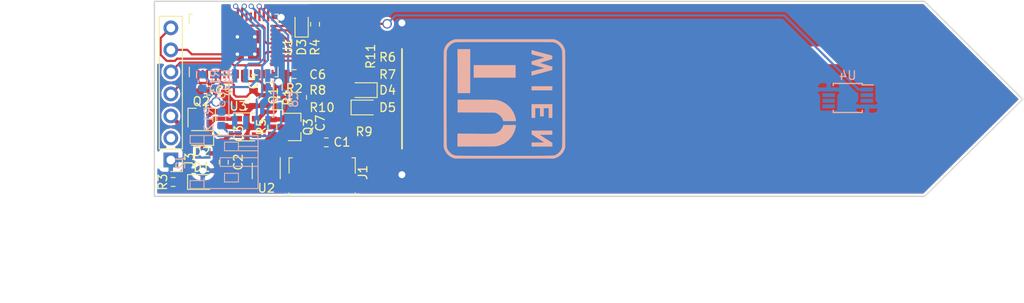
<source format=kicad_pcb>
(kicad_pcb (version 20171130) (host pcbnew 5.0.2-bee76a0~70~ubuntu18.04.1)

  (general
    (thickness 1.6)
    (drawings 8)
    (tracks 354)
    (zones 0)
    (modules 40)
    (nets 32)
  )

  (page A4)
  (layers
    (0 F.Cu signal)
    (31 B.Cu signal hide)
    (32 B.Adhes user hide)
    (33 F.Adhes user hide)
    (34 B.Paste user hide)
    (35 F.Paste user hide)
    (36 B.SilkS user hide)
    (37 F.SilkS user)
    (38 B.Mask user hide)
    (39 F.Mask user hide)
    (40 Dwgs.User user hide)
    (41 Cmts.User user)
    (42 Eco1.User user hide)
    (43 Eco2.User user hide)
    (44 Edge.Cuts user)
    (45 Margin user hide)
    (46 B.CrtYd user)
    (47 F.CrtYd user)
    (48 B.Fab user hide)
    (49 F.Fab user hide)
  )

  (setup
    (last_trace_width 0.25)
    (user_trace_width 0.35)
    (user_trace_width 0.5)
    (trace_clearance 0.2)
    (zone_clearance 0.254)
    (zone_45_only yes)
    (trace_min 0.2)
    (segment_width 0.2)
    (edge_width 0.15)
    (via_size 0.6)
    (via_drill 0.4)
    (via_min_size 0.4)
    (via_min_drill 0.3)
    (user_via 1.1 0.8)
    (uvia_size 0.3)
    (uvia_drill 0.1)
    (uvias_allowed no)
    (uvia_min_size 0.2)
    (uvia_min_drill 0.1)
    (pcb_text_width 0.3)
    (pcb_text_size 1.5 1.5)
    (mod_edge_width 0.15)
    (mod_text_size 1 1)
    (mod_text_width 0.15)
    (pad_size 8 8)
    (pad_drill 0)
    (pad_to_mask_clearance 0.2)
    (solder_mask_min_width 0.25)
    (aux_axis_origin 82.23961 103.501724)
    (visible_elements FFF9FF3F)
    (pcbplotparams
      (layerselection 0x010fc_ffffffff)
      (usegerberextensions false)
      (usegerberattributes true)
      (usegerberadvancedattributes false)
      (creategerberjobfile false)
      (excludeedgelayer false)
      (linewidth 0.100000)
      (plotframeref false)
      (viasonmask false)
      (mode 1)
      (useauxorigin false)
      (hpglpennumber 1)
      (hpglpenspeed 20)
      (hpglpendiameter 15.000000)
      (psnegative false)
      (psa4output false)
      (plotreference false)
      (plotvalue false)
      (plotinvisibletext false)
      (padsonsilk true)
      (subtractmaskfromsilk false)
      (outputformat 1)
      (mirror false)
      (drillshape 0)
      (scaleselection 1)
      (outputdirectory "gerber"))
  )

  (net 0 "")
  (net 1 "Net-(C1-Pad1)")
  (net 2 GND)
  (net 3 +BATT)
  (net 4 "Net-(C3-Pad1)")
  (net 5 VDD)
  (net 6 VBUS)
  (net 7 "Net-(J1-Pad6)")
  (net 8 "Net-(Q1-Pad3)")
  (net 9 /SWDIO/RESET)
  (net 10 /SWDCLK)
  (net 11 /GPIO0)
  (net 12 /GPIO1)
  (net 13 /BATT_V_EN)
  (net 14 /BATT_V)
  (net 15 "Net-(D3-Pad1)")
  (net 16 "Net-(Q3-Pad3)")
  (net 17 /SENSE_LOW)
  (net 18 /SENSE_HIGH)
  (net 19 /LED_1_I)
  (net 20 /SENSE_TRACK)
  (net 21 /LED_1_O)
  (net 22 /EXCITATION)
  (net 23 /SENSE_EN)
  (net 24 /TEMP_EN)
  (net 25 /TEMP_DATA)
  (net 26 "Net-(R12-Pad2)")
  (net 27 "Net-(R13-Pad2)")
  (net 28 /SPI_SS)
  (net 29 /SPI_MISO)
  (net 30 /SPI_MOSI)
  (net 31 /SPI_SCK)

  (net_class Default "This is the default net class."
    (clearance 0.2)
    (trace_width 0.25)
    (via_dia 0.6)
    (via_drill 0.4)
    (uvia_dia 0.3)
    (uvia_drill 0.1)
    (add_net +BATT)
    (add_net /BATT_V)
    (add_net /BATT_V_EN)
    (add_net /EXCITATION)
    (add_net /GPIO0)
    (add_net /GPIO1)
    (add_net /LED_1_I)
    (add_net /LED_1_O)
    (add_net /SENSE_EN)
    (add_net /SENSE_HIGH)
    (add_net /SENSE_LOW)
    (add_net /SENSE_TRACK)
    (add_net /SPI_MISO)
    (add_net /SPI_MOSI)
    (add_net /SPI_SCK)
    (add_net /SPI_SS)
    (add_net /SWDCLK)
    (add_net /SWDIO/RESET)
    (add_net /TEMP_DATA)
    (add_net /TEMP_EN)
    (add_net GND)
    (add_net "Net-(C1-Pad1)")
    (add_net "Net-(C3-Pad1)")
    (add_net "Net-(D3-Pad1)")
    (add_net "Net-(J1-Pad6)")
    (add_net "Net-(Q1-Pad3)")
    (add_net "Net-(Q3-Pad3)")
    (add_net "Net-(R12-Pad2)")
    (add_net "Net-(R13-Pad2)")
    (add_net VBUS)
    (add_net VDD)
  )

  (module SoilMeasuringBoard:c_layout_1 (layer F.Cu) (tedit 5B607951) (tstamp 5B6C8912)
    (at 146.339611 92.251724 90)
    (clearance 2)
    (attr smd)
    (fp_text reference C*** (at 0 0 90) (layer F.SilkS) hide
      (effects (font (size 1.524 1.524) (thickness 0.3)))
    )
    (fp_text value SENSE (at 0.75 0 90) (layer F.SilkS) hide
      (effects (font (size 1.524 1.524) (thickness 0.3)))
    )
    (pad 1 smd circle (at 0 -22.5 90) (size 8 8) (layers F.Cu)
      (net 20 /SENSE_TRACK))
    (pad 1 smd rect (at 0 0 90) (size 8 45) (layers F.Cu)
      (net 20 /SENSE_TRACK))
    (pad 1 smd circle (at 0 22.5 90) (size 8 8) (layers F.Cu)
      (net 20 /SENSE_TRACK))
  )

  (module Resistor_SMD:R_0603_1608Metric (layer F.Cu) (tedit 5AD61CBE) (tstamp 5AD711E6)
    (at 107.13961 84.401724 270)
    (descr "Resistor SMD 0603 (1608 Metric), square (rectangular) end terminal, IPC_7351 nominal, (Body size source: http://www.tortai-tech.com/upload/download/2011102023233369053.pdf), generated with kicad-footprint-generator")
    (tags resistor)
    (path /5AD792F6)
    (attr smd)
    (fp_text reference R11 (at 2.95 0 270) (layer F.SilkS)
      (effects (font (size 1 1) (thickness 0.15)))
    )
    (fp_text value 4.7k (at 0 1.45 270) (layer F.Fab)
      (effects (font (size 1 1) (thickness 0.15)))
    )
    (fp_line (start -0.8 0.4) (end -0.8 -0.4) (layer F.Fab) (width 0.1))
    (fp_line (start -0.8 -0.4) (end 0.8 -0.4) (layer F.Fab) (width 0.1))
    (fp_line (start 0.8 -0.4) (end 0.8 0.4) (layer F.Fab) (width 0.1))
    (fp_line (start 0.8 0.4) (end -0.8 0.4) (layer F.Fab) (width 0.1))
    (fp_line (start -1.46 0.75) (end -1.46 -0.75) (layer F.CrtYd) (width 0.05))
    (fp_line (start -1.46 -0.75) (end 1.46 -0.75) (layer F.CrtYd) (width 0.05))
    (fp_line (start 1.46 -0.75) (end 1.46 0.75) (layer F.CrtYd) (width 0.05))
    (fp_line (start 1.46 0.75) (end -1.46 0.75) (layer F.CrtYd) (width 0.05))
    (fp_text user %R (at 0 0 270) (layer F.Fab)
      (effects (font (size 0.4 0.4) (thickness 0.06)))
    )
    (pad 1 smd rect (at -0.8 0 270) (size 0.82 1) (layers F.Cu F.Paste F.Mask)
      (net 25 /TEMP_DATA))
    (pad 2 smd rect (at 0.8 0 270) (size 0.82 1) (layers F.Cu F.Paste F.Mask)
      (net 24 /TEMP_EN))
    (model ${KISYS3DMOD}/Resistor_SMD.3dshapes/R_0603_1608Metric.wrl
      (at (xyz 0 0 0))
      (scale (xyz 1 1 1))
      (rotate (xyz 0 0 0))
    )
  )

  (module Capacitor_SMD:C_0603_1608Metric (layer F.Cu) (tedit 59FE48B8) (tstamp 5A93F54E)
    (at 90.22461 99.559725 270)
    (descr "Capacitor SMD 0603 (1608 Metric), square (rectangular) end terminal, IPC_7351 nominal, (Body size source: http://www.tortai-tech.com/upload/download/2011102023233369053.pdf), generated with kicad-footprint-generator")
    (tags capacitor)
    (path /5A93E912/59568C39)
    (attr smd)
    (fp_text reference C2 (at -0.008 -1.665 270) (layer F.SilkS)
      (effects (font (size 1 1) (thickness 0.15)))
    )
    (fp_text value 4.7u (at 0 1.65 270) (layer F.Fab)
      (effects (font (size 1 1) (thickness 0.15)))
    )
    (fp_line (start -0.8 0.4) (end -0.8 -0.4) (layer F.Fab) (width 0.1))
    (fp_line (start -0.8 -0.4) (end 0.8 -0.4) (layer F.Fab) (width 0.1))
    (fp_line (start 0.8 -0.4) (end 0.8 0.4) (layer F.Fab) (width 0.1))
    (fp_line (start 0.8 0.4) (end -0.8 0.4) (layer F.Fab) (width 0.1))
    (fp_line (start -0.22 -0.51) (end 0.22 -0.51) (layer F.SilkS) (width 0.12))
    (fp_line (start -0.22 0.51) (end 0.22 0.51) (layer F.SilkS) (width 0.12))
    (fp_line (start -1.46 0.75) (end -1.46 -0.75) (layer F.CrtYd) (width 0.05))
    (fp_line (start -1.46 -0.75) (end 1.46 -0.75) (layer F.CrtYd) (width 0.05))
    (fp_line (start 1.46 -0.75) (end 1.46 0.75) (layer F.CrtYd) (width 0.05))
    (fp_line (start 1.46 0.75) (end -1.46 0.75) (layer F.CrtYd) (width 0.05))
    (fp_text user %R (at 0 0 270) (layer F.Fab)
      (effects (font (size 0.5 0.5) (thickness 0.08)))
    )
    (pad 1 smd rect (at -0.875 0 270) (size 0.67 1) (layers F.Cu F.Paste F.Mask)
      (net 3 +BATT))
    (pad 2 smd rect (at 0.875 0 270) (size 0.67 1) (layers F.Cu F.Paste F.Mask)
      (net 2 GND))
    (model ${KISYS3DMOD}/Capacitor_SMD.3dshapes/C_0603_1608Metric.wrl
      (at (xyz 0 0 0))
      (scale (xyz 1 1 1))
      (rotate (xyz 0 0 0))
    )
  )

  (module Resistor_SMD:R_0603_1608Metric (layer F.Cu) (tedit 59FE48B8) (tstamp 5AB09739)
    (at 84.396611 101.845725 180)
    (descr "Resistor SMD 0603 (1608 Metric), square (rectangular) end terminal, IPC_7351 nominal, (Body size source: http://www.tortai-tech.com/upload/download/2011102023233369053.pdf), generated with kicad-footprint-generator")
    (tags resistor)
    (path /5A93E912/59D3911A)
    (attr smd)
    (fp_text reference R3 (at 1.207 -0.006 270) (layer F.SilkS)
      (effects (font (size 1 1) (thickness 0.15)))
    )
    (fp_text value 10k (at 0 1.65 180) (layer F.Fab)
      (effects (font (size 1 1) (thickness 0.15)))
    )
    (fp_line (start -0.8 0.4) (end -0.8 -0.4) (layer F.Fab) (width 0.1))
    (fp_line (start -0.8 -0.4) (end 0.8 -0.4) (layer F.Fab) (width 0.1))
    (fp_line (start 0.8 -0.4) (end 0.8 0.4) (layer F.Fab) (width 0.1))
    (fp_line (start 0.8 0.4) (end -0.8 0.4) (layer F.Fab) (width 0.1))
    (fp_line (start -0.22 -0.51) (end 0.22 -0.51) (layer F.SilkS) (width 0.12))
    (fp_line (start -0.22 0.51) (end 0.22 0.51) (layer F.SilkS) (width 0.12))
    (fp_line (start -1.46 0.75) (end -1.46 -0.75) (layer F.CrtYd) (width 0.05))
    (fp_line (start -1.46 -0.75) (end 1.46 -0.75) (layer F.CrtYd) (width 0.05))
    (fp_line (start 1.46 -0.75) (end 1.46 0.75) (layer F.CrtYd) (width 0.05))
    (fp_line (start 1.46 0.75) (end -1.46 0.75) (layer F.CrtYd) (width 0.05))
    (fp_text user %R (at 0 0 180) (layer F.Fab)
      (effects (font (size 0.5 0.5) (thickness 0.08)))
    )
    (pad 1 smd rect (at -0.875 0 180) (size 0.67 1) (layers F.Cu F.Paste F.Mask)
      (net 6 VBUS))
    (pad 2 smd rect (at 0.875 0 180) (size 0.67 1) (layers F.Cu F.Paste F.Mask)
      (net 2 GND))
    (model ${KISYS3DMOD}/Resistor_SMD.3dshapes/R_0603_1608Metric.wrl
      (at (xyz 0 0 0))
      (scale (xyz 1 1 1))
      (rotate (xyz 0 0 0))
    )
  )

  (module Package_TO_SOT_SMD:SOT-23-5 (layer F.Cu) (tedit 5A02FF57) (tstamp 5A93F5E1)
    (at 92.891611 95.495725)
    (descr "5-pin SOT23 package")
    (tags SOT-23-5)
    (path /5A93E912/59D37BBB)
    (attr smd)
    (fp_text reference U3 (at -1.002 -2.394) (layer F.SilkS)
      (effects (font (size 1 1) (thickness 0.15)))
    )
    (fp_text value TLV74130 (at 0 2.9) (layer F.Fab)
      (effects (font (size 1 1) (thickness 0.15)))
    )
    (fp_text user %R (at 0 0 -270) (layer F.Fab)
      (effects (font (size 0.5 0.5) (thickness 0.075)))
    )
    (fp_line (start -0.9 1.61) (end 0.9 1.61) (layer F.SilkS) (width 0.12))
    (fp_line (start 0.9 -1.61) (end -1.55 -1.61) (layer F.SilkS) (width 0.12))
    (fp_line (start -1.9 -1.8) (end 1.9 -1.8) (layer F.CrtYd) (width 0.05))
    (fp_line (start 1.9 -1.8) (end 1.9 1.8) (layer F.CrtYd) (width 0.05))
    (fp_line (start 1.9 1.8) (end -1.9 1.8) (layer F.CrtYd) (width 0.05))
    (fp_line (start -1.9 1.8) (end -1.9 -1.8) (layer F.CrtYd) (width 0.05))
    (fp_line (start -0.9 -0.9) (end -0.25 -1.55) (layer F.Fab) (width 0.1))
    (fp_line (start 0.9 -1.55) (end -0.25 -1.55) (layer F.Fab) (width 0.1))
    (fp_line (start -0.9 -0.9) (end -0.9 1.55) (layer F.Fab) (width 0.1))
    (fp_line (start 0.9 1.55) (end -0.9 1.55) (layer F.Fab) (width 0.1))
    (fp_line (start 0.9 -1.55) (end 0.9 1.55) (layer F.Fab) (width 0.1))
    (pad 1 smd rect (at -1.1 -0.95) (size 1.06 0.65) (layers F.Cu F.Paste F.Mask)
      (net 4 "Net-(C3-Pad1)"))
    (pad 2 smd rect (at -1.1 0) (size 1.06 0.65) (layers F.Cu F.Paste F.Mask)
      (net 2 GND))
    (pad 3 smd rect (at -1.1 0.95) (size 1.06 0.65) (layers F.Cu F.Paste F.Mask)
      (net 4 "Net-(C3-Pad1)"))
    (pad 4 smd rect (at 1.1 0.95) (size 1.06 0.65) (layers F.Cu F.Paste F.Mask))
    (pad 5 smd rect (at 1.1 -0.95) (size 1.06 0.65) (layers F.Cu F.Paste F.Mask)
      (net 5 VDD))
    (model ${KISYS3DMOD}/Package_TO_SOT_SMD.3dshapes/SOT-23-5.wrl
      (at (xyz 0 0 0))
      (scale (xyz 1 1 1))
      (rotate (xyz 0 0 0))
    )
  )

  (module Package_TO_SOT_SMD:SOT-23 (layer F.Cu) (tedit 5A02FF57) (tstamp 5A93F582)
    (at 96.19361 91.939725)
    (descr "SOT-23, Standard")
    (tags SOT-23)
    (path /5A93E912/59E4A7A6)
    (attr smd)
    (fp_text reference Q1 (at -0.254 -0.038 -270) (layer F.SilkS)
      (effects (font (size 1 1) (thickness 0.15)))
    )
    (fp_text value Q_NMOS_GSD (at 0 2.5) (layer F.Fab)
      (effects (font (size 1 1) (thickness 0.15)))
    )
    (fp_text user %R (at 0 0 -270) (layer F.Fab)
      (effects (font (size 0.5 0.5) (thickness 0.075)))
    )
    (fp_line (start -0.7 -0.95) (end -0.7 1.5) (layer F.Fab) (width 0.1))
    (fp_line (start -0.15 -1.52) (end 0.7 -1.52) (layer F.Fab) (width 0.1))
    (fp_line (start -0.7 -0.95) (end -0.15 -1.52) (layer F.Fab) (width 0.1))
    (fp_line (start 0.7 -1.52) (end 0.7 1.52) (layer F.Fab) (width 0.1))
    (fp_line (start -0.7 1.52) (end 0.7 1.52) (layer F.Fab) (width 0.1))
    (fp_line (start 0.76 1.58) (end 0.76 0.65) (layer F.SilkS) (width 0.12))
    (fp_line (start 0.76 -1.58) (end 0.76 -0.65) (layer F.SilkS) (width 0.12))
    (fp_line (start -1.7 -1.75) (end 1.7 -1.75) (layer F.CrtYd) (width 0.05))
    (fp_line (start 1.7 -1.75) (end 1.7 1.75) (layer F.CrtYd) (width 0.05))
    (fp_line (start 1.7 1.75) (end -1.7 1.75) (layer F.CrtYd) (width 0.05))
    (fp_line (start -1.7 1.75) (end -1.7 -1.75) (layer F.CrtYd) (width 0.05))
    (fp_line (start 0.76 -1.58) (end -1.4 -1.58) (layer F.SilkS) (width 0.12))
    (fp_line (start 0.76 1.58) (end -0.7 1.58) (layer F.SilkS) (width 0.12))
    (pad 1 smd rect (at -1 -0.95) (size 0.9 0.8) (layers F.Cu F.Paste F.Mask)
      (net 13 /BATT_V_EN))
    (pad 2 smd rect (at -1 0.95) (size 0.9 0.8) (layers F.Cu F.Paste F.Mask)
      (net 2 GND))
    (pad 3 smd rect (at 1 0) (size 0.9 0.8) (layers F.Cu F.Paste F.Mask)
      (net 8 "Net-(Q1-Pad3)"))
    (model ${KISYS3DMOD}/Package_TO_SOT_SMD.3dshapes/SOT-23.wrl
      (at (xyz 0 0 0))
      (scale (xyz 1 1 1))
      (rotate (xyz 0 0 0))
    )
  )

  (module Connector_PinHeader_2.54mm:PinHeader_1x07_P2.54mm_Vertical (layer F.Cu) (tedit 59FED5CC) (tstamp 5A9404D2)
    (at 84.12861 99.305725 180)
    (descr "Through hole straight pin header, 1x07, 2.54mm pitch, single row")
    (tags "Through hole pin header THT 1x07 2.54mm single row")
    (path /5A940680)
    (fp_text reference J3 (at -2.161 0.004 270) (layer F.SilkS)
      (effects (font (size 1 1) (thickness 0.15)))
    )
    (fp_text value Conn_01x07 (at 0 17.57 180) (layer F.Fab)
      (effects (font (size 1 1) (thickness 0.15)))
    )
    (fp_line (start -0.635 -1.27) (end 1.27 -1.27) (layer F.Fab) (width 0.1))
    (fp_line (start 1.27 -1.27) (end 1.27 16.51) (layer F.Fab) (width 0.1))
    (fp_line (start 1.27 16.51) (end -1.27 16.51) (layer F.Fab) (width 0.1))
    (fp_line (start -1.27 16.51) (end -1.27 -0.635) (layer F.Fab) (width 0.1))
    (fp_line (start -1.27 -0.635) (end -0.635 -1.27) (layer F.Fab) (width 0.1))
    (fp_line (start -1.33 16.57) (end 1.33 16.57) (layer F.SilkS) (width 0.12))
    (fp_line (start -1.33 1.27) (end -1.33 16.57) (layer F.SilkS) (width 0.12))
    (fp_line (start 1.33 1.27) (end 1.33 16.57) (layer F.SilkS) (width 0.12))
    (fp_line (start -1.33 1.27) (end 1.33 1.27) (layer F.SilkS) (width 0.12))
    (fp_line (start -1.33 0) (end -1.33 -1.33) (layer F.SilkS) (width 0.12))
    (fp_line (start -1.33 -1.33) (end 0 -1.33) (layer F.SilkS) (width 0.12))
    (fp_line (start -1.8 -1.8) (end -1.8 17.05) (layer F.CrtYd) (width 0.05))
    (fp_line (start -1.8 17.05) (end 1.8 17.05) (layer F.CrtYd) (width 0.05))
    (fp_line (start 1.8 17.05) (end 1.8 -1.8) (layer F.CrtYd) (width 0.05))
    (fp_line (start 1.8 -1.8) (end -1.8 -1.8) (layer F.CrtYd) (width 0.05))
    (fp_text user %R (at 0 7.62 270) (layer F.Fab)
      (effects (font (size 1 1) (thickness 0.15)))
    )
    (pad 1 thru_hole rect (at 0 0 180) (size 1.7 1.7) (drill 1) (layers *.Cu *.Mask)
      (net 2 GND))
    (pad 2 thru_hole oval (at 0 2.54 180) (size 1.7 1.7) (drill 1) (layers *.Cu *.Mask))
    (pad 3 thru_hole oval (at 0 5.08 180) (size 1.7 1.7) (drill 1) (layers *.Cu *.Mask)
      (net 6 VBUS))
    (pad 4 thru_hole oval (at 0 7.62 180) (size 1.7 1.7) (drill 1) (layers *.Cu *.Mask)
      (net 9 /SWDIO/RESET))
    (pad 5 thru_hole oval (at 0 10.16 180) (size 1.7 1.7) (drill 1) (layers *.Cu *.Mask)
      (net 10 /SWDCLK))
    (pad 6 thru_hole oval (at 0 12.7 180) (size 1.7 1.7) (drill 1) (layers *.Cu *.Mask)
      (net 11 /GPIO0))
    (pad 7 thru_hole oval (at 0 15.24 180) (size 1.7 1.7) (drill 1) (layers *.Cu *.Mask)
      (net 12 /GPIO1))
    (model ${KISYS3DMOD}/Connector_PinHeader_2.54mm.3dshapes/PinHeader_1x07_P2.54mm_Vertical.wrl
      (at (xyz 0 0 0))
      (scale (xyz 1 1 1))
      (rotate (xyz 0 0 0))
    )
  )

  (module Capacitor_SMD:C_0603_1608Metric (layer F.Cu) (tedit 59FE48B8) (tstamp 5A93F55A)
    (at 93.65361 92.193724 270)
    (descr "Capacitor SMD 0603 (1608 Metric), square (rectangular) end terminal, IPC_7351 nominal, (Body size source: http://www.tortai-tech.com/upload/download/2011102023233369053.pdf), generated with kicad-footprint-generator")
    (tags capacitor)
    (path /5A93E912/59568C2B)
    (attr smd)
    (fp_text reference C4 (at -1.992 0.014 270) (layer F.SilkS)
      (effects (font (size 1 1) (thickness 0.15)))
    )
    (fp_text value 1u (at 0 1.65 270) (layer F.Fab)
      (effects (font (size 1 1) (thickness 0.15)))
    )
    (fp_line (start -0.8 0.4) (end -0.8 -0.4) (layer F.Fab) (width 0.1))
    (fp_line (start -0.8 -0.4) (end 0.8 -0.4) (layer F.Fab) (width 0.1))
    (fp_line (start 0.8 -0.4) (end 0.8 0.4) (layer F.Fab) (width 0.1))
    (fp_line (start 0.8 0.4) (end -0.8 0.4) (layer F.Fab) (width 0.1))
    (fp_line (start -0.22 -0.51) (end 0.22 -0.51) (layer F.SilkS) (width 0.12))
    (fp_line (start -0.22 0.51) (end 0.22 0.51) (layer F.SilkS) (width 0.12))
    (fp_line (start -1.46 0.75) (end -1.46 -0.75) (layer F.CrtYd) (width 0.05))
    (fp_line (start -1.46 -0.75) (end 1.46 -0.75) (layer F.CrtYd) (width 0.05))
    (fp_line (start 1.46 -0.75) (end 1.46 0.75) (layer F.CrtYd) (width 0.05))
    (fp_line (start 1.46 0.75) (end -1.46 0.75) (layer F.CrtYd) (width 0.05))
    (fp_text user %R (at 0 0 270) (layer F.Fab)
      (effects (font (size 0.5 0.5) (thickness 0.08)))
    )
    (pad 1 smd rect (at -0.875 0 270) (size 0.67 1) (layers F.Cu F.Paste F.Mask)
      (net 5 VDD))
    (pad 2 smd rect (at 0.875 0 270) (size 0.67 1) (layers F.Cu F.Paste F.Mask)
      (net 2 GND))
    (model ${KISYS3DMOD}/Capacitor_SMD.3dshapes/C_0603_1608Metric.wrl
      (at (xyz 0 0 0))
      (scale (xyz 1 1 1))
      (rotate (xyz 0 0 0))
    )
  )

  (module Capacitor_SMD:C_0603_1608Metric (layer F.Cu) (tedit 59FE48B8) (tstamp 5A93F548)
    (at 102.035611 97.273724)
    (descr "Capacitor SMD 0603 (1608 Metric), square (rectangular) end terminal, IPC_7351 nominal, (Body size source: http://www.tortai-tech.com/upload/download/2011102023233369053.pdf), generated with kicad-footprint-generator")
    (tags capacitor)
    (path /5A93E912/59D379CA)
    (attr smd)
    (fp_text reference C1 (at 1.804 -0.022) (layer F.SilkS)
      (effects (font (size 1 1) (thickness 0.15)))
    )
    (fp_text value 4.7u (at 0 1.65) (layer F.Fab)
      (effects (font (size 1 1) (thickness 0.15)))
    )
    (fp_line (start -0.8 0.4) (end -0.8 -0.4) (layer F.Fab) (width 0.1))
    (fp_line (start -0.8 -0.4) (end 0.8 -0.4) (layer F.Fab) (width 0.1))
    (fp_line (start 0.8 -0.4) (end 0.8 0.4) (layer F.Fab) (width 0.1))
    (fp_line (start 0.8 0.4) (end -0.8 0.4) (layer F.Fab) (width 0.1))
    (fp_line (start -0.22 -0.51) (end 0.22 -0.51) (layer F.SilkS) (width 0.12))
    (fp_line (start -0.22 0.51) (end 0.22 0.51) (layer F.SilkS) (width 0.12))
    (fp_line (start -1.46 0.75) (end -1.46 -0.75) (layer F.CrtYd) (width 0.05))
    (fp_line (start -1.46 -0.75) (end 1.46 -0.75) (layer F.CrtYd) (width 0.05))
    (fp_line (start 1.46 -0.75) (end 1.46 0.75) (layer F.CrtYd) (width 0.05))
    (fp_line (start 1.46 0.75) (end -1.46 0.75) (layer F.CrtYd) (width 0.05))
    (fp_text user %R (at 0 0) (layer F.Fab)
      (effects (font (size 0.5 0.5) (thickness 0.08)))
    )
    (pad 1 smd rect (at -0.875 0) (size 0.67 1) (layers F.Cu F.Paste F.Mask)
      (net 1 "Net-(C1-Pad1)"))
    (pad 2 smd rect (at 0.875 0) (size 0.67 1) (layers F.Cu F.Paste F.Mask)
      (net 2 GND))
    (model ${KISYS3DMOD}/Capacitor_SMD.3dshapes/C_0603_1608Metric.wrl
      (at (xyz 0 0 0))
      (scale (xyz 1 1 1))
      (rotate (xyz 0 0 0))
    )
  )

  (module Capacitor_SMD:C_0603_1608Metric (layer F.Cu) (tedit 59FE48B8) (tstamp 5AE2B6A9)
    (at 90.22461 96.257724 90)
    (descr "Capacitor SMD 0603 (1608 Metric), square (rectangular) end terminal, IPC_7351 nominal, (Body size source: http://www.tortai-tech.com/upload/download/2011102023233369053.pdf), generated with kicad-footprint-generator")
    (tags capacitor)
    (path /5A93E912/59568C2A)
    (attr smd)
    (fp_text reference C3 (at 0.006 1.715 90) (layer F.SilkS)
      (effects (font (size 1 1) (thickness 0.15)))
    )
    (fp_text value 1u (at 0 1.65 90) (layer F.Fab)
      (effects (font (size 1 1) (thickness 0.15)))
    )
    (fp_line (start -0.8 0.4) (end -0.8 -0.4) (layer F.Fab) (width 0.1))
    (fp_line (start -0.8 -0.4) (end 0.8 -0.4) (layer F.Fab) (width 0.1))
    (fp_line (start 0.8 -0.4) (end 0.8 0.4) (layer F.Fab) (width 0.1))
    (fp_line (start 0.8 0.4) (end -0.8 0.4) (layer F.Fab) (width 0.1))
    (fp_line (start -0.22 -0.51) (end 0.22 -0.51) (layer F.SilkS) (width 0.12))
    (fp_line (start -0.22 0.51) (end 0.22 0.51) (layer F.SilkS) (width 0.12))
    (fp_line (start -1.46 0.75) (end -1.46 -0.75) (layer F.CrtYd) (width 0.05))
    (fp_line (start -1.46 -0.75) (end 1.46 -0.75) (layer F.CrtYd) (width 0.05))
    (fp_line (start 1.46 -0.75) (end 1.46 0.75) (layer F.CrtYd) (width 0.05))
    (fp_line (start 1.46 0.75) (end -1.46 0.75) (layer F.CrtYd) (width 0.05))
    (fp_text user %R (at 0 0 90) (layer F.Fab)
      (effects (font (size 0.5 0.5) (thickness 0.08)))
    )
    (pad 1 smd rect (at -0.875 0 90) (size 0.67 1) (layers F.Cu F.Paste F.Mask)
      (net 4 "Net-(C3-Pad1)"))
    (pad 2 smd rect (at 0.875 0 90) (size 0.67 1) (layers F.Cu F.Paste F.Mask)
      (net 2 GND))
    (model ${KISYS3DMOD}/Capacitor_SMD.3dshapes/C_0603_1608Metric.wrl
      (at (xyz 0 0 0))
      (scale (xyz 1 1 1))
      (rotate (xyz 0 0 0))
    )
  )

  (module Diode_SMD:D_SOD-323 (layer F.Cu) (tedit 58641739) (tstamp 5AE2B7E8)
    (at 87.55761 101.845725)
    (descr SOD-323)
    (tags SOD-323)
    (path /5A93E912/5A8FF863)
    (attr smd)
    (fp_text reference D1 (at 0.132 -1.694) (layer F.SilkS)
      (effects (font (size 1 1) (thickness 0.15)))
    )
    (fp_text value BAT20J (at 0.1 1.9) (layer F.Fab)
      (effects (font (size 1 1) (thickness 0.15)))
    )
    (fp_text user %R (at 0 -1.85) (layer F.Fab)
      (effects (font (size 1 1) (thickness 0.15)))
    )
    (fp_line (start -1.5 -0.85) (end -1.5 0.85) (layer F.SilkS) (width 0.12))
    (fp_line (start 0.2 0) (end 0.45 0) (layer F.Fab) (width 0.1))
    (fp_line (start 0.2 0.35) (end -0.3 0) (layer F.Fab) (width 0.1))
    (fp_line (start 0.2 -0.35) (end 0.2 0.35) (layer F.Fab) (width 0.1))
    (fp_line (start -0.3 0) (end 0.2 -0.35) (layer F.Fab) (width 0.1))
    (fp_line (start -0.3 0) (end -0.5 0) (layer F.Fab) (width 0.1))
    (fp_line (start -0.3 -0.35) (end -0.3 0.35) (layer F.Fab) (width 0.1))
    (fp_line (start -0.9 0.7) (end -0.9 -0.7) (layer F.Fab) (width 0.1))
    (fp_line (start 0.9 0.7) (end -0.9 0.7) (layer F.Fab) (width 0.1))
    (fp_line (start 0.9 -0.7) (end 0.9 0.7) (layer F.Fab) (width 0.1))
    (fp_line (start -0.9 -0.7) (end 0.9 -0.7) (layer F.Fab) (width 0.1))
    (fp_line (start -1.6 -0.95) (end 1.6 -0.95) (layer F.CrtYd) (width 0.05))
    (fp_line (start 1.6 -0.95) (end 1.6 0.95) (layer F.CrtYd) (width 0.05))
    (fp_line (start -1.6 0.95) (end 1.6 0.95) (layer F.CrtYd) (width 0.05))
    (fp_line (start -1.6 -0.95) (end -1.6 0.95) (layer F.CrtYd) (width 0.05))
    (fp_line (start -1.5 0.85) (end 1.05 0.85) (layer F.SilkS) (width 0.12))
    (fp_line (start -1.5 -0.85) (end 1.05 -0.85) (layer F.SilkS) (width 0.12))
    (pad 1 smd rect (at -1.05 0) (size 0.6 0.45) (layers F.Cu F.Paste F.Mask)
      (net 6 VBUS))
    (pad 2 smd rect (at 1.05 0) (size 0.6 0.45) (layers F.Cu F.Paste F.Mask)
      (net 1 "Net-(C1-Pad1)"))
    (model ${KISYS3DMOD}/Diode_SMD.3dshapes/D_SOD-323.wrl
      (at (xyz 0 0 0))
      (scale (xyz 1 1 1))
      (rotate (xyz 0 0 0))
    )
  )

  (module Diode_SMD:D_SOD-323 (layer F.Cu) (tedit 58641739) (tstamp 5AE2B5C0)
    (at 87.557611 96.765724 180)
    (descr SOD-323)
    (tags SOD-323)
    (path /5A93E912/59D3921A)
    (attr smd)
    (fp_text reference D2 (at -0.132 -1.586 180) (layer F.SilkS)
      (effects (font (size 1 1) (thickness 0.15)))
    )
    (fp_text value BAT20J (at 0.1 1.9 180) (layer F.Fab)
      (effects (font (size 1 1) (thickness 0.15)))
    )
    (fp_text user %R (at 0 -1.85 180) (layer F.Fab)
      (effects (font (size 1 1) (thickness 0.15)))
    )
    (fp_line (start -1.5 -0.85) (end -1.5 0.85) (layer F.SilkS) (width 0.12))
    (fp_line (start 0.2 0) (end 0.45 0) (layer F.Fab) (width 0.1))
    (fp_line (start 0.2 0.35) (end -0.3 0) (layer F.Fab) (width 0.1))
    (fp_line (start 0.2 -0.35) (end 0.2 0.35) (layer F.Fab) (width 0.1))
    (fp_line (start -0.3 0) (end 0.2 -0.35) (layer F.Fab) (width 0.1))
    (fp_line (start -0.3 0) (end -0.5 0) (layer F.Fab) (width 0.1))
    (fp_line (start -0.3 -0.35) (end -0.3 0.35) (layer F.Fab) (width 0.1))
    (fp_line (start -0.9 0.7) (end -0.9 -0.7) (layer F.Fab) (width 0.1))
    (fp_line (start 0.9 0.7) (end -0.9 0.7) (layer F.Fab) (width 0.1))
    (fp_line (start 0.9 -0.7) (end 0.9 0.7) (layer F.Fab) (width 0.1))
    (fp_line (start -0.9 -0.7) (end 0.9 -0.7) (layer F.Fab) (width 0.1))
    (fp_line (start -1.6 -0.95) (end 1.6 -0.95) (layer F.CrtYd) (width 0.05))
    (fp_line (start 1.6 -0.95) (end 1.6 0.95) (layer F.CrtYd) (width 0.05))
    (fp_line (start -1.6 0.95) (end 1.6 0.95) (layer F.CrtYd) (width 0.05))
    (fp_line (start -1.6 -0.95) (end -1.6 0.95) (layer F.CrtYd) (width 0.05))
    (fp_line (start -1.5 0.85) (end 1.05 0.85) (layer F.SilkS) (width 0.12))
    (fp_line (start -1.5 -0.85) (end 1.05 -0.85) (layer F.SilkS) (width 0.12))
    (pad 1 smd rect (at -1.05 0 180) (size 0.6 0.45) (layers F.Cu F.Paste F.Mask)
      (net 4 "Net-(C3-Pad1)"))
    (pad 2 smd rect (at 1.05 0 180) (size 0.6 0.45) (layers F.Cu F.Paste F.Mask)
      (net 6 VBUS))
    (model ${KISYS3DMOD}/Diode_SMD.3dshapes/D_SOD-323.wrl
      (at (xyz 0 0 0))
      (scale (xyz 1 1 1))
      (rotate (xyz 0 0 0))
    )
  )

  (module Connector_USB:USB_Micro-B_Molex_47346-0001 (layer F.Cu) (tedit 5A1DC0BD) (tstamp 5A93F575)
    (at 101.557611 100.765724)
    (descr "Micro USB B receptable with flange, bottom-mount, SMD, right-angle (http://www.molex.com/pdm_docs/sd/473460001_sd.pdf)")
    (tags "Micro B USB SMD")
    (path /5A93E912/5A93F156)
    (attr smd)
    (fp_text reference J1 (at 4.682 -0.014 -90) (layer F.SilkS)
      (effects (font (size 1 1) (thickness 0.15)))
    )
    (fp_text value USB_B_Micro (at 0 4.6 -180) (layer F.Fab)
      (effects (font (size 1 1) (thickness 0.15)))
    )
    (fp_text user "PCB Edge" (at 0 2.67 -180) (layer Dwgs.User)
      (effects (font (size 0.4 0.4) (thickness 0.04)))
    )
    (fp_text user %R (at 0 1.2) (layer F.Fab)
      (effects (font (size 1 1) (thickness 0.15)))
    )
    (fp_line (start 3.81 -1.71) (end 3.43 -1.71) (layer F.SilkS) (width 0.12))
    (fp_line (start 4.6 3.9) (end -4.6 3.9) (layer F.CrtYd) (width 0.05))
    (fp_line (start 4.6 -2.7) (end 4.6 3.9) (layer F.CrtYd) (width 0.05))
    (fp_line (start -4.6 -2.7) (end 4.6 -2.7) (layer F.CrtYd) (width 0.05))
    (fp_line (start -4.6 3.9) (end -4.6 -2.7) (layer F.CrtYd) (width 0.05))
    (fp_line (start 3.75 3.35) (end -3.75 3.35) (layer F.Fab) (width 0.1))
    (fp_line (start 3.75 -1.65) (end 3.75 3.35) (layer F.Fab) (width 0.1))
    (fp_line (start -3.75 -1.65) (end 3.75 -1.65) (layer F.Fab) (width 0.1))
    (fp_line (start -3.75 3.35) (end -3.75 -1.65) (layer F.Fab) (width 0.1))
    (fp_line (start 3.81 2.34) (end 3.81 2.6) (layer F.SilkS) (width 0.12))
    (fp_line (start 3.81 -1.71) (end 3.81 0.06) (layer F.SilkS) (width 0.12))
    (fp_line (start -3.81 -1.71) (end -3.43 -1.71) (layer F.SilkS) (width 0.12))
    (fp_line (start -3.81 0.06) (end -3.81 -1.71) (layer F.SilkS) (width 0.12))
    (fp_line (start -3.81 2.6) (end -3.81 2.34) (layer F.SilkS) (width 0.12))
    (fp_line (start -3.25 2.65) (end 3.25 2.65) (layer F.Fab) (width 0.1))
    (pad 1 smd rect (at -1.3 -1.46) (size 0.45 1.38) (layers F.Cu F.Paste F.Mask)
      (net 1 "Net-(C1-Pad1)"))
    (pad 2 smd rect (at -0.65 -1.46) (size 0.45 1.38) (layers F.Cu F.Paste F.Mask))
    (pad 3 smd rect (at 0 -1.46) (size 0.45 1.38) (layers F.Cu F.Paste F.Mask))
    (pad 4 smd rect (at 0.65 -1.46) (size 0.45 1.38) (layers F.Cu F.Paste F.Mask))
    (pad 5 smd rect (at 1.3 -1.46) (size 0.45 1.38) (layers F.Cu F.Paste F.Mask)
      (net 2 GND))
    (pad 6 smd rect (at -2.4625 -1.1) (size 1.475 2.1) (layers F.Cu F.Paste F.Mask)
      (net 7 "Net-(J1-Pad6)"))
    (pad 6 smd rect (at 2.4625 -1.1) (size 1.475 2.1) (layers F.Cu F.Paste F.Mask)
      (net 7 "Net-(J1-Pad6)"))
    (pad 6 smd rect (at -2.91 1.2) (size 2.375 1.9) (layers F.Cu F.Paste F.Mask)
      (net 7 "Net-(J1-Pad6)"))
    (pad 6 smd rect (at 2.91 1.2) (size 2.375 1.9) (layers F.Cu F.Paste F.Mask)
      (net 7 "Net-(J1-Pad6)"))
    (pad 6 smd rect (at -0.84 1.2) (size 1.175 1.9) (layers F.Cu F.Paste F.Mask)
      (net 7 "Net-(J1-Pad6)"))
    (pad 6 smd rect (at 0.84 1.2) (size 1.175 1.9) (layers F.Cu F.Paste F.Mask)
      (net 7 "Net-(J1-Pad6)"))
    (model ${KISYS3DMOD}/Connector_USB.3dshapes/USB_Micro-B_Molex_47346-0001.wrl
      (at (xyz 0 0 0))
      (scale (xyz 1 1 1))
      (rotate (xyz 0 0 0))
    )
  )

  (module Connector_JST:JST_PH_S2B-PH-K_1x02_P2.00mm_Horizontal (layer B.Cu) (tedit 5A0EDEC2) (tstamp 5AB08305)
    (at 87.81161 98.543725 270)
    (descr "JST PH series connector, S2B-PH-K (http://www.jst-mfg.com/product/pdf/eng/ePH.pdf), generated with kicad-footprint-generator")
    (tags "connector JST PH top entry")
    (path /5A93E912/59568744)
    (fp_text reference J2 (at 1 2.55 270) (layer B.SilkS)
      (effects (font (size 1 1) (thickness 0.15)) (justify mirror))
    )
    (fp_text value BATT_CONN (at 1 -7.45 270) (layer B.Fab)
      (effects (font (size 1 1) (thickness 0.15)) (justify mirror))
    )
    (fp_line (start -0.86 -0.14) (end -1.14 -0.14) (layer B.SilkS) (width 0.12))
    (fp_line (start -1.14 -0.14) (end -1.14 1.46) (layer B.SilkS) (width 0.12))
    (fp_line (start -1.14 1.46) (end -2.06 1.46) (layer B.SilkS) (width 0.12))
    (fp_line (start -2.06 1.46) (end -2.06 -6.36) (layer B.SilkS) (width 0.12))
    (fp_line (start -2.06 -6.36) (end 4.06 -6.36) (layer B.SilkS) (width 0.12))
    (fp_line (start 4.06 -6.36) (end 4.06 1.46) (layer B.SilkS) (width 0.12))
    (fp_line (start 4.06 1.46) (end 3.14 1.46) (layer B.SilkS) (width 0.12))
    (fp_line (start 3.14 1.46) (end 3.14 -0.14) (layer B.SilkS) (width 0.12))
    (fp_line (start 3.14 -0.14) (end 2.86 -0.14) (layer B.SilkS) (width 0.12))
    (fp_line (start 0.5 -6.36) (end 0.5 -2) (layer B.SilkS) (width 0.12))
    (fp_line (start 0.5 -2) (end 1.5 -2) (layer B.SilkS) (width 0.12))
    (fp_line (start 1.5 -2) (end 1.5 -6.36) (layer B.SilkS) (width 0.12))
    (fp_line (start -2.06 -0.14) (end -1.14 -0.14) (layer B.SilkS) (width 0.12))
    (fp_line (start 4.06 -0.14) (end 3.14 -0.14) (layer B.SilkS) (width 0.12))
    (fp_line (start -1.3 -2.5) (end -1.3 -4.1) (layer B.SilkS) (width 0.12))
    (fp_line (start -1.3 -4.1) (end -0.3 -4.1) (layer B.SilkS) (width 0.12))
    (fp_line (start -0.3 -4.1) (end -0.3 -2.5) (layer B.SilkS) (width 0.12))
    (fp_line (start -0.3 -2.5) (end -1.3 -2.5) (layer B.SilkS) (width 0.12))
    (fp_line (start 3.3 -2.5) (end 3.3 -4.1) (layer B.SilkS) (width 0.12))
    (fp_line (start 3.3 -4.1) (end 2.3 -4.1) (layer B.SilkS) (width 0.12))
    (fp_line (start 2.3 -4.1) (end 2.3 -2.5) (layer B.SilkS) (width 0.12))
    (fp_line (start 2.3 -2.5) (end 3.3 -2.5) (layer B.SilkS) (width 0.12))
    (fp_line (start -0.3 -4.1) (end -0.3 -6.36) (layer B.SilkS) (width 0.12))
    (fp_line (start -0.8 -4.1) (end -0.8 -6.36) (layer B.SilkS) (width 0.12))
    (fp_line (start -2.45 1.85) (end -2.45 -6.75) (layer B.CrtYd) (width 0.05))
    (fp_line (start -2.45 -6.75) (end 4.45 -6.75) (layer B.CrtYd) (width 0.05))
    (fp_line (start 4.45 -6.75) (end 4.45 1.85) (layer B.CrtYd) (width 0.05))
    (fp_line (start 4.45 1.85) (end -2.45 1.85) (layer B.CrtYd) (width 0.05))
    (fp_line (start -1.25 -0.25) (end -1.25 1.35) (layer B.Fab) (width 0.1))
    (fp_line (start -1.25 1.35) (end -1.95 1.35) (layer B.Fab) (width 0.1))
    (fp_line (start -1.95 1.35) (end -1.95 -6.25) (layer B.Fab) (width 0.1))
    (fp_line (start -1.95 -6.25) (end 3.95 -6.25) (layer B.Fab) (width 0.1))
    (fp_line (start 3.95 -6.25) (end 3.95 1.35) (layer B.Fab) (width 0.1))
    (fp_line (start 3.95 1.35) (end 3.25 1.35) (layer B.Fab) (width 0.1))
    (fp_line (start 3.25 1.35) (end 3.25 -0.25) (layer B.Fab) (width 0.1))
    (fp_line (start 3.25 -0.25) (end -1.25 -0.25) (layer B.Fab) (width 0.1))
    (fp_line (start -0.86 -0.14) (end -0.86 1.075) (layer B.SilkS) (width 0.12))
    (fp_line (start 0 -0.875) (end -0.5 -1.375) (layer B.Fab) (width 0.1))
    (fp_line (start -0.5 -1.375) (end 0.5 -1.375) (layer B.Fab) (width 0.1))
    (fp_line (start 0.5 -1.375) (end 0 -0.875) (layer B.Fab) (width 0.1))
    (fp_text user %R (at 1 -2.5 270) (layer B.Fab)
      (effects (font (size 1 1) (thickness 0.15)) (justify mirror))
    )
    (pad 1 thru_hole rect (at 0 0 270) (size 1.2 1.75) (drill 0.75) (layers *.Cu *.Mask)
      (net 3 +BATT))
    (pad 2 thru_hole oval (at 2 0 270) (size 1.2 1.75) (drill 0.75) (layers *.Cu *.Mask)
      (net 2 GND))
    (model ${KISYS3DMOD}/Connector_JST.3dshapes/JST_PH_S2B-PH-K_1x02_P2.00mm_Horizontal.wrl
      (at (xyz 0 0 0))
      (scale (xyz 1 1 1))
      (rotate (xyz 0 0 0))
    )
  )

  (module Package_TO_SOT_SMD:SOT-23 (layer F.Cu) (tedit 5A02FF57) (tstamp 5A93F589)
    (at 87.68461 94.098724 90)
    (descr "SOT-23, Standard")
    (tags SOT-23)
    (path /5A93E912/59E4A654)
    (attr smd)
    (fp_text reference Q2 (at 1.547 -0.045 180) (layer F.SilkS)
      (effects (font (size 1 1) (thickness 0.15)))
    )
    (fp_text value DMP3099L-13 (at 0 2.5 90) (layer F.Fab)
      (effects (font (size 1 1) (thickness 0.15)))
    )
    (fp_text user %R (at 0 0 180) (layer F.Fab)
      (effects (font (size 0.5 0.5) (thickness 0.075)))
    )
    (fp_line (start -0.7 -0.95) (end -0.7 1.5) (layer F.Fab) (width 0.1))
    (fp_line (start -0.15 -1.52) (end 0.7 -1.52) (layer F.Fab) (width 0.1))
    (fp_line (start -0.7 -0.95) (end -0.15 -1.52) (layer F.Fab) (width 0.1))
    (fp_line (start 0.7 -1.52) (end 0.7 1.52) (layer F.Fab) (width 0.1))
    (fp_line (start -0.7 1.52) (end 0.7 1.52) (layer F.Fab) (width 0.1))
    (fp_line (start 0.76 1.58) (end 0.76 0.65) (layer F.SilkS) (width 0.12))
    (fp_line (start 0.76 -1.58) (end 0.76 -0.65) (layer F.SilkS) (width 0.12))
    (fp_line (start -1.7 -1.75) (end 1.7 -1.75) (layer F.CrtYd) (width 0.05))
    (fp_line (start 1.7 -1.75) (end 1.7 1.75) (layer F.CrtYd) (width 0.05))
    (fp_line (start 1.7 1.75) (end -1.7 1.75) (layer F.CrtYd) (width 0.05))
    (fp_line (start -1.7 1.75) (end -1.7 -1.75) (layer F.CrtYd) (width 0.05))
    (fp_line (start 0.76 -1.58) (end -1.4 -1.58) (layer F.SilkS) (width 0.12))
    (fp_line (start 0.76 1.58) (end -0.7 1.58) (layer F.SilkS) (width 0.12))
    (pad 1 smd rect (at -1 -0.95 90) (size 0.9 0.8) (layers F.Cu F.Paste F.Mask)
      (net 6 VBUS))
    (pad 2 smd rect (at -1 0.95 90) (size 0.9 0.8) (layers F.Cu F.Paste F.Mask)
      (net 4 "Net-(C3-Pad1)"))
    (pad 3 smd rect (at 1 0 90) (size 0.9 0.8) (layers F.Cu F.Paste F.Mask)
      (net 3 +BATT))
    (model ${KISYS3DMOD}/Package_TO_SOT_SMD.3dshapes/SOT-23.wrl
      (at (xyz 0 0 0))
      (scale (xyz 1 1 1))
      (rotate (xyz 0 0 0))
    )
  )

  (module Resistor_SMD:R_0603_1608Metric (layer F.Cu) (tedit 59FE48B8) (tstamp 5A93F58F)
    (at 99.24161 92.080724 90)
    (descr "Resistor SMD 0603 (1608 Metric), square (rectangular) end terminal, IPC_7351 nominal, (Body size source: http://www.tortai-tech.com/upload/download/2011102023233369053.pdf), generated with kicad-footprint-generator")
    (tags resistor)
    (path /5A93E912/59D3966F)
    (attr smd)
    (fp_text reference R1 (at 0 -1.65 90) (layer F.SilkS)
      (effects (font (size 1 1) (thickness 0.15)))
    )
    (fp_text value 3.1k (at 0 1.65 90) (layer F.Fab)
      (effects (font (size 1 1) (thickness 0.15)))
    )
    (fp_line (start -0.8 0.4) (end -0.8 -0.4) (layer F.Fab) (width 0.1))
    (fp_line (start -0.8 -0.4) (end 0.8 -0.4) (layer F.Fab) (width 0.1))
    (fp_line (start 0.8 -0.4) (end 0.8 0.4) (layer F.Fab) (width 0.1))
    (fp_line (start 0.8 0.4) (end -0.8 0.4) (layer F.Fab) (width 0.1))
    (fp_line (start -0.22 -0.51) (end 0.22 -0.51) (layer F.SilkS) (width 0.12))
    (fp_line (start -0.22 0.51) (end 0.22 0.51) (layer F.SilkS) (width 0.12))
    (fp_line (start -1.46 0.75) (end -1.46 -0.75) (layer F.CrtYd) (width 0.05))
    (fp_line (start -1.46 -0.75) (end 1.46 -0.75) (layer F.CrtYd) (width 0.05))
    (fp_line (start 1.46 -0.75) (end 1.46 0.75) (layer F.CrtYd) (width 0.05))
    (fp_line (start 1.46 0.75) (end -1.46 0.75) (layer F.CrtYd) (width 0.05))
    (fp_text user %R (at 0 0 90) (layer F.Fab)
      (effects (font (size 0.5 0.5) (thickness 0.08)))
    )
    (pad 1 smd rect (at -0.875 0 90) (size 0.67 1) (layers F.Cu F.Paste F.Mask)
      (net 16 "Net-(Q3-Pad3)"))
    (pad 2 smd rect (at 0.875 0 90) (size 0.67 1) (layers F.Cu F.Paste F.Mask)
      (net 14 /BATT_V))
    (model ${KISYS3DMOD}/Resistor_SMD.3dshapes/R_0603_1608Metric.wrl
      (at (xyz 0 0 0))
      (scale (xyz 1 1 1))
      (rotate (xyz 0 0 0))
    )
  )

  (module Resistor_SMD:R_0603_1608Metric (layer F.Cu) (tedit 59FE48B8) (tstamp 5A93F595)
    (at 98.35261 89.399725 180)
    (descr "Resistor SMD 0603 (1608 Metric), square (rectangular) end terminal, IPC_7351 nominal, (Body size source: http://www.tortai-tech.com/upload/download/2011102023233369053.pdf), generated with kicad-footprint-generator")
    (tags resistor)
    (path /5A93E912/59D396AB)
    (attr smd)
    (fp_text reference R2 (at 0 -1.65 180) (layer F.SilkS)
      (effects (font (size 1 1) (thickness 0.15)))
    )
    (fp_text value 8.2k (at 0 1.65 180) (layer F.Fab)
      (effects (font (size 1 1) (thickness 0.15)))
    )
    (fp_line (start -0.8 0.4) (end -0.8 -0.4) (layer F.Fab) (width 0.1))
    (fp_line (start -0.8 -0.4) (end 0.8 -0.4) (layer F.Fab) (width 0.1))
    (fp_line (start 0.8 -0.4) (end 0.8 0.4) (layer F.Fab) (width 0.1))
    (fp_line (start 0.8 0.4) (end -0.8 0.4) (layer F.Fab) (width 0.1))
    (fp_line (start -0.22 -0.51) (end 0.22 -0.51) (layer F.SilkS) (width 0.12))
    (fp_line (start -0.22 0.51) (end 0.22 0.51) (layer F.SilkS) (width 0.12))
    (fp_line (start -1.46 0.75) (end -1.46 -0.75) (layer F.CrtYd) (width 0.05))
    (fp_line (start -1.46 -0.75) (end 1.46 -0.75) (layer F.CrtYd) (width 0.05))
    (fp_line (start 1.46 -0.75) (end 1.46 0.75) (layer F.CrtYd) (width 0.05))
    (fp_line (start 1.46 0.75) (end -1.46 0.75) (layer F.CrtYd) (width 0.05))
    (fp_text user %R (at 0 0 180) (layer F.Fab)
      (effects (font (size 0.5 0.5) (thickness 0.08)))
    )
    (pad 1 smd rect (at -0.875 0 180) (size 0.67 1) (layers F.Cu F.Paste F.Mask)
      (net 14 /BATT_V))
    (pad 2 smd rect (at 0.875 0 180) (size 0.67 1) (layers F.Cu F.Paste F.Mask)
      (net 2 GND))
    (model ${KISYS3DMOD}/Resistor_SMD.3dshapes/R_0603_1608Metric.wrl
      (at (xyz 0 0 0))
      (scale (xyz 1 1 1))
      (rotate (xyz 0 0 0))
    )
  )

  (module RF_Module:RFDigital_RFD77101 (layer F.Cu) (tedit 5AD70939) (tstamp 5A93F5CF)
    (at 91.36761 86.097724 90)
    (descr "RFDigital RFD77101 Simblee")
    (tags "RFDigital RFD77101 Simblee")
    (path /5A93FA36)
    (attr smd)
    (fp_text reference U1 (at -0.154 6.222 90) (layer F.SilkS)
      (effects (font (size 1 1) (thickness 0.15)))
    )
    (fp_text value RFD77101 (at 0 6.25 90) (layer F.Fab)
      (effects (font (size 1 1) (thickness 0.15)))
    )
    (fp_line (start -2.75 -5) (end -3.5 -4.25) (layer F.Fab) (width 0.1))
    (fp_line (start 4.06 -5.42) (end -4.06 -5.42) (layer F.CrtYd) (width 0.05))
    (fp_line (start -4.06 -5.42) (end -4.06 5.47) (layer F.CrtYd) (width 0.05))
    (fp_line (start -4.06 5.47) (end 4.06 5.47) (layer F.CrtYd) (width 0.05))
    (fp_line (start 4.06 5.47) (end 4.06 -5.42) (layer F.CrtYd) (width 0.05))
    (fp_line (start 3.61 -4.75) (end 3.61 -5.11) (layer F.SilkS) (width 0.12))
    (fp_line (start 3.61 -5.11) (end 2.5 -5.11) (layer F.SilkS) (width 0.12))
    (fp_line (start -3.61 -5.11) (end -2.5 -5.11) (layer F.SilkS) (width 0.12))
    (fp_line (start 3.61 4.75) (end 3.61 5.11) (layer F.SilkS) (width 0.12))
    (fp_line (start 3.61 5.11) (end 2.5 5.11) (layer F.SilkS) (width 0.12))
    (fp_line (start -3.61 4.75) (end -3.61 5.11) (layer F.SilkS) (width 0.12))
    (fp_line (start -3.61 5.11) (end -2.5 5.11) (layer F.SilkS) (width 0.12))
    (fp_text user %R (at 0 0 90) (layer F.Fab)
      (effects (font (size 1.6 1.6) (thickness 0.16)))
    )
    (fp_line (start 3.5 -5) (end -2.75 -5) (layer F.Fab) (width 0.1))
    (fp_line (start -3.5 -4.25) (end -3.5 5) (layer F.Fab) (width 0.1))
    (fp_line (start -3.5 5) (end 3.5 5) (layer F.Fab) (width 0.1))
    (fp_line (start 3.5 5) (end 3.5 -5) (layer F.Fab) (width 0.1))
    (pad 42 smd rect (at -1.2525 0.1675 135) (size 0.7144 0.7144) (layers F.Cu F.Paste F.Mask)
      (net 2 GND))
    (pad 42 smd rect (at -1.2525 0.6725 90) (size 1.01 1.01) (layers F.Cu F.Paste F.Mask)
      (net 2 GND))
    (pad 42 smd rect (at -0.7475 0.6725 90) (size 1.01 1.01) (layers F.Cu F.Paste F.Mask)
      (net 2 GND))
    (pad 20 smd rect (at -2.25 4.72 180) (size 1 0.254) (layers F.Cu F.Paste F.Mask))
    (pad 22 smd rect (at -1.25 4.72 180) (size 1 0.254) (layers F.Cu F.Paste F.Mask)
      (net 18 /SENSE_HIGH))
    (pad 21 smd rect (at -1.75 4.72 180) (size 1 0.254) (layers F.Cu F.Paste F.Mask)
      (net 14 /BATT_V))
    (pad 23 smd rect (at -0.75 4.72 180) (size 1 0.254) (layers F.Cu F.Paste F.Mask)
      (net 12 /GPIO1))
    (pad 24 smd rect (at -0.25 4.72 180) (size 1 0.254) (layers F.Cu F.Paste F.Mask)
      (net 17 /SENSE_LOW))
    (pad 25 smd rect (at 0.25 4.72 180) (size 1 0.254) (layers F.Cu F.Paste F.Mask)
      (net 11 /GPIO0))
    (pad 26 smd rect (at 0.75 4.72 180) (size 1 0.254) (layers F.Cu F.Paste F.Mask)
      (net 23 /SENSE_EN))
    (pad 27 smd rect (at 1.25 4.72 180) (size 1 0.254) (layers F.Cu F.Paste F.Mask)
      (net 22 /EXCITATION))
    (pad 28 smd rect (at 1.75 4.72 180) (size 1 0.254) (layers F.Cu F.Paste F.Mask)
      (net 24 /TEMP_EN))
    (pad 29 smd rect (at 2.25 4.72 180) (size 1 0.254) (layers F.Cu F.Paste F.Mask)
      (net 25 /TEMP_DATA))
    (pad 31 smd rect (at 3.305 3.97 90) (size 1 0.254) (layers F.Cu F.Paste F.Mask)
      (net 19 /LED_1_I))
    (pad 41 smd rect (at 3.305 -1.07 90) (size 1 0.254) (layers F.Cu F.Paste F.Mask))
    (pad 40 smd rect (at 3.305 -0.57 90) (size 1 0.254) (layers F.Cu F.Paste F.Mask))
    (pad 39 smd rect (at 3.305 -0.07 90) (size 1 0.254) (layers F.Cu F.Paste F.Mask))
    (pad 38 smd rect (at 3.305 0.47 90) (size 1 0.254) (layers F.Cu F.Paste F.Mask)
      (net 28 /SPI_SS))
    (pad 37 smd rect (at 3.305 0.97 90) (size 1 0.254) (layers F.Cu F.Paste F.Mask)
      (net 29 /SPI_MISO))
    (pad 36 smd rect (at 3.305 1.47 90) (size 1 0.254) (layers F.Cu F.Paste F.Mask))
    (pad 35 smd rect (at 3.305 1.97 90) (size 1 0.254) (layers F.Cu F.Paste F.Mask))
    (pad 34 smd rect (at 3.305 2.47 90) (size 1 0.254) (layers F.Cu F.Paste F.Mask)
      (net 31 /SPI_SCK))
    (pad 33 smd rect (at 3.305 2.97 90) (size 1 0.254) (layers F.Cu F.Paste F.Mask)
      (net 30 /SPI_MOSI))
    (pad 32 smd rect (at 3.305 3.47 90) (size 1 0.254) (layers F.Cu F.Paste F.Mask)
      (net 21 /LED_1_O))
    (pad 30 smd rect (at 3.305 4.47 90) (size 1 0.254) (layers F.Cu F.Paste F.Mask)
      (net 2 GND))
    (pad 19 smd rect (at -3.305 4.47 90) (size 1 0.254) (layers F.Cu F.Paste F.Mask)
      (net 2 GND))
    (pad 17 smd rect (at -3.305 3.47 90) (size 1 0.254) (layers F.Cu F.Paste F.Mask))
    (pad 16 smd rect (at -3.305 2.97 90) (size 1 0.254) (layers F.Cu F.Paste F.Mask))
    (pad 15 smd rect (at -3.305 2.47 90) (size 1 0.254) (layers F.Cu F.Paste F.Mask))
    (pad 14 smd rect (at -3.305 1.97 90) (size 1 0.254) (layers F.Cu F.Paste F.Mask))
    (pad 13 smd rect (at -3.305 1.47 90) (size 1 0.254) (layers F.Cu F.Paste F.Mask))
    (pad 12 smd rect (at -3.305 0.97 90) (size 1 0.254) (layers F.Cu F.Paste F.Mask)
      (net 13 /BATT_V_EN))
    (pad 11 smd rect (at -3.305 0.47 90) (size 1 0.254) (layers F.Cu F.Paste F.Mask))
    (pad 10 smd rect (at -3.305 -0.07 90) (size 1 0.254) (layers F.Cu F.Paste F.Mask))
    (pad 9 smd rect (at -3.305 -0.57 90) (size 1 0.254) (layers F.Cu F.Paste F.Mask)
      (net 10 /SWDCLK))
    (pad 8 smd rect (at -3.305 -1.07 90) (size 1 0.254) (layers F.Cu F.Paste F.Mask)
      (net 9 /SWDIO/RESET))
    (pad 7 smd rect (at -3.305 -1.57 90) (size 1 0.254) (layers F.Cu F.Paste F.Mask)
      (net 5 VDD))
    (pad 6 smd rect (at -3.305 -2.07 90) (size 1 0.254) (layers F.Cu F.Paste F.Mask)
      (net 2 GND))
    (pad 5 smd rect (at -3.305 -2.57 90) (size 1 0.254) (layers F.Cu F.Paste F.Mask))
    (pad 4 smd rect (at -3.305 -3.07 90) (size 1 0.254) (layers F.Cu F.Paste F.Mask)
      (net 2 GND))
    (pad 2 smd rect (at -3.305 -4.07 90) (size 1 0.254) (layers F.Cu F.Paste F.Mask)
      (net 2 GND))
    (pad 18 smd rect (at -3.305 3.97 90) (size 1 0.254) (layers F.Cu F.Paste F.Mask))
    (pad 3 smd rect (at -3.305 -3.57 90) (size 1 0.254) (layers F.Cu F.Paste F.Mask))
    (pad 42 smd rect (at -0.7475 0.1675 90) (size 1.01 1.01) (layers F.Cu F.Paste F.Mask)
      (net 2 GND))
    (pad 45 smd rect (at 1 0.42 90) (size 1.5 1.5) (layers F.Cu F.Paste F.Mask)
      (net 2 GND))
    (pad 44 smd rect (at 1 2.4 90) (size 1.5 1.5) (layers F.Cu F.Paste F.Mask)
      (net 2 GND))
    (pad 43 smd rect (at -1 2.4 90) (size 1.5 1.5) (layers F.Cu F.Paste F.Mask)
      (net 2 GND))
    (pad 1 smd rect (at -3.305 -4.57 90) (size 1 0.254) (layers F.Cu F.Paste F.Mask)
      (net 2 GND))
    (model ${KISYS3DMOD}/RF_Module.3dshapes/RFDigital_RFD77101.wrl
      (at (xyz 0 0 0))
      (scale (xyz 1 1 1))
      (rotate (xyz 0 0 0))
    )
  )

  (module Package_TO_SOT_SMD:SOT-23-5 (layer F.Cu) (tedit 5A02FF57) (tstamp 5A93F5D8)
    (at 95.11661 100.575725 270)
    (descr "5-pin SOT23 package")
    (tags SOT-23-5)
    (path /5A93E912/5A93FB3C)
    (attr smd)
    (fp_text reference U2 (at 1.976 -0.023) (layer F.SilkS)
      (effects (font (size 1 1) (thickness 0.15)))
    )
    (fp_text value MCP73811T-420I-OT (at 0 2.9 270) (layer F.Fab)
      (effects (font (size 1 1) (thickness 0.15)))
    )
    (fp_text user %R (at 0 0) (layer F.Fab)
      (effects (font (size 0.5 0.5) (thickness 0.075)))
    )
    (fp_line (start -0.9 1.61) (end 0.9 1.61) (layer F.SilkS) (width 0.12))
    (fp_line (start 0.9 -1.61) (end -1.55 -1.61) (layer F.SilkS) (width 0.12))
    (fp_line (start -1.9 -1.8) (end 1.9 -1.8) (layer F.CrtYd) (width 0.05))
    (fp_line (start 1.9 -1.8) (end 1.9 1.8) (layer F.CrtYd) (width 0.05))
    (fp_line (start 1.9 1.8) (end -1.9 1.8) (layer F.CrtYd) (width 0.05))
    (fp_line (start -1.9 1.8) (end -1.9 -1.8) (layer F.CrtYd) (width 0.05))
    (fp_line (start -0.9 -0.9) (end -0.25 -1.55) (layer F.Fab) (width 0.1))
    (fp_line (start 0.9 -1.55) (end -0.25 -1.55) (layer F.Fab) (width 0.1))
    (fp_line (start -0.9 -0.9) (end -0.9 1.55) (layer F.Fab) (width 0.1))
    (fp_line (start 0.9 1.55) (end -0.9 1.55) (layer F.Fab) (width 0.1))
    (fp_line (start 0.9 -1.55) (end 0.9 1.55) (layer F.Fab) (width 0.1))
    (pad 1 smd rect (at -1.1 -0.95 270) (size 1.06 0.65) (layers F.Cu F.Paste F.Mask)
      (net 1 "Net-(C1-Pad1)"))
    (pad 2 smd rect (at -1.1 0 270) (size 1.06 0.65) (layers F.Cu F.Paste F.Mask)
      (net 2 GND))
    (pad 3 smd rect (at -1.1 0.95 270) (size 1.06 0.65) (layers F.Cu F.Paste F.Mask)
      (net 3 +BATT))
    (pad 4 smd rect (at 1.1 0.95 270) (size 1.06 0.65) (layers F.Cu F.Paste F.Mask)
      (net 1 "Net-(C1-Pad1)"))
    (pad 5 smd rect (at 1.1 -0.95 270) (size 1.06 0.65) (layers F.Cu F.Paste F.Mask)
      (net 1 "Net-(C1-Pad1)"))
    (model ${KISYS3DMOD}/Package_TO_SOT_SMD.3dshapes/SOT-23-5.wrl
      (at (xyz 0 0 0))
      (scale (xyz 1 1 1))
      (rotate (xyz 0 0 0))
    )
  )

  (module Capacitor_SMD:C_0603_1608Metric (layer F.Cu) (tedit 59FE48B8) (tstamp 5A942BC7)
    (at 88.446611 91.304725 180)
    (descr "Capacitor SMD 0603 (1608 Metric), square (rectangular) end terminal, IPC_7351 nominal, (Body size source: http://www.tortai-tech.com/upload/download/2011102023233369053.pdf), generated with kicad-footprint-generator")
    (tags capacitor)
    (path /5A942D56)
    (attr smd)
    (fp_text reference C5 (at -1.743 0.003 180) (layer F.SilkS)
      (effects (font (size 1 1) (thickness 0.15)))
    )
    (fp_text value 1u (at 0 1.65 180) (layer F.Fab)
      (effects (font (size 1 1) (thickness 0.15)))
    )
    (fp_line (start -0.8 0.4) (end -0.8 -0.4) (layer F.Fab) (width 0.1))
    (fp_line (start -0.8 -0.4) (end 0.8 -0.4) (layer F.Fab) (width 0.1))
    (fp_line (start 0.8 -0.4) (end 0.8 0.4) (layer F.Fab) (width 0.1))
    (fp_line (start 0.8 0.4) (end -0.8 0.4) (layer F.Fab) (width 0.1))
    (fp_line (start -0.22 -0.51) (end 0.22 -0.51) (layer F.SilkS) (width 0.12))
    (fp_line (start -0.22 0.51) (end 0.22 0.51) (layer F.SilkS) (width 0.12))
    (fp_line (start -1.46 0.75) (end -1.46 -0.75) (layer F.CrtYd) (width 0.05))
    (fp_line (start -1.46 -0.75) (end 1.46 -0.75) (layer F.CrtYd) (width 0.05))
    (fp_line (start 1.46 -0.75) (end 1.46 0.75) (layer F.CrtYd) (width 0.05))
    (fp_line (start 1.46 0.75) (end -1.46 0.75) (layer F.CrtYd) (width 0.05))
    (fp_text user %R (at 0 0 180) (layer F.Fab)
      (effects (font (size 0.5 0.5) (thickness 0.08)))
    )
    (pad 1 smd rect (at -0.875 0 180) (size 0.67 1) (layers F.Cu F.Paste F.Mask)
      (net 5 VDD))
    (pad 2 smd rect (at 0.875 0 180) (size 0.67 1) (layers F.Cu F.Paste F.Mask)
      (net 2 GND))
    (model ${KISYS3DMOD}/Capacitor_SMD.3dshapes/C_0603_1608Metric.wrl
      (at (xyz 0 0 0))
      (scale (xyz 1 1 1))
      (rotate (xyz 0 0 0))
    )
  )

  (module LED_SMD:LED_0603_1608Metric (layer F.Cu) (tedit 5A00A67C) (tstamp 5A942BCD)
    (at 99.18961 83.651724 90)
    (descr "LED SMD 0603 (1608 Metric), square (rectangular) end terminal, IPC_7351 nominal, (Body size source: http://www.tortai-tech.com/upload/download/2011102023233369053.pdf), generated with kicad-footprint-generator")
    (tags diode)
    (path /5A942EE5)
    (attr smd)
    (fp_text reference D3 (at -2.65 0 90) (layer F.SilkS)
      (effects (font (size 1 1) (thickness 0.15)))
    )
    (fp_text value LED (at 0 1.65 90) (layer F.Fab)
      (effects (font (size 1 1) (thickness 0.15)))
    )
    (fp_line (start 0.8 -0.4) (end -0.5 -0.4) (layer F.Fab) (width 0.1))
    (fp_line (start -0.5 -0.4) (end -0.8 -0.1) (layer F.Fab) (width 0.1))
    (fp_line (start -0.8 -0.1) (end -0.8 0.4) (layer F.Fab) (width 0.1))
    (fp_line (start -0.8 0.4) (end 0.8 0.4) (layer F.Fab) (width 0.1))
    (fp_line (start 0.8 0.4) (end 0.8 -0.4) (layer F.Fab) (width 0.1))
    (fp_line (start 0.8 -0.76) (end -1.47 -0.76) (layer F.SilkS) (width 0.12))
    (fp_line (start -1.47 -0.76) (end -1.47 0.76) (layer F.SilkS) (width 0.12))
    (fp_line (start -1.47 0.76) (end 0.8 0.76) (layer F.SilkS) (width 0.12))
    (fp_line (start -1.46 0.75) (end -1.46 -0.75) (layer F.CrtYd) (width 0.05))
    (fp_line (start -1.46 -0.75) (end 1.46 -0.75) (layer F.CrtYd) (width 0.05))
    (fp_line (start 1.46 -0.75) (end 1.46 0.75) (layer F.CrtYd) (width 0.05))
    (fp_line (start 1.46 0.75) (end -1.46 0.75) (layer F.CrtYd) (width 0.05))
    (fp_text user %R (at 0 0 90) (layer F.Fab)
      (effects (font (size 0.5 0.5) (thickness 0.08)))
    )
    (pad 1 smd rect (at -0.875 0 90) (size 0.67 1) (layers F.Cu F.Paste F.Mask)
      (net 15 "Net-(D3-Pad1)"))
    (pad 2 smd rect (at 0.875 0 90) (size 0.67 1) (layers F.Cu F.Paste F.Mask)
      (net 19 /LED_1_I))
    (model ${KISYS3DMOD}/LED_SMD.3dshapes/LED_0603_1608Metric.wrl
      (at (xyz 0 0 0))
      (scale (xyz 1 1 1))
      (rotate (xyz 0 0 0))
    )
  )

  (module Resistor_SMD:R_0603_1608Metric (layer F.Cu) (tedit 59FE48B8) (tstamp 5AE1AD88)
    (at 100.739611 83.651724 90)
    (descr "Resistor SMD 0603 (1608 Metric), square (rectangular) end terminal, IPC_7351 nominal, (Body size source: http://www.tortai-tech.com/upload/download/2011102023233369053.pdf), generated with kicad-footprint-generator")
    (tags resistor)
    (path /5A942F32)
    (attr smd)
    (fp_text reference R4 (at -2.65 0 90) (layer F.SilkS)
      (effects (font (size 1 1) (thickness 0.15)))
    )
    (fp_text value 47 (at 0 1.65 90) (layer F.Fab)
      (effects (font (size 1 1) (thickness 0.15)))
    )
    (fp_line (start -0.8 0.4) (end -0.8 -0.4) (layer F.Fab) (width 0.1))
    (fp_line (start -0.8 -0.4) (end 0.8 -0.4) (layer F.Fab) (width 0.1))
    (fp_line (start 0.8 -0.4) (end 0.8 0.4) (layer F.Fab) (width 0.1))
    (fp_line (start 0.8 0.4) (end -0.8 0.4) (layer F.Fab) (width 0.1))
    (fp_line (start -0.22 -0.51) (end 0.22 -0.51) (layer F.SilkS) (width 0.12))
    (fp_line (start -0.22 0.51) (end 0.22 0.51) (layer F.SilkS) (width 0.12))
    (fp_line (start -1.46 0.75) (end -1.46 -0.75) (layer F.CrtYd) (width 0.05))
    (fp_line (start -1.46 -0.75) (end 1.46 -0.75) (layer F.CrtYd) (width 0.05))
    (fp_line (start 1.46 -0.75) (end 1.46 0.75) (layer F.CrtYd) (width 0.05))
    (fp_line (start 1.46 0.75) (end -1.46 0.75) (layer F.CrtYd) (width 0.05))
    (fp_text user %R (at 0 0 90) (layer F.Fab)
      (effects (font (size 0.5 0.5) (thickness 0.08)))
    )
    (pad 1 smd rect (at -0.875 0 90) (size 0.67 1) (layers F.Cu F.Paste F.Mask)
      (net 15 "Net-(D3-Pad1)"))
    (pad 2 smd rect (at 0.875 0 90) (size 0.67 1) (layers F.Cu F.Paste F.Mask)
      (net 21 /LED_1_O))
    (model ${KISYS3DMOD}/Resistor_SMD.3dshapes/R_0603_1608Metric.wrl
      (at (xyz 0 0 0))
      (scale (xyz 1 1 1))
      (rotate (xyz 0 0 0))
    )
  )

  (module Resistor_SMD:R_0603_1608Metric (layer F.Cu) (tedit 59FE48B8) (tstamp 5A942FA9)
    (at 95.812611 95.495725 90)
    (descr "Resistor SMD 0603 (1608 Metric), square (rectangular) end terminal, IPC_7351 nominal, (Body size source: http://www.tortai-tech.com/upload/download/2011102023233369053.pdf), generated with kicad-footprint-generator")
    (tags resistor)
    (path /5A93E912/5AA6C503)
    (attr smd)
    (fp_text reference R5 (at -0.006 -1.273 90) (layer F.SilkS)
      (effects (font (size 1 1) (thickness 0.15)))
    )
    (fp_text value 10k (at 0 1.65 90) (layer F.Fab)
      (effects (font (size 1 1) (thickness 0.15)))
    )
    (fp_line (start -0.8 0.4) (end -0.8 -0.4) (layer F.Fab) (width 0.1))
    (fp_line (start -0.8 -0.4) (end 0.8 -0.4) (layer F.Fab) (width 0.1))
    (fp_line (start 0.8 -0.4) (end 0.8 0.4) (layer F.Fab) (width 0.1))
    (fp_line (start 0.8 0.4) (end -0.8 0.4) (layer F.Fab) (width 0.1))
    (fp_line (start -0.22 -0.51) (end 0.22 -0.51) (layer F.SilkS) (width 0.12))
    (fp_line (start -0.22 0.51) (end 0.22 0.51) (layer F.SilkS) (width 0.12))
    (fp_line (start -1.46 0.75) (end -1.46 -0.75) (layer F.CrtYd) (width 0.05))
    (fp_line (start -1.46 -0.75) (end 1.46 -0.75) (layer F.CrtYd) (width 0.05))
    (fp_line (start 1.46 -0.75) (end 1.46 0.75) (layer F.CrtYd) (width 0.05))
    (fp_line (start 1.46 0.75) (end -1.46 0.75) (layer F.CrtYd) (width 0.05))
    (fp_text user %R (at 0 0 90) (layer F.Fab)
      (effects (font (size 0.5 0.5) (thickness 0.08)))
    )
    (pad 1 smd rect (at -0.875 0 90) (size 0.67 1) (layers F.Cu F.Paste F.Mask)
      (net 3 +BATT))
    (pad 2 smd rect (at 0.875 0 90) (size 0.67 1) (layers F.Cu F.Paste F.Mask)
      (net 8 "Net-(Q1-Pad3)"))
    (model ${KISYS3DMOD}/Resistor_SMD.3dshapes/R_0603_1608Metric.wrl
      (at (xyz 0 0 0))
      (scale (xyz 1 1 1))
      (rotate (xyz 0 0 0))
    )
  )

  (module Package_TO_SOT_SMD:SOT-23 (layer F.Cu) (tedit 5A02FF57) (tstamp 5AB0889C)
    (at 98.35261 95.495725)
    (descr "SOT-23, Standard")
    (tags SOT-23)
    (path /5A93E912/5AA6753F)
    (attr smd)
    (fp_text reference Q3 (at 1.587 0.006 -270) (layer F.SilkS)
      (effects (font (size 1 1) (thickness 0.15)))
    )
    (fp_text value DMP3099L-13 (at 0 2.5) (layer F.Fab)
      (effects (font (size 1 1) (thickness 0.15)))
    )
    (fp_text user %R (at 0 0 -270) (layer F.Fab)
      (effects (font (size 0.5 0.5) (thickness 0.075)))
    )
    (fp_line (start -0.7 -0.95) (end -0.7 1.5) (layer F.Fab) (width 0.1))
    (fp_line (start -0.15 -1.52) (end 0.7 -1.52) (layer F.Fab) (width 0.1))
    (fp_line (start -0.7 -0.95) (end -0.15 -1.52) (layer F.Fab) (width 0.1))
    (fp_line (start 0.7 -1.52) (end 0.7 1.52) (layer F.Fab) (width 0.1))
    (fp_line (start -0.7 1.52) (end 0.7 1.52) (layer F.Fab) (width 0.1))
    (fp_line (start 0.76 1.58) (end 0.76 0.65) (layer F.SilkS) (width 0.12))
    (fp_line (start 0.76 -1.58) (end 0.76 -0.65) (layer F.SilkS) (width 0.12))
    (fp_line (start -1.7 -1.75) (end 1.7 -1.75) (layer F.CrtYd) (width 0.05))
    (fp_line (start 1.7 -1.75) (end 1.7 1.75) (layer F.CrtYd) (width 0.05))
    (fp_line (start 1.7 1.75) (end -1.7 1.75) (layer F.CrtYd) (width 0.05))
    (fp_line (start -1.7 1.75) (end -1.7 -1.75) (layer F.CrtYd) (width 0.05))
    (fp_line (start 0.76 -1.58) (end -1.4 -1.58) (layer F.SilkS) (width 0.12))
    (fp_line (start 0.76 1.58) (end -0.7 1.58) (layer F.SilkS) (width 0.12))
    (pad 1 smd rect (at -1 -0.95) (size 0.9 0.8) (layers F.Cu F.Paste F.Mask)
      (net 8 "Net-(Q1-Pad3)"))
    (pad 2 smd rect (at -1 0.95) (size 0.9 0.8) (layers F.Cu F.Paste F.Mask)
      (net 3 +BATT))
    (pad 3 smd rect (at 1 0) (size 0.9 0.8) (layers F.Cu F.Paste F.Mask)
      (net 16 "Net-(Q3-Pad3)"))
    (model ${KISYS3DMOD}/Package_TO_SOT_SMD.3dshapes/SOT-23.wrl
      (at (xyz 0 0 0))
      (scale (xyz 1 1 1))
      (rotate (xyz 0 0 0))
    )
  )

  (module Capacitor_SMD:C_0603_1608Metric (layer F.Cu) (tedit 5AC5DB74) (tstamp 5AD706AF)
    (at 103.139611 89.451724 180)
    (descr "Capacitor SMD 0603 (1608 Metric), square (rectangular) end terminal, IPC_7351 nominal, (Body size source: http://www.tortai-tech.com/upload/download/2011102023233369053.pdf), generated with kicad-footprint-generator")
    (tags capacitor)
    (path /5AD64657)
    (attr smd)
    (fp_text reference C6 (at 2.1 0 180) (layer F.SilkS)
      (effects (font (size 1 1) (thickness 0.15)))
    )
    (fp_text value 1n (at 0 1.45 180) (layer F.Fab)
      (effects (font (size 1 1) (thickness 0.15)))
    )
    (fp_text user %R (at 0 0 180) (layer F.Fab)
      (effects (font (size 0.4 0.4) (thickness 0.06)))
    )
    (fp_line (start 1.46 0.75) (end -1.46 0.75) (layer F.CrtYd) (width 0.05))
    (fp_line (start 1.46 -0.75) (end 1.46 0.75) (layer F.CrtYd) (width 0.05))
    (fp_line (start -1.46 -0.75) (end 1.46 -0.75) (layer F.CrtYd) (width 0.05))
    (fp_line (start -1.46 0.75) (end -1.46 -0.75) (layer F.CrtYd) (width 0.05))
    (fp_line (start 0.8 0.4) (end -0.8 0.4) (layer F.Fab) (width 0.1))
    (fp_line (start 0.8 -0.4) (end 0.8 0.4) (layer F.Fab) (width 0.1))
    (fp_line (start -0.8 -0.4) (end 0.8 -0.4) (layer F.Fab) (width 0.1))
    (fp_line (start -0.8 0.4) (end -0.8 -0.4) (layer F.Fab) (width 0.1))
    (pad 2 smd rect (at 0.8 0 180) (size 0.82 1) (layers F.Cu F.Paste F.Mask)
      (net 2 GND))
    (pad 1 smd rect (at -0.8 0 180) (size 0.82 1) (layers F.Cu F.Paste F.Mask)
      (net 17 /SENSE_LOW))
    (model ${KISYS3DMOD}/Capacitor_SMD.3dshapes/C_0603_1608Metric.wrl
      (at (xyz 0 0 0))
      (scale (xyz 1 1 1))
      (rotate (xyz 0 0 0))
    )
  )

  (module Capacitor_SMD:C_0603_1608Metric (layer F.Cu) (tedit 5AC5DB74) (tstamp 5AE2B36C)
    (at 103.142086 95.051735 180)
    (descr "Capacitor SMD 0603 (1608 Metric), square (rectangular) end terminal, IPC_7351 nominal, (Body size source: http://www.tortai-tech.com/upload/download/2011102023233369053.pdf), generated with kicad-footprint-generator")
    (tags capacitor)
    (path /5AD646AF)
    (attr smd)
    (fp_text reference C7 (at 1.802476 0.000011 270) (layer F.SilkS)
      (effects (font (size 1 1) (thickness 0.15)))
    )
    (fp_text value 1n (at 0 1.45 180) (layer F.Fab)
      (effects (font (size 1 1) (thickness 0.15)))
    )
    (fp_line (start -0.8 0.4) (end -0.8 -0.4) (layer F.Fab) (width 0.1))
    (fp_line (start -0.8 -0.4) (end 0.8 -0.4) (layer F.Fab) (width 0.1))
    (fp_line (start 0.8 -0.4) (end 0.8 0.4) (layer F.Fab) (width 0.1))
    (fp_line (start 0.8 0.4) (end -0.8 0.4) (layer F.Fab) (width 0.1))
    (fp_line (start -1.46 0.75) (end -1.46 -0.75) (layer F.CrtYd) (width 0.05))
    (fp_line (start -1.46 -0.75) (end 1.46 -0.75) (layer F.CrtYd) (width 0.05))
    (fp_line (start 1.46 -0.75) (end 1.46 0.75) (layer F.CrtYd) (width 0.05))
    (fp_line (start 1.46 0.75) (end -1.46 0.75) (layer F.CrtYd) (width 0.05))
    (fp_text user %R (at 0 0 180) (layer F.Fab)
      (effects (font (size 0.4 0.4) (thickness 0.06)))
    )
    (pad 1 smd rect (at -0.8 0 180) (size 0.82 1) (layers F.Cu F.Paste F.Mask)
      (net 18 /SENSE_HIGH))
    (pad 2 smd rect (at 0.8 0 180) (size 0.82 1) (layers F.Cu F.Paste F.Mask)
      (net 2 GND))
    (model ${KISYS3DMOD}/Capacitor_SMD.3dshapes/C_0603_1608Metric.wrl
      (at (xyz 0 0 0))
      (scale (xyz 1 1 1))
      (rotate (xyz 0 0 0))
    )
  )

  (module Diode_SMD:D_SOD-323 (layer F.Cu) (tedit 58641739) (tstamp 5AD707CF)
    (at 106.38961 91.251725 180)
    (descr SOD-323)
    (tags SOD-323)
    (path /5AD64575)
    (attr smd)
    (fp_text reference D4 (at -2.7 0 180) (layer F.SilkS)
      (effects (font (size 1 1) (thickness 0.15)))
    )
    (fp_text value BAT54 (at 0.1 1.9 180) (layer F.Fab)
      (effects (font (size 1 1) (thickness 0.15)))
    )
    (fp_line (start -1.5 -0.85) (end 1.05 -0.85) (layer F.SilkS) (width 0.12))
    (fp_line (start -1.5 0.85) (end 1.05 0.85) (layer F.SilkS) (width 0.12))
    (fp_line (start -1.6 -0.95) (end -1.6 0.95) (layer F.CrtYd) (width 0.05))
    (fp_line (start -1.6 0.95) (end 1.6 0.95) (layer F.CrtYd) (width 0.05))
    (fp_line (start 1.6 -0.95) (end 1.6 0.95) (layer F.CrtYd) (width 0.05))
    (fp_line (start -1.6 -0.95) (end 1.6 -0.95) (layer F.CrtYd) (width 0.05))
    (fp_line (start -0.9 -0.7) (end 0.9 -0.7) (layer F.Fab) (width 0.1))
    (fp_line (start 0.9 -0.7) (end 0.9 0.7) (layer F.Fab) (width 0.1))
    (fp_line (start 0.9 0.7) (end -0.9 0.7) (layer F.Fab) (width 0.1))
    (fp_line (start -0.9 0.7) (end -0.9 -0.7) (layer F.Fab) (width 0.1))
    (fp_line (start -0.3 -0.35) (end -0.3 0.35) (layer F.Fab) (width 0.1))
    (fp_line (start -0.3 0) (end -0.5 0) (layer F.Fab) (width 0.1))
    (fp_line (start -0.3 0) (end 0.2 -0.35) (layer F.Fab) (width 0.1))
    (fp_line (start 0.2 -0.35) (end 0.2 0.35) (layer F.Fab) (width 0.1))
    (fp_line (start 0.2 0.35) (end -0.3 0) (layer F.Fab) (width 0.1))
    (fp_line (start 0.2 0) (end 0.45 0) (layer F.Fab) (width 0.1))
    (fp_line (start -1.5 -0.85) (end -1.5 0.85) (layer F.SilkS) (width 0.12))
    (fp_text user %R (at 0.002476 -1.899989 180) (layer F.Fab)
      (effects (font (size 1 1) (thickness 0.15)))
    )
    (pad 2 smd rect (at 1.05 0 180) (size 0.6 0.45) (layers F.Cu F.Paste F.Mask)
      (net 17 /SENSE_LOW))
    (pad 1 smd rect (at -1.05 0 180) (size 0.6 0.45) (layers F.Cu F.Paste F.Mask)
      (net 20 /SENSE_TRACK))
    (model ${KISYS3DMOD}/Diode_SMD.3dshapes/D_SOD-323.wrl
      (at (xyz 0 0 0))
      (scale (xyz 1 1 1))
      (rotate (xyz 0 0 0))
    )
  )

  (module Diode_SMD:D_SOD-323 (layer F.Cu) (tedit 58641739) (tstamp 5AD70736)
    (at 106.38961 93.251724)
    (descr SOD-323)
    (tags SOD-323)
    (path /5AD645C3)
    (attr smd)
    (fp_text reference D5 (at 2.7 0) (layer F.SilkS)
      (effects (font (size 1 1) (thickness 0.15)))
    )
    (fp_text value BAT54 (at 0.1 1.9) (layer F.Fab)
      (effects (font (size 1 1) (thickness 0.15)))
    )
    (fp_text user %R (at 0 -1.85) (layer F.Fab)
      (effects (font (size 1 1) (thickness 0.15)))
    )
    (fp_line (start -1.5 -0.85) (end -1.5 0.85) (layer F.SilkS) (width 0.12))
    (fp_line (start 0.2 0) (end 0.45 0) (layer F.Fab) (width 0.1))
    (fp_line (start 0.2 0.35) (end -0.3 0) (layer F.Fab) (width 0.1))
    (fp_line (start 0.2 -0.35) (end 0.2 0.35) (layer F.Fab) (width 0.1))
    (fp_line (start -0.3 0) (end 0.2 -0.35) (layer F.Fab) (width 0.1))
    (fp_line (start -0.3 0) (end -0.5 0) (layer F.Fab) (width 0.1))
    (fp_line (start -0.3 -0.35) (end -0.3 0.35) (layer F.Fab) (width 0.1))
    (fp_line (start -0.9 0.7) (end -0.9 -0.7) (layer F.Fab) (width 0.1))
    (fp_line (start 0.9 0.7) (end -0.9 0.7) (layer F.Fab) (width 0.1))
    (fp_line (start 0.9 -0.7) (end 0.9 0.7) (layer F.Fab) (width 0.1))
    (fp_line (start -0.9 -0.7) (end 0.9 -0.7) (layer F.Fab) (width 0.1))
    (fp_line (start -1.6 -0.95) (end 1.6 -0.95) (layer F.CrtYd) (width 0.05))
    (fp_line (start 1.6 -0.95) (end 1.6 0.95) (layer F.CrtYd) (width 0.05))
    (fp_line (start -1.6 0.95) (end 1.6 0.95) (layer F.CrtYd) (width 0.05))
    (fp_line (start -1.6 -0.95) (end -1.6 0.95) (layer F.CrtYd) (width 0.05))
    (fp_line (start -1.5 0.85) (end 1.05 0.85) (layer F.SilkS) (width 0.12))
    (fp_line (start -1.5 -0.85) (end 1.05 -0.85) (layer F.SilkS) (width 0.12))
    (pad 1 smd rect (at -1.05 0) (size 0.6 0.45) (layers F.Cu F.Paste F.Mask)
      (net 18 /SENSE_HIGH))
    (pad 2 smd rect (at 1.05 0) (size 0.6 0.45) (layers F.Cu F.Paste F.Mask)
      (net 20 /SENSE_TRACK))
    (model ${KISYS3DMOD}/Diode_SMD.3dshapes/D_SOD-323.wrl
      (at (xyz 0 0 0))
      (scale (xyz 1 1 1))
      (rotate (xyz 0 0 0))
    )
  )

  (module Resistor_SMD:R_0603_1608Metric (layer F.Cu) (tedit 5AC5DB74) (tstamp 5AD70470)
    (at 106.339611 87.451725 180)
    (descr "Resistor SMD 0603 (1608 Metric), square (rectangular) end terminal, IPC_7351 nominal, (Body size source: http://www.tortai-tech.com/upload/download/2011102023233369053.pdf), generated with kicad-footprint-generator")
    (tags resistor)
    (path /5AD644BE)
    (attr smd)
    (fp_text reference R6 (at -2.75 0 180) (layer F.SilkS)
      (effects (font (size 1 1) (thickness 0.15)))
    )
    (fp_text value 330 (at 0 1.45 180) (layer F.Fab)
      (effects (font (size 1 1) (thickness 0.15)))
    )
    (fp_line (start -0.8 0.4) (end -0.8 -0.4) (layer F.Fab) (width 0.1))
    (fp_line (start -0.8 -0.4) (end 0.8 -0.4) (layer F.Fab) (width 0.1))
    (fp_line (start 0.8 -0.4) (end 0.8 0.4) (layer F.Fab) (width 0.1))
    (fp_line (start 0.8 0.4) (end -0.8 0.4) (layer F.Fab) (width 0.1))
    (fp_line (start -1.46 0.75) (end -1.46 -0.75) (layer F.CrtYd) (width 0.05))
    (fp_line (start -1.46 -0.75) (end 1.46 -0.75) (layer F.CrtYd) (width 0.05))
    (fp_line (start 1.46 -0.75) (end 1.46 0.75) (layer F.CrtYd) (width 0.05))
    (fp_line (start 1.46 0.75) (end -1.46 0.75) (layer F.CrtYd) (width 0.05))
    (fp_text user %R (at 0 0 180) (layer F.Fab)
      (effects (font (size 0.4 0.4) (thickness 0.06)))
    )
    (pad 1 smd rect (at -0.8 0 180) (size 0.82 1) (layers F.Cu F.Paste F.Mask)
      (net 20 /SENSE_TRACK))
    (pad 2 smd rect (at 0.8 0 180) (size 0.82 1) (layers F.Cu F.Paste F.Mask)
      (net 22 /EXCITATION))
    (model ${KISYS3DMOD}/Resistor_SMD.3dshapes/R_0603_1608Metric.wrl
      (at (xyz 0 0 0))
      (scale (xyz 1 1 1))
      (rotate (xyz 0 0 0))
    )
  )

  (module Resistor_SMD:R_0603_1608Metric (layer F.Cu) (tedit 5AC5DB74) (tstamp 5AD706D9)
    (at 106.33961 89.451724 180)
    (descr "Resistor SMD 0603 (1608 Metric), square (rectangular) end terminal, IPC_7351 nominal, (Body size source: http://www.tortai-tech.com/upload/download/2011102023233369053.pdf), generated with kicad-footprint-generator")
    (tags resistor)
    (path /5AD647E0)
    (attr smd)
    (fp_text reference R7 (at -2.75 0 180) (layer F.SilkS)
      (effects (font (size 1 1) (thickness 0.15)))
    )
    (fp_text value 1M (at 0 1.45 180) (layer F.Fab)
      (effects (font (size 1 1) (thickness 0.15)))
    )
    (fp_line (start -0.8 0.4) (end -0.8 -0.4) (layer F.Fab) (width 0.1))
    (fp_line (start -0.8 -0.4) (end 0.8 -0.4) (layer F.Fab) (width 0.1))
    (fp_line (start 0.8 -0.4) (end 0.8 0.4) (layer F.Fab) (width 0.1))
    (fp_line (start 0.8 0.4) (end -0.8 0.4) (layer F.Fab) (width 0.1))
    (fp_line (start -1.46 0.75) (end -1.46 -0.75) (layer F.CrtYd) (width 0.05))
    (fp_line (start -1.46 -0.75) (end 1.46 -0.75) (layer F.CrtYd) (width 0.05))
    (fp_line (start 1.46 -0.75) (end 1.46 0.75) (layer F.CrtYd) (width 0.05))
    (fp_line (start 1.46 0.75) (end -1.46 0.75) (layer F.CrtYd) (width 0.05))
    (fp_text user %R (at 0 0 180) (layer F.Fab)
      (effects (font (size 0.4 0.4) (thickness 0.06)))
    )
    (pad 1 smd rect (at -0.8 0 180) (size 0.82 1) (layers F.Cu F.Paste F.Mask)
      (net 23 /SENSE_EN))
    (pad 2 smd rect (at 0.8 0 180) (size 0.82 1) (layers F.Cu F.Paste F.Mask)
      (net 17 /SENSE_LOW))
    (model ${KISYS3DMOD}/Resistor_SMD.3dshapes/R_0603_1608Metric.wrl
      (at (xyz 0 0 0))
      (scale (xyz 1 1 1))
      (rotate (xyz 0 0 0))
    )
  )

  (module Resistor_SMD:R_0603_1608Metric (layer F.Cu) (tedit 5AC5DB74) (tstamp 5AD70703)
    (at 103.13961 91.251725 180)
    (descr "Resistor SMD 0603 (1608 Metric), square (rectangular) end terminal, IPC_7351 nominal, (Body size source: http://www.tortai-tech.com/upload/download/2011102023233369053.pdf), generated with kicad-footprint-generator")
    (tags resistor)
    (path /5AD6479A)
    (attr smd)
    (fp_text reference R8 (at 2.1 0 180) (layer F.SilkS)
      (effects (font (size 1 1) (thickness 0.15)))
    )
    (fp_text value 1M (at 0 1.45 180) (layer F.Fab)
      (effects (font (size 1 1) (thickness 0.15)))
    )
    (fp_line (start -0.8 0.4) (end -0.8 -0.4) (layer F.Fab) (width 0.1))
    (fp_line (start -0.8 -0.4) (end 0.8 -0.4) (layer F.Fab) (width 0.1))
    (fp_line (start 0.8 -0.4) (end 0.8 0.4) (layer F.Fab) (width 0.1))
    (fp_line (start 0.8 0.4) (end -0.8 0.4) (layer F.Fab) (width 0.1))
    (fp_line (start -1.46 0.75) (end -1.46 -0.75) (layer F.CrtYd) (width 0.05))
    (fp_line (start -1.46 -0.75) (end 1.46 -0.75) (layer F.CrtYd) (width 0.05))
    (fp_line (start 1.46 -0.75) (end 1.46 0.75) (layer F.CrtYd) (width 0.05))
    (fp_line (start 1.46 0.75) (end -1.46 0.75) (layer F.CrtYd) (width 0.05))
    (fp_text user %R (at 0 0 180) (layer F.Fab)
      (effects (font (size 0.4 0.4) (thickness 0.06)))
    )
    (pad 1 smd rect (at -0.8 0 180) (size 0.82 1) (layers F.Cu F.Paste F.Mask)
      (net 17 /SENSE_LOW))
    (pad 2 smd rect (at 0.8 0 180) (size 0.82 1) (layers F.Cu F.Paste F.Mask)
      (net 2 GND))
    (model ${KISYS3DMOD}/Resistor_SMD.3dshapes/R_0603_1608Metric.wrl
      (at (xyz 0 0 0))
      (scale (xyz 1 1 1))
      (rotate (xyz 0 0 0))
    )
  )

  (module Resistor_SMD:R_0603_1608Metric (layer F.Cu) (tedit 5AC5DB74) (tstamp 5AD70772)
    (at 106.389611 95.051724 180)
    (descr "Resistor SMD 0603 (1608 Metric), square (rectangular) end terminal, IPC_7351 nominal, (Body size source: http://www.tortai-tech.com/upload/download/2011102023233369053.pdf), generated with kicad-footprint-generator")
    (tags resistor)
    (path /5AD64BE4)
    (attr smd)
    (fp_text reference R9 (at 0 -1 180) (layer F.SilkS)
      (effects (font (size 1 1) (thickness 0.15)))
    )
    (fp_text value 1M (at 0 1.45 180) (layer F.Fab)
      (effects (font (size 1 1) (thickness 0.15)))
    )
    (fp_text user %R (at 0 0 180) (layer F.Fab)
      (effects (font (size 0.4 0.4) (thickness 0.06)))
    )
    (fp_line (start 1.46 0.75) (end -1.46 0.75) (layer F.CrtYd) (width 0.05))
    (fp_line (start 1.46 -0.75) (end 1.46 0.75) (layer F.CrtYd) (width 0.05))
    (fp_line (start -1.46 -0.75) (end 1.46 -0.75) (layer F.CrtYd) (width 0.05))
    (fp_line (start -1.46 0.75) (end -1.46 -0.75) (layer F.CrtYd) (width 0.05))
    (fp_line (start 0.8 0.4) (end -0.8 0.4) (layer F.Fab) (width 0.1))
    (fp_line (start 0.8 -0.4) (end 0.8 0.4) (layer F.Fab) (width 0.1))
    (fp_line (start -0.8 -0.4) (end 0.8 -0.4) (layer F.Fab) (width 0.1))
    (fp_line (start -0.8 0.4) (end -0.8 -0.4) (layer F.Fab) (width 0.1))
    (pad 2 smd rect (at 0.8 0 180) (size 0.82 1) (layers F.Cu F.Paste F.Mask)
      (net 18 /SENSE_HIGH))
    (pad 1 smd rect (at -0.8 0 180) (size 0.82 1) (layers F.Cu F.Paste F.Mask)
      (net 23 /SENSE_EN))
    (model ${KISYS3DMOD}/Resistor_SMD.3dshapes/R_0603_1608Metric.wrl
      (at (xyz 0 0 0))
      (scale (xyz 1 1 1))
      (rotate (xyz 0 0 0))
    )
  )

  (module Resistor_SMD:R_0603_1608Metric (layer F.Cu) (tedit 5AC5DB74) (tstamp 5AE2B2EA)
    (at 103.13961 93.251724 180)
    (descr "Resistor SMD 0603 (1608 Metric), square (rectangular) end terminal, IPC_7351 nominal, (Body size source: http://www.tortai-tech.com/upload/download/2011102023233369053.pdf), generated with kicad-footprint-generator")
    (tags resistor)
    (path /5AD64722)
    (attr smd)
    (fp_text reference R10 (at 1.6 0 180) (layer F.SilkS)
      (effects (font (size 1 1) (thickness 0.15)))
    )
    (fp_text value 1M (at 0 1.45 180) (layer F.Fab)
      (effects (font (size 1 1) (thickness 0.15)))
    )
    (fp_text user %R (at 0 0 180) (layer F.Fab)
      (effects (font (size 0.4 0.4) (thickness 0.06)))
    )
    (fp_line (start 1.46 0.75) (end -1.46 0.75) (layer F.CrtYd) (width 0.05))
    (fp_line (start 1.46 -0.75) (end 1.46 0.75) (layer F.CrtYd) (width 0.05))
    (fp_line (start -1.46 -0.75) (end 1.46 -0.75) (layer F.CrtYd) (width 0.05))
    (fp_line (start -1.46 0.75) (end -1.46 -0.75) (layer F.CrtYd) (width 0.05))
    (fp_line (start 0.8 0.4) (end -0.8 0.4) (layer F.Fab) (width 0.1))
    (fp_line (start 0.8 -0.4) (end 0.8 0.4) (layer F.Fab) (width 0.1))
    (fp_line (start -0.8 -0.4) (end 0.8 -0.4) (layer F.Fab) (width 0.1))
    (fp_line (start -0.8 0.4) (end -0.8 -0.4) (layer F.Fab) (width 0.1))
    (pad 2 smd rect (at 0.8 0 180) (size 0.82 1) (layers F.Cu F.Paste F.Mask)
      (net 2 GND))
    (pad 1 smd rect (at -0.8 0 180) (size 0.82 1) (layers F.Cu F.Paste F.Mask)
      (net 18 /SENSE_HIGH))
    (model ${KISYS3DMOD}/Resistor_SMD.3dshapes/R_0603_1608Metric.wrl
      (at (xyz 0 0 0))
      (scale (xyz 1 1 1))
      (rotate (xyz 0 0 0))
    )
  )

  (module Package_SO:MSOP-8_3x3mm_P0.65mm (layer B.Cu) (tedit 5A02F25C) (tstamp 5B60793E)
    (at 162.08961 92.151725 180)
    (descr "8-Lead Plastic Micro Small Outline Package (MS) [MSOP] (see Microchip Packaging Specification 00000049BS.pdf)")
    (tags "SSOP 0.65")
    (path /5AD72166)
    (attr smd)
    (fp_text reference U4 (at 0 2.6 180) (layer B.SilkS)
      (effects (font (size 1 1) (thickness 0.15)) (justify mirror))
    )
    (fp_text value DS18B20U (at 0 -2.6 180) (layer B.Fab)
      (effects (font (size 1 1) (thickness 0.15)) (justify mirror))
    )
    (fp_line (start -0.5 1.5) (end 1.5 1.5) (layer B.Fab) (width 0.15))
    (fp_line (start 1.5 1.5) (end 1.5 -1.5) (layer B.Fab) (width 0.15))
    (fp_line (start 1.5 -1.5) (end -1.5 -1.5) (layer B.Fab) (width 0.15))
    (fp_line (start -1.5 -1.5) (end -1.5 0.5) (layer B.Fab) (width 0.15))
    (fp_line (start -1.5 0.5) (end -0.5 1.5) (layer B.Fab) (width 0.15))
    (fp_line (start -3.2 1.85) (end -3.2 -1.85) (layer B.CrtYd) (width 0.05))
    (fp_line (start 3.2 1.85) (end 3.2 -1.85) (layer B.CrtYd) (width 0.05))
    (fp_line (start -3.2 1.85) (end 3.2 1.85) (layer B.CrtYd) (width 0.05))
    (fp_line (start -3.2 -1.85) (end 3.2 -1.85) (layer B.CrtYd) (width 0.05))
    (fp_line (start -1.675 1.675) (end -1.675 1.5) (layer B.SilkS) (width 0.15))
    (fp_line (start 1.675 1.675) (end 1.675 1.425) (layer B.SilkS) (width 0.15))
    (fp_line (start 1.675 -1.675) (end 1.675 -1.425) (layer B.SilkS) (width 0.15))
    (fp_line (start -1.675 -1.675) (end -1.675 -1.425) (layer B.SilkS) (width 0.15))
    (fp_line (start -1.675 1.675) (end 1.675 1.675) (layer B.SilkS) (width 0.15))
    (fp_line (start -1.675 -1.675) (end 1.675 -1.675) (layer B.SilkS) (width 0.15))
    (fp_line (start -1.675 1.5) (end -2.925 1.5) (layer B.SilkS) (width 0.15))
    (fp_text user %R (at 0 0 180) (layer B.Fab)
      (effects (font (size 0.6 0.6) (thickness 0.15)) (justify mirror))
    )
    (pad 1 smd rect (at -2.2 0.975 180) (size 1.45 0.45) (layers B.Cu B.Paste B.Mask)
      (net 25 /TEMP_DATA))
    (pad 2 smd rect (at -2.2 0.325 180) (size 1.45 0.45) (layers B.Cu B.Paste B.Mask))
    (pad 3 smd rect (at -2.2 -0.325 180) (size 1.45 0.45) (layers B.Cu B.Paste B.Mask))
    (pad 4 smd rect (at -2.2 -0.975 180) (size 1.45 0.45) (layers B.Cu B.Paste B.Mask)
      (net 2 GND))
    (pad 5 smd rect (at 2.2 -0.975 180) (size 1.45 0.45) (layers B.Cu B.Paste B.Mask))
    (pad 6 smd rect (at 2.2 -0.325 180) (size 1.45 0.45) (layers B.Cu B.Paste B.Mask))
    (pad 7 smd rect (at 2.2 0.325 180) (size 1.45 0.45) (layers B.Cu B.Paste B.Mask))
    (pad 8 smd rect (at 2.2 0.975 180) (size 1.45 0.45) (layers B.Cu B.Paste B.Mask)
      (net 2 GND))
    (model ${KISYS3DMOD}/Package_SO.3dshapes/MSOP-8_3x3mm_P0.65mm.wrl
      (at (xyz 0 0 0))
      (scale (xyz 1 1 1))
      (rotate (xyz 0 0 0))
    )
  )

  (module SoilMeasuringBoard:TU_Logo_Framed (layer B.Cu) (tedit 0) (tstamp 5AE2BC5E)
    (at 122.53961 92.251724 270)
    (attr smd)
    (fp_text reference G*** (at 0 0 270) (layer B.SilkS) hide
      (effects (font (size 1.524 1.524) (thickness 0.3)) (justify mirror))
    )
    (fp_text value LOGO (at 0.75 0 270) (layer B.SilkS) hide
      (effects (font (size 1.524 1.524) (thickness 0.3)) (justify mirror))
    )
    (fp_poly (pts (xy -0.654982 5.384178) (xy -0.654982 3.940996) (xy -3.191652 3.935352) (xy -5.728322 3.929707)
      (xy -5.728322 5.395468) (xy -0.654982 5.384178)) (layer B.SilkS) (width 0.01))
    (fp_poly (pts (xy -2.442308 -1.287762) (xy -3.885489 -1.287762) (xy -3.885489 3.530245) (xy -2.442308 3.530245)
      (xy -2.442308 -1.287762)) (layer B.SilkS) (width 0.01))
    (fp_poly (pts (xy 5.500328 3.191652) (xy 5.498998 2.829738) (xy 5.497741 2.509429) (xy 5.496494 2.227926)
      (xy 5.495191 1.982426) (xy 5.493771 1.770131) (xy 5.492167 1.588241) (xy 5.490317 1.433954)
      (xy 5.488156 1.304471) (xy 5.485621 1.196991) (xy 5.482647 1.108714) (xy 5.479171 1.03684)
      (xy 5.475129 0.978568) (xy 5.470456 0.931099) (xy 5.465088 0.891632) (xy 5.458963 0.857367)
      (xy 5.452015 0.825503) (xy 5.445683 0.799301) (xy 5.346984 0.468105) (xy 5.221313 0.168625)
      (xy 5.065367 -0.104994) (xy 4.875847 -0.358608) (xy 4.667752 -0.580501) (xy 4.410333 -0.803859)
      (xy 4.140577 -0.986626) (xy 3.853148 -1.132059) (xy 3.622093 -1.218812) (xy 3.528149 -1.246115)
      (xy 3.416751 -1.273579) (xy 3.300953 -1.298512) (xy 3.193809 -1.318221) (xy 3.108372 -1.330013)
      (xy 3.072635 -1.332168) (xy 3.019581 -1.332168) (xy 3.019581 0.129688) (xy 3.09174 0.144547)
      (xy 3.146055 0.161347) (xy 3.224664 0.192406) (xy 3.312392 0.231637) (xy 3.33042 0.240279)
      (xy 3.517177 0.355147) (xy 3.68185 0.505758) (xy 3.819157 0.686751) (xy 3.883027 0.801202)
      (xy 3.909557 0.854789) (xy 3.93303 0.903457) (xy 3.953611 0.950125) (xy 3.971466 0.997707)
      (xy 3.98676 1.049123) (xy 3.999661 1.107288) (xy 4.010332 1.17512) (xy 4.018941 1.255536)
      (xy 4.025652 1.351454) (xy 4.030632 1.465789) (xy 4.034045 1.60146) (xy 4.036059 1.761383)
      (xy 4.036838 1.948476) (xy 4.036549 2.165655) (xy 4.035357 2.415838) (xy 4.033428 2.701942)
      (xy 4.030927 3.026884) (xy 4.028299 3.358173) (xy 4.012237 5.39528) (xy 5.508299 5.39528)
      (xy 5.500328 3.191652)) (layer B.SilkS) (width 0.01))
    (fp_poly (pts (xy 1.576399 3.241608) (xy 1.578254 2.885571) (xy 1.579952 2.571172) (xy 1.581567 2.295642)
      (xy 1.583172 2.056214) (xy 1.58484 1.85012) (xy 1.586644 1.674593) (xy 1.588658 1.526865)
      (xy 1.590953 1.404169) (xy 1.593604 1.303736) (xy 1.596684 1.222799) (xy 1.600265 1.15859)
      (xy 1.604421 1.108342) (xy 1.609225 1.069287) (xy 1.614749 1.038658) (xy 1.621068 1.013686)
      (xy 1.628254 0.991604) (xy 1.636381 0.969644) (xy 1.636419 0.969542) (xy 1.737106 0.759375)
      (xy 1.870272 0.56985) (xy 2.030458 0.406234) (xy 2.212209 0.273795) (xy 2.410069 0.177801)
      (xy 2.481163 0.154069) (xy 2.575525 0.126188) (xy 2.575525 -1.332168) (xy 2.492264 -1.330403)
      (xy 2.425348 -1.32461) (xy 2.336922 -1.311395) (xy 2.264685 -1.297466) (xy 2.046729 -1.242959)
      (xy 1.849164 -1.175898) (xy 1.648182 -1.087987) (xy 1.609703 -1.069259) (xy 1.305538 -0.895443)
      (xy 1.031727 -0.689464) (xy 0.789371 -0.452567) (xy 0.57957 -0.185996) (xy 0.403427 0.109001)
      (xy 0.262041 0.43118) (xy 0.247588 0.471257) (xy 0.224043 0.537808) (xy 0.203141 0.59811)
      (xy 0.184727 0.655088) (xy 0.168641 0.711671) (xy 0.154727 0.770785) (xy 0.142827 0.835359)
      (xy 0.132785 0.908318) (xy 0.124443 0.99259) (xy 0.117643 1.091102) (xy 0.112229 1.206782)
      (xy 0.108042 1.342557) (xy 0.104927 1.501354) (xy 0.102725 1.686099) (xy 0.101279 1.899721)
      (xy 0.100431 2.145147) (xy 0.100026 2.425303) (xy 0.099904 2.743118) (xy 0.09991 3.101517)
      (xy 0.099913 3.219405) (xy 0.099913 5.384178) (xy 1.565297 5.384178) (xy 1.576399 3.241608)) (layer B.SilkS) (width 0.01))
    (fp_poly (pts (xy 5.506294 -5.528497) (xy 5.088695 -5.528497) (xy 4.152545 -4.080291) (xy 4.146683 -4.798843)
      (xy 4.140822 -5.517395) (xy 3.912846 -5.523727) (xy 3.80149 -5.525214) (xy 3.728397 -5.521947)
      (xy 3.687623 -5.513375) (xy 3.673944 -5.501524) (xy 3.671957 -5.47442) (xy 3.670302 -5.40715)
      (xy 3.668998 -5.303949) (xy 3.668063 -5.169055) (xy 3.667515 -5.006706) (xy 3.667373 -4.821139)
      (xy 3.667655 -4.616591) (xy 3.668378 -4.3973) (xy 3.668791 -4.307343) (xy 3.674563 -3.141696)
      (xy 4.094016 -3.141696) (xy 5.028934 -4.584874) (xy 5.034788 -3.857734) (xy 5.040642 -3.130595)
      (xy 5.506294 -3.130595) (xy 5.506294 -5.528497)) (layer B.SilkS) (width 0.01))
    (fp_poly (pts (xy 2.198077 -3.552448) (xy 1.087937 -3.552448) (xy 1.087937 -4.107518) (xy 2.020455 -4.107518)
      (xy 2.020455 -4.529371) (xy 1.087937 -4.529371) (xy 1.087937 -5.106644) (xy 2.198077 -5.106644)
      (xy 2.198077 -5.528497) (xy 0.621678 -5.528497) (xy 0.621678 -3.130595) (xy 2.198077 -3.130595)
      (xy 2.198077 -3.552448)) (layer B.SilkS) (width 0.01))
    (fp_poly (pts (xy -0.976923 -5.528497) (xy -1.443182 -5.528497) (xy -1.443182 -3.130595) (xy -0.976923 -3.130595)
      (xy -0.976923 -5.528497)) (layer B.SilkS) (width 0.01))
    (fp_poly (pts (xy -3.932185 -3.280463) (xy -3.914137 -3.342275) (xy -3.885927 -3.439303) (xy -3.849714 -3.564101)
      (xy -3.807658 -3.709224) (xy -3.761918 -3.867225) (xy -3.718108 -4.018706) (xy -3.67348 -4.172582)
      (xy -3.632792 -4.3119) (xy -3.597679 -4.43114) (xy -3.569776 -4.52478) (xy -3.550719 -4.587301)
      (xy -3.542142 -4.613183) (xy -3.541934 -4.613533) (xy -3.535349 -4.594345) (xy -3.519378 -4.536899)
      (xy -3.49528 -4.446049) (xy -3.464316 -4.326649) (xy -3.427745 -4.183551) (xy -3.38683 -4.021608)
      (xy -3.350205 -3.87529) (xy -3.16457 -3.130595) (xy -2.681724 -3.130595) (xy -2.696493 -3.191652)
      (xy -2.714798 -3.264713) (xy -2.741953 -3.369523) (xy -2.776659 -3.501317) (xy -2.817619 -3.655331)
      (xy -2.863535 -3.826798) (xy -2.913109 -4.010954) (xy -2.965044 -4.203032) (xy -3.018042 -4.398267)
      (xy -3.070805 -4.591894) (xy -3.122035 -4.779148) (xy -3.170435 -4.955262) (xy -3.214707 -5.115472)
      (xy -3.253554 -5.255012) (xy -3.285676 -5.369117) (xy -3.309778 -5.453021) (xy -3.324561 -5.501959)
      (xy -3.328592 -5.512799) (xy -3.357319 -5.52018) (xy -3.418764 -5.524357) (xy -3.501313 -5.524687)
      (xy -3.529606 -5.5239) (xy -3.713563 -5.517395) (xy -3.926429 -4.813544) (xy -3.977569 -4.645908)
      (xy -4.025 -4.493218) (xy -4.067149 -4.360325) (xy -4.102442 -4.252077) (xy -4.129306 -4.173325)
      (xy -4.146168 -4.128919) (xy -4.15116 -4.120849) (xy -4.160281 -4.144031) (xy -4.180655 -4.204622)
      (xy -4.210665 -4.297532) (xy -4.248694 -4.417671) (xy -4.293127 -4.559947) (xy -4.342346 -4.719271)
      (xy -4.374655 -4.824701) (xy -4.586286 -5.517395) (xy -4.780219 -5.523816) (xy -4.882132 -5.525173)
      (xy -4.946057 -5.520661) (xy -4.978105 -5.509613) (xy -4.984024 -5.501613) (xy -4.991483 -5.475226)
      (xy -5.009257 -5.410014) (xy -5.03625 -5.310066) (xy -5.071365 -5.179471) (xy -5.113504 -5.022316)
      (xy -5.16157 -4.842691) (xy -5.214466 -4.644685) (xy -5.271095 -4.432387) (xy -5.295542 -4.340647)
      (xy -5.35349 -4.123201) (xy -5.408213 -3.918017) (xy -5.458605 -3.729233) (xy -5.50356 -3.560985)
      (xy -5.54197 -3.41741) (xy -5.572731 -3.302647) (xy -5.594735 -3.22083) (xy -5.606877 -3.176098)
      (xy -5.608744 -3.169449) (xy -5.610121 -3.1524) (xy -5.597337 -3.141198) (xy -5.5632 -3.134636)
      (xy -5.500519 -3.131509) (xy -5.4021 -3.130613) (xy -5.376948 -3.130595) (xy -5.258179 -3.13236)
      (xy -5.179248 -3.137981) (xy -5.135717 -3.147943) (xy -5.123701 -3.158348) (xy -5.116233 -3.185919)
      (xy -5.099606 -3.251365) (xy -5.075126 -3.349407) (xy -5.044102 -3.474766) (xy -5.007842 -3.622163)
      (xy -4.967653 -3.78632) (xy -4.93952 -3.901659) (xy -4.897735 -4.072113) (xy -4.859103 -4.227597)
      (xy -4.824895 -4.363161) (xy -4.796381 -4.473854) (xy -4.774832 -4.554726) (xy -4.761518 -4.600828)
      (xy -4.757783 -4.609764) (xy -4.750259 -4.587752) (xy -4.7322 -4.529056) (xy -4.705352 -4.439666)
      (xy -4.671465 -4.32557) (xy -4.632284 -4.192759) (xy -4.589557 -4.047221) (xy -4.545032 -3.894946)
      (xy -4.500456 -3.741923) (xy -4.457576 -3.594142) (xy -4.41814 -3.457592) (xy -4.383894 -3.338261)
      (xy -4.356587 -3.242141) (xy -4.337966 -3.175219) (xy -4.329778 -3.143486) (xy -4.329545 -3.141914)
      (xy -4.309101 -3.136645) (xy -4.254791 -3.132682) (xy -4.177151 -3.130702) (xy -4.152863 -3.130595)
      (xy -3.976181 -3.130595) (xy -3.932185 -3.280463)) (layer B.SilkS) (width 0.01))
    (fp_poly (pts (xy -1.586199 6.990517) (xy -1.020245 6.990181) (xy -0.411494 6.989655) (xy 0.099913 6.989109)
      (xy 5.606206 6.98278) (xy 5.783829 6.920439) (xy 6.03863 6.808523) (xy 6.266229 6.662054)
      (xy 6.4646 6.483059) (xy 6.631715 6.273563) (xy 6.76555 6.035594) (xy 6.831628 5.87264)
      (xy 6.893969 5.695017) (xy 6.893969 -5.71722) (xy 6.831628 -5.894843) (xy 6.719823 -6.149081)
      (xy 6.573211 -6.376588) (xy 6.394017 -6.57514) (xy 6.184468 -6.742512) (xy 5.946788 -6.876476)
      (xy 5.783829 -6.942642) (xy 5.606206 -7.004983) (xy 0.066609 -7.0089) (xy -0.537606 -7.009291)
      (xy -1.098907 -7.009573) (xy -1.618787 -7.009741) (xy -2.09874 -7.009788) (xy -2.540257 -7.009706)
      (xy -2.944831 -7.00949) (xy -3.313955 -7.009132) (xy -3.649121 -7.008626) (xy -3.951821 -7.007966)
      (xy -4.223548 -7.007144) (xy -4.465795 -7.006154) (xy -4.680053 -7.004989) (xy -4.867817 -7.003643)
      (xy -5.030577 -7.002109) (xy -5.169826 -7.00038) (xy -5.287058 -6.998449) (xy -5.383764 -6.996311)
      (xy -5.461437 -6.993958) (xy -5.521569 -6.991384) (xy -5.565654 -6.988582) (xy -5.595183 -6.985545)
      (xy -5.606626 -6.983587) (xy -5.858242 -6.906428) (xy -6.091109 -6.79066) (xy -6.301861 -6.639331)
      (xy -6.48713 -6.455489) (xy -6.64355 -6.242182) (xy -6.767752 -6.002458) (xy -6.809425 -5.894843)
      (xy -6.871766 -5.71722) (xy -6.871766 -0.011102) (xy -6.549825 -0.011102) (xy -6.54982 -0.596482)
      (xy -6.549796 -1.139131) (xy -6.549739 -1.640725) (xy -6.549638 -2.102939) (xy -6.54948 -2.527449)
      (xy -6.54925 -2.915928) (xy -6.548937 -3.270052) (xy -6.548528 -3.591497) (xy -6.548009 -3.881938)
      (xy -6.547368 -4.143049) (xy -6.546592 -4.376506) (xy -6.545668 -4.583984) (xy -6.544583 -4.767158)
      (xy -6.543325 -4.927704) (xy -6.541879 -5.067296) (xy -6.540234 -5.18761) (xy -6.538377 -5.29032)
      (xy -6.536294 -5.377102) (xy -6.533972 -5.449632) (xy -6.5314 -5.509583) (xy -6.528563 -5.558632)
      (xy -6.52545 -5.598453) (xy -6.522046 -5.630722) (xy -6.51834 -5.657114) (xy -6.514318 -5.679303)
      (xy -6.509968 -5.698966) (xy -6.505905 -5.715323) (xy -6.459717 -5.866244) (xy -6.40102 -5.995437)
      (xy -6.322194 -6.115748) (xy -6.21562 -6.240022) (xy -6.161792 -6.295445) (xy -5.999471 -6.439615)
      (xy -5.835586 -6.545544) (xy -5.66064 -6.618682) (xy -5.545137 -6.64937) (xy -5.506277 -6.652977)
      (xy -5.425374 -6.656391) (xy -5.30479 -6.659612) (xy -5.146888 -6.662639) (xy -4.954029 -6.665472)
      (xy -4.728575 -6.66811) (xy -4.47289 -6.670555) (xy -4.189334 -6.672804) (xy -3.880271 -6.674859)
      (xy -3.548062 -6.67672) (xy -3.19507 -6.678384) (xy -2.823656 -6.679854) (xy -2.436184 -6.681128)
      (xy -2.035014 -6.682206) (xy -1.62251 -6.683088) (xy -1.201033 -6.683773) (xy -0.772946 -6.684263)
      (xy -0.340611 -6.684556) (xy 0.093611 -6.684651) (xy 0.527356 -6.68455) (xy 0.958263 -6.684252)
      (xy 1.383969 -6.683756) (xy 1.802113 -6.683062) (xy 2.210332 -6.682171) (xy 2.606264 -6.681081)
      (xy 2.987546 -6.679793) (xy 3.351818 -6.678307) (xy 3.696716 -6.676622) (xy 4.019878 -6.674738)
      (xy 4.318942 -6.672655) (xy 4.591546 -6.670372) (xy 4.835328 -6.667891) (xy 5.047925 -6.665209)
      (xy 5.226976 -6.662327) (xy 5.370118 -6.659245) (xy 5.474989 -6.655963) (xy 5.539227 -6.652481)
      (xy 5.557069 -6.650341) (xy 5.742114 -6.596995) (xy 5.908599 -6.516827) (xy 6.067087 -6.403873)
      (xy 6.18566 -6.295445) (xy 6.293202 -6.181597) (xy 6.371562 -6.080945) (xy 6.428968 -5.982766)
      (xy 6.434861 -5.970594) (xy 6.449136 -5.941654) (xy 6.462383 -5.916115) (xy 6.474642 -5.892312)
      (xy 6.485951 -5.868577) (xy 6.496347 -5.843246) (xy 6.50587 -5.81465) (xy 6.514557 -5.781125)
      (xy 6.522447 -5.741004) (xy 6.529578 -5.692621) (xy 6.535988 -5.634309) (xy 6.541716 -5.564402)
      (xy 6.546799 -5.481235) (xy 6.551276 -5.38314) (xy 6.555185 -5.268451) (xy 6.558564 -5.135502)
      (xy 6.561453 -4.982628) (xy 6.563888 -4.808161) (xy 6.565908 -4.610435) (xy 6.567552 -4.387785)
      (xy 6.568857 -4.138543) (xy 6.569862 -3.861044) (xy 6.570606 -3.553621) (xy 6.571125 -3.214608)
      (xy 6.57146 -2.842339) (xy 6.571647 -2.435148) (xy 6.571725 -1.991368) (xy 6.571733 -1.509333)
      (xy 6.571708 -0.987377) (xy 6.571689 -0.423833) (xy 6.5717 -0.009102) (xy 6.571729 0.576166)
      (xy 6.571737 1.118704) (xy 6.571711 1.620188) (xy 6.571638 2.082292) (xy 6.571504 2.506693)
      (xy 6.571298 2.895065) (xy 6.571006 3.249085) (xy 6.570615 3.570427) (xy 6.570114 3.860768)
      (xy 6.569488 4.121782) (xy 6.568726 4.355145) (xy 6.567814 4.562533) (xy 6.56674 4.745621)
      (xy 6.56549 4.906084) (xy 6.564052 5.045598) (xy 6.562414 5.165839) (xy 6.560561 5.268481)
      (xy 6.558483 5.355201) (xy 6.556164 5.427674) (xy 6.553594 5.487575) (xy 6.550759 5.53658)
      (xy 6.547646 5.576364) (xy 6.544243 5.608603) (xy 6.540536 5.634972) (xy 6.536514 5.657147)
      (xy 6.532162 5.676802) (xy 6.528108 5.69312) (xy 6.482206 5.843255) (xy 6.423902 5.972021)
      (xy 6.345637 6.092186) (xy 6.239854 6.216518) (xy 6.183996 6.274471) (xy 6.02988 6.413162)
      (xy 5.875149 6.515317) (xy 5.708262 6.587439) (xy 5.556155 6.628329) (xy 5.516312 6.632049)
      (xy 5.43443 6.635564) (xy 5.312879 6.638874) (xy 5.154025 6.641981) (xy 4.960236 6.644883)
      (xy 4.733879 6.64758) (xy 4.477321 6.650073) (xy 4.192931 6.652362) (xy 3.883076 6.654447)
      (xy 3.550123 6.656328) (xy 3.196439 6.658004) (xy 2.824393 6.659477) (xy 2.436351 6.660745)
      (xy 2.034681 6.661809) (xy 1.621751 6.662669) (xy 1.199927 6.663326) (xy 0.771578 6.663778)
      (xy 0.339072 6.664027) (xy -0.095226 6.664071) (xy -0.528946 6.663912) (xy -0.959722 6.66355)
      (xy -1.385186 6.662983) (xy -1.802971 6.662213) (xy -2.210709 6.661239) (xy -2.606033 6.660062)
      (xy -2.986575 6.658681) (xy -3.349967 6.657097) (xy -3.693843 6.655309) (xy -4.015835 6.653318)
      (xy -4.313575 6.651123) (xy -4.584696 6.648725) (xy -4.82683 6.646124) (xy -5.03761 6.64332)
      (xy -5.214669 6.640312) (xy -5.355638 6.637101) (xy -5.458151 6.633687) (xy -5.51984 6.63007)
      (xy -5.534865 6.628138) (xy -5.7202 6.574779) (xy -5.886206 6.494813) (xy -6.043591 6.38218)
      (xy -6.161792 6.273242) (xy -6.282032 6.143591) (xy -6.37138 6.023202) (xy -6.437457 5.89923)
      (xy -6.487881 5.758828) (xy -6.505905 5.69312) (xy -6.510552 5.674293) (xy -6.514859 5.654397)
      (xy -6.518839 5.631757) (xy -6.522505 5.604697) (xy -6.52587 5.571542) (xy -6.528947 5.530617)
      (xy -6.531749 5.480247) (xy -6.534288 5.418757) (xy -6.536577 5.344471) (xy -6.53863 5.255715)
      (xy -6.54046 5.150814) (xy -6.542078 5.028092) (xy -6.543498 4.885873) (xy -6.544734 4.722484)
      (xy -6.545797 4.536249) (xy -6.546701 4.325492) (xy -6.547459 4.088538) (xy -6.548083 3.823713)
      (xy -6.548587 3.529342) (xy -6.548983 3.203748) (xy -6.549284 2.845257) (xy -6.549504 2.452194)
      (xy -6.549654 2.022883) (xy -6.549749 1.55565) (xy -6.5498 1.04882) (xy -6.549821 0.500716)
      (xy -6.549825 -0.011102) (xy -6.871766 -0.011102) (xy -6.871766 5.695017) (xy -6.812868 5.867712)
      (xy -6.708388 6.10977) (xy -6.569425 6.330219) (xy -6.400249 6.525326) (xy -6.20513 6.691357)
      (xy -5.988339 6.824581) (xy -5.754146 6.921266) (xy -5.550699 6.970904) (xy -5.518902 6.973751)
      (xy -5.457784 6.976366) (xy -5.366445 6.978751) (xy -5.243988 6.980909) (xy -5.089514 6.982843)
      (xy -4.902125 6.984557) (xy -4.680922 6.986052) (xy -4.425007 6.987333) (xy -4.133481 6.988401)
      (xy -3.805447 6.98926) (xy -3.440005 6.989913) (xy -3.036258 6.990362) (xy -2.593307 6.99061)
      (xy -2.110253 6.990661) (xy -1.586199 6.990517)) (layer B.SilkS) (width 0.01))
  )

  (module Capacitor_SMD:C_0603_1608Metric (layer B.Cu) (tedit 5B301BBE) (tstamp 5B6C7A5D)
    (at 96.83961 92.301724 90)
    (descr "Capacitor SMD 0603 (1608 Metric), square (rectangular) end terminal, IPC_7351 nominal, (Body size source: http://www.tortai-tech.com/upload/download/2011102023233369053.pdf), generated with kicad-footprint-generator")
    (tags capacitor)
    (path /5B619DAC)
    (attr smd)
    (fp_text reference C8 (at 0 1.43 90) (layer B.SilkS)
      (effects (font (size 1 1) (thickness 0.15)) (justify mirror))
    )
    (fp_text value 0.1u (at 0 -1.43 90) (layer B.Fab)
      (effects (font (size 1 1) (thickness 0.15)) (justify mirror))
    )
    (fp_line (start -0.8 -0.4) (end -0.8 0.4) (layer B.Fab) (width 0.1))
    (fp_line (start -0.8 0.4) (end 0.8 0.4) (layer B.Fab) (width 0.1))
    (fp_line (start 0.8 0.4) (end 0.8 -0.4) (layer B.Fab) (width 0.1))
    (fp_line (start 0.8 -0.4) (end -0.8 -0.4) (layer B.Fab) (width 0.1))
    (fp_line (start -0.162779 0.51) (end 0.162779 0.51) (layer B.SilkS) (width 0.12))
    (fp_line (start -0.162779 -0.51) (end 0.162779 -0.51) (layer B.SilkS) (width 0.12))
    (fp_line (start -1.48 -0.73) (end -1.48 0.73) (layer B.CrtYd) (width 0.05))
    (fp_line (start -1.48 0.73) (end 1.48 0.73) (layer B.CrtYd) (width 0.05))
    (fp_line (start 1.48 0.73) (end 1.48 -0.73) (layer B.CrtYd) (width 0.05))
    (fp_line (start 1.48 -0.73) (end -1.48 -0.73) (layer B.CrtYd) (width 0.05))
    (fp_text user %R (at 0 0 90) (layer B.Fab)
      (effects (font (size 0.4 0.4) (thickness 0.06)) (justify mirror))
    )
    (pad 1 smd roundrect (at -0.7875 0 90) (size 0.875 0.95) (layers B.Cu B.Paste B.Mask) (roundrect_rratio 0.25)
      (net 5 VDD))
    (pad 2 smd roundrect (at 0.7875 0 90) (size 0.875 0.95) (layers B.Cu B.Paste B.Mask) (roundrect_rratio 0.25)
      (net 2 GND))
    (model ${KISYS3DMOD}/Capacitor_SMD.3dshapes/C_0603_1608Metric.wrl
      (at (xyz 0 0 0))
      (scale (xyz 1 1 1))
      (rotate (xyz 0 0 0))
    )
  )

  (module Resistor_SMD:R_0603_1608Metric (layer B.Cu) (tedit 5B301BBD) (tstamp 5B6C7A6E)
    (at 89.939611 94.551724 270)
    (descr "Resistor SMD 0603 (1608 Metric), square (rectangular) end terminal, IPC_7351 nominal, (Body size source: http://www.tortai-tech.com/upload/download/2011102023233369053.pdf), generated with kicad-footprint-generator")
    (tags resistor)
    (path /5B61D01A)
    (attr smd)
    (fp_text reference R12 (at 0 1.43 270) (layer B.SilkS)
      (effects (font (size 1 1) (thickness 0.15)) (justify mirror))
    )
    (fp_text value 100k (at 0 -1.43 270) (layer B.Fab)
      (effects (font (size 1 1) (thickness 0.15)) (justify mirror))
    )
    (fp_text user %R (at 0 0 270) (layer B.Fab)
      (effects (font (size 0.4 0.4) (thickness 0.06)) (justify mirror))
    )
    (fp_line (start 1.48 -0.73) (end -1.48 -0.73) (layer B.CrtYd) (width 0.05))
    (fp_line (start 1.48 0.73) (end 1.48 -0.73) (layer B.CrtYd) (width 0.05))
    (fp_line (start -1.48 0.73) (end 1.48 0.73) (layer B.CrtYd) (width 0.05))
    (fp_line (start -1.48 -0.73) (end -1.48 0.73) (layer B.CrtYd) (width 0.05))
    (fp_line (start -0.162779 -0.51) (end 0.162779 -0.51) (layer B.SilkS) (width 0.12))
    (fp_line (start -0.162779 0.51) (end 0.162779 0.51) (layer B.SilkS) (width 0.12))
    (fp_line (start 0.8 -0.4) (end -0.8 -0.4) (layer B.Fab) (width 0.1))
    (fp_line (start 0.8 0.4) (end 0.8 -0.4) (layer B.Fab) (width 0.1))
    (fp_line (start -0.8 0.4) (end 0.8 0.4) (layer B.Fab) (width 0.1))
    (fp_line (start -0.8 -0.4) (end -0.8 0.4) (layer B.Fab) (width 0.1))
    (pad 2 smd roundrect (at 0.7875 0 270) (size 0.875 0.95) (layers B.Cu B.Paste B.Mask) (roundrect_rratio 0.25)
      (net 26 "Net-(R12-Pad2)"))
    (pad 1 smd roundrect (at -0.7875 0 270) (size 0.875 0.95) (layers B.Cu B.Paste B.Mask) (roundrect_rratio 0.25)
      (net 5 VDD))
    (model ${KISYS3DMOD}/Resistor_SMD.3dshapes/R_0603_1608Metric.wrl
      (at (xyz 0 0 0))
      (scale (xyz 1 1 1))
      (rotate (xyz 0 0 0))
    )
  )

  (module Resistor_SMD:R_0603_1608Metric (layer B.Cu) (tedit 5B301BBD) (tstamp 5B6C7A7F)
    (at 87.78961 90.251725 90)
    (descr "Resistor SMD 0603 (1608 Metric), square (rectangular) end terminal, IPC_7351 nominal, (Body size source: http://www.tortai-tech.com/upload/download/2011102023233369053.pdf), generated with kicad-footprint-generator")
    (tags resistor)
    (path /5B61CFDC)
    (attr smd)
    (fp_text reference R13 (at 0 1.43 90) (layer B.SilkS)
      (effects (font (size 1 1) (thickness 0.15)) (justify mirror))
    )
    (fp_text value 100k (at 0 -1.43 90) (layer B.Fab)
      (effects (font (size 1 1) (thickness 0.15)) (justify mirror))
    )
    (fp_line (start -0.8 -0.4) (end -0.8 0.4) (layer B.Fab) (width 0.1))
    (fp_line (start -0.8 0.4) (end 0.8 0.4) (layer B.Fab) (width 0.1))
    (fp_line (start 0.8 0.4) (end 0.8 -0.4) (layer B.Fab) (width 0.1))
    (fp_line (start 0.8 -0.4) (end -0.8 -0.4) (layer B.Fab) (width 0.1))
    (fp_line (start -0.162779 0.51) (end 0.162779 0.51) (layer B.SilkS) (width 0.12))
    (fp_line (start -0.162779 -0.51) (end 0.162779 -0.51) (layer B.SilkS) (width 0.12))
    (fp_line (start -1.48 -0.73) (end -1.48 0.73) (layer B.CrtYd) (width 0.05))
    (fp_line (start -1.48 0.73) (end 1.48 0.73) (layer B.CrtYd) (width 0.05))
    (fp_line (start 1.48 0.73) (end 1.48 -0.73) (layer B.CrtYd) (width 0.05))
    (fp_line (start 1.48 -0.73) (end -1.48 -0.73) (layer B.CrtYd) (width 0.05))
    (fp_text user %R (at 0 0 90) (layer B.Fab)
      (effects (font (size 0.4 0.4) (thickness 0.06)) (justify mirror))
    )
    (pad 1 smd roundrect (at -0.7875 0 90) (size 0.875 0.95) (layers B.Cu B.Paste B.Mask) (roundrect_rratio 0.25)
      (net 5 VDD))
    (pad 2 smd roundrect (at 0.7875 0 90) (size 0.875 0.95) (layers B.Cu B.Paste B.Mask) (roundrect_rratio 0.25)
      (net 27 "Net-(R13-Pad2)"))
    (model ${KISYS3DMOD}/Resistor_SMD.3dshapes/R_0603_1608Metric.wrl
      (at (xyz 0 0 0))
      (scale (xyz 1 1 1))
      (rotate (xyz 0 0 0))
    )
  )

  (module Resistor_SMD:R_0603_1608Metric (layer B.Cu) (tedit 5B301BBD) (tstamp 5B6C7A90)
    (at 89.292293 90.251725 90)
    (descr "Resistor SMD 0603 (1608 Metric), square (rectangular) end terminal, IPC_7351 nominal, (Body size source: http://www.tortai-tech.com/upload/download/2011102023233369053.pdf), generated with kicad-footprint-generator")
    (tags resistor)
    (path /5B61CF80)
    (attr smd)
    (fp_text reference R14 (at 0 1.43 90) (layer B.SilkS)
      (effects (font (size 1 1) (thickness 0.15)) (justify mirror))
    )
    (fp_text value 100k (at 0 -1.43 90) (layer B.Fab)
      (effects (font (size 1 1) (thickness 0.15)) (justify mirror))
    )
    (fp_line (start -0.8 -0.4) (end -0.8 0.4) (layer B.Fab) (width 0.1))
    (fp_line (start -0.8 0.4) (end 0.8 0.4) (layer B.Fab) (width 0.1))
    (fp_line (start 0.8 0.4) (end 0.8 -0.4) (layer B.Fab) (width 0.1))
    (fp_line (start 0.8 -0.4) (end -0.8 -0.4) (layer B.Fab) (width 0.1))
    (fp_line (start -0.162779 0.51) (end 0.162779 0.51) (layer B.SilkS) (width 0.12))
    (fp_line (start -0.162779 -0.51) (end 0.162779 -0.51) (layer B.SilkS) (width 0.12))
    (fp_line (start -1.48 -0.73) (end -1.48 0.73) (layer B.CrtYd) (width 0.05))
    (fp_line (start -1.48 0.73) (end 1.48 0.73) (layer B.CrtYd) (width 0.05))
    (fp_line (start 1.48 0.73) (end 1.48 -0.73) (layer B.CrtYd) (width 0.05))
    (fp_line (start 1.48 -0.73) (end -1.48 -0.73) (layer B.CrtYd) (width 0.05))
    (fp_text user %R (at 0 0 90) (layer B.Fab)
      (effects (font (size 0.4 0.4) (thickness 0.06)) (justify mirror))
    )
    (pad 1 smd roundrect (at -0.7875 0 90) (size 0.875 0.95) (layers B.Cu B.Paste B.Mask) (roundrect_rratio 0.25)
      (net 5 VDD))
    (pad 2 smd roundrect (at 0.7875 0 90) (size 0.875 0.95) (layers B.Cu B.Paste B.Mask) (roundrect_rratio 0.25)
      (net 28 /SPI_SS))
    (model ${KISYS3DMOD}/Resistor_SMD.3dshapes/R_0603_1608Metric.wrl
      (at (xyz 0 0 0))
      (scale (xyz 1 1 1))
      (rotate (xyz 0 0 0))
    )
  )

  (module Package_SO:SOIC-8_3.9x4.9mm_P1.27mm (layer B.Cu) (tedit 5A02F2D3) (tstamp 5B6C840B)
    (at 93.38961 92.301725 270)
    (descr "8-Lead Plastic Small Outline (SN) - Narrow, 3.90 mm Body [SOIC] (see Microchip Packaging Specification 00000049BS.pdf)")
    (tags "SOIC 1.27")
    (path /5B619BAD)
    (attr smd)
    (fp_text reference U5 (at 0 3.5 270) (layer B.SilkS)
      (effects (font (size 1 1) (thickness 0.15)) (justify mirror))
    )
    (fp_text value SST26VF016B (at 0 -3.5 270) (layer B.Fab)
      (effects (font (size 1 1) (thickness 0.15)) (justify mirror))
    )
    (fp_text user %R (at 0 0 270) (layer B.Fab)
      (effects (font (size 1 1) (thickness 0.15)) (justify mirror))
    )
    (fp_line (start -0.95 2.45) (end 1.95 2.45) (layer B.Fab) (width 0.1))
    (fp_line (start 1.95 2.45) (end 1.95 -2.45) (layer B.Fab) (width 0.1))
    (fp_line (start 1.95 -2.45) (end -1.95 -2.45) (layer B.Fab) (width 0.1))
    (fp_line (start -1.95 -2.45) (end -1.95 1.45) (layer B.Fab) (width 0.1))
    (fp_line (start -1.95 1.45) (end -0.95 2.45) (layer B.Fab) (width 0.1))
    (fp_line (start -3.73 2.7) (end -3.73 -2.7) (layer B.CrtYd) (width 0.05))
    (fp_line (start 3.73 2.7) (end 3.73 -2.7) (layer B.CrtYd) (width 0.05))
    (fp_line (start -3.73 2.7) (end 3.73 2.7) (layer B.CrtYd) (width 0.05))
    (fp_line (start -3.73 -2.7) (end 3.73 -2.7) (layer B.CrtYd) (width 0.05))
    (fp_line (start -2.075 2.575) (end -2.075 2.525) (layer B.SilkS) (width 0.15))
    (fp_line (start 2.075 2.575) (end 2.075 2.43) (layer B.SilkS) (width 0.15))
    (fp_line (start 2.075 -2.575) (end 2.075 -2.43) (layer B.SilkS) (width 0.15))
    (fp_line (start -2.075 -2.575) (end -2.075 -2.43) (layer B.SilkS) (width 0.15))
    (fp_line (start -2.075 2.575) (end 2.075 2.575) (layer B.SilkS) (width 0.15))
    (fp_line (start -2.075 -2.575) (end 2.075 -2.575) (layer B.SilkS) (width 0.15))
    (fp_line (start -2.075 2.525) (end -3.475 2.525) (layer B.SilkS) (width 0.15))
    (pad 1 smd rect (at -2.7 1.905 270) (size 1.55 0.6) (layers B.Cu B.Paste B.Mask)
      (net 28 /SPI_SS))
    (pad 2 smd rect (at -2.7 0.635 270) (size 1.55 0.6) (layers B.Cu B.Paste B.Mask)
      (net 29 /SPI_MISO))
    (pad 3 smd rect (at -2.7 -0.635 270) (size 1.55 0.6) (layers B.Cu B.Paste B.Mask)
      (net 27 "Net-(R13-Pad2)"))
    (pad 4 smd rect (at -2.7 -1.905 270) (size 1.55 0.6) (layers B.Cu B.Paste B.Mask)
      (net 2 GND))
    (pad 5 smd rect (at 2.7 -1.905 270) (size 1.55 0.6) (layers B.Cu B.Paste B.Mask)
      (net 30 /SPI_MOSI))
    (pad 6 smd rect (at 2.7 -0.635 270) (size 1.55 0.6) (layers B.Cu B.Paste B.Mask)
      (net 31 /SPI_SCK))
    (pad 7 smd rect (at 2.7 0.635 270) (size 1.55 0.6) (layers B.Cu B.Paste B.Mask)
      (net 26 "Net-(R12-Pad2)"))
    (pad 8 smd rect (at 2.7 1.905 270) (size 1.55 0.6) (layers B.Cu B.Paste B.Mask)
      (net 5 VDD))
    (model ${KISYS3DMOD}/Package_SO.3dshapes/SOIC-8_3.9x4.9mm_P1.27mm.wrl
      (at (xyz 0 0 0))
      (scale (xyz 1 1 1))
      (rotate (xyz 0 0 0))
    )
  )

  (gr_line (start 110.75 98) (end 110.75 86.5) (layer F.SilkS) (width 0.2))
  (gr_line (start 170.93961 103.501725) (end 182.23961 92.301724) (layer Edge.Cuts) (width 0.15))
  (gr_line (start 170.93961 81.001724) (end 182.23961 92.301724) (layer Edge.Cuts) (width 0.15))
  (gr_line (start 170.93961 81.001724) (end 82.23961 81.001725) (layer Edge.Cuts) (width 0.15) (tstamp 5AD6FB12))
  (dimension 22.5 (width 0.3) (layer Cmts.User)
    (gr_text "22.500 mm" (at 70.73961 92.251724 90) (layer Cmts.User)
      (effects (font (size 1.5 1.5) (thickness 0.3)))
    )
    (feature1 (pts (xy 82.23961 81.001725) (xy 69.38961 81.001724)))
    (feature2 (pts (xy 82.23961 103.501724) (xy 69.389611 103.501724)))
    (crossbar (pts (xy 72.08961 103.501724) (xy 72.08961 81.001725)))
    (arrow1a (pts (xy 72.08961 81.001725) (xy 72.676032 82.128229)))
    (arrow1b (pts (xy 72.08961 81.001725) (xy 71.50319 82.128228)))
    (arrow2a (pts (xy 72.08961 103.501724) (xy 72.676032 102.37522)))
    (arrow2b (pts (xy 72.08961 103.501724) (xy 71.503189 102.37522)))
  )
  (dimension 100 (width 0.3) (layer Cmts.User)
    (gr_text "100.000 mm" (at 132.23961 116.401725) (layer Cmts.User)
      (effects (font (size 1.5 1.5) (thickness 0.3)))
    )
    (feature1 (pts (xy 182.23961 103.501724) (xy 182.23961 117.751725)))
    (feature2 (pts (xy 82.23961 103.501724) (xy 82.23961 117.751725)))
    (crossbar (pts (xy 82.23961 115.051724) (xy 182.23961 115.051725)))
    (arrow1a (pts (xy 182.23961 115.051725) (xy 181.113106 115.638145)))
    (arrow1b (pts (xy 182.23961 115.051725) (xy 181.113106 114.465304)))
    (arrow2a (pts (xy 82.23961 115.051724) (xy 83.366114 115.638145)))
    (arrow2b (pts (xy 82.23961 115.051724) (xy 83.366114 114.465304)))
  )
  (gr_line (start 82.23961 103.501724) (end 82.23961 81.001725) (layer Edge.Cuts) (width 0.15))
  (gr_line (start 170.93961 103.501725) (end 82.23961 103.501724) (layer Edge.Cuts) (width 0.15))

  (segment (start 88.60761 101.845725) (end 93.996611 101.845725) (width 0.5) (layer F.Cu) (net 1) (status 30))
  (segment (start 93.996611 101.845725) (end 94.16661 101.675725) (width 0.5) (layer F.Cu) (net 1) (status 30))
  (segment (start 96.066611 101.675725) (end 94.16661 101.675725) (width 0.5) (layer F.Cu) (net 1) (status 30))
  (segment (start 96.066611 99.475725) (end 96.066611 101.675725) (width 0.5) (layer F.Cu) (net 1) (status 30))
  (segment (start 100.33361 98.265724) (end 100.157612 98.265725) (width 0.35) (layer F.Cu) (net 1))
  (segment (start 100.157612 98.265725) (end 100.132611 98.240724) (width 0.35) (layer F.Cu) (net 1))
  (segment (start 100.132611 98.240724) (end 97.976611 98.240724) (width 0.35) (layer F.Cu) (net 1))
  (segment (start 97.976611 98.240724) (end 96.74161 99.475725) (width 0.35) (layer F.Cu) (net 1))
  (segment (start 96.74161 99.475725) (end 96.066611 99.475725) (width 0.35) (layer F.Cu) (net 1) (status 20))
  (segment (start 101.160611 97.273725) (end 101.16061 97.438725) (width 0.35) (layer F.Cu) (net 1) (status 30))
  (segment (start 101.16061 97.438725) (end 100.33361 98.265724) (width 0.35) (layer F.Cu) (net 1) (status 10))
  (segment (start 100.33361 98.265724) (end 100.25761 98.265724) (width 0.35) (layer F.Cu) (net 1))
  (segment (start 100.25761 99.305724) (end 100.25761 98.265724) (width 0.35) (layer F.Cu) (net 1) (status 10))
  (segment (start 95.83761 82.792725) (end 96.780611 82.792725) (width 0.25) (layer F.Cu) (net 2))
  (segment (start 96.780611 82.792725) (end 96.83961 82.851724) (width 0.25) (layer F.Cu) (net 2))
  (segment (start 97.47761 89.399724) (end 96.53961 89.399725) (width 0.25) (layer F.Cu) (net 2))
  (segment (start 96.53961 89.399725) (end 95.840611 89.399725) (width 0.25) (layer F.Cu) (net 2))
  (segment (start 96.53961 89.727724) (end 96.53961 89.399725) (width 0.25) (layer F.Cu) (net 2))
  (via (at 91.789611 87.101724) (size 0.6) (drill 0.4) (layers F.Cu B.Cu) (net 2))
  (via (at 91.78961 85.101724) (size 0.6) (drill 0.4) (layers F.Cu B.Cu) (net 2))
  (via (at 93.78961 87.101724) (size 0.6) (drill 0.4) (layers F.Cu B.Cu) (net 2))
  (via (at 93.789611 85.101724) (size 0.6) (drill 0.4) (layers F.Cu B.Cu) (net 2))
  (via (at 96.83961 82.851724) (size 1.1) (drill 0.8) (layers F.Cu B.Cu) (net 2))
  (via (at 110.73961 101.001724) (size 1.1) (drill 0.8) (layers F.Cu B.Cu) (net 2))
  (via (at 110.739611 83.501724) (size 1.1) (drill 0.8) (layers F.Cu B.Cu) (net 2))
  (segment (start 102.23961 96.273725) (end 102.489611 96.273725) (width 0.5) (layer F.Cu) (net 2))
  (segment (start 102.489611 96.273725) (end 102.882611 96.273725) (width 0.5) (layer F.Cu) (net 2))
  (segment (start 102.342086 95.051736) (end 102.342086 96.1262) (width 0.5) (layer F.Cu) (net 2))
  (segment (start 102.342086 96.1262) (end 102.489611 96.273725) (width 0.5) (layer F.Cu) (net 2))
  (segment (start 102.33961 91.251724) (end 102.33961 89.451724) (width 0.5) (layer F.Cu) (net 2))
  (segment (start 102.33961 93.251725) (end 102.33961 91.251724) (width 0.5) (layer F.Cu) (net 2))
  (segment (start 102.342086 95.051736) (end 102.342086 93.254201) (width 0.5) (layer F.Cu) (net 2))
  (segment (start 102.342086 93.254201) (end 102.33961 93.251725) (width 0.5) (layer F.Cu) (net 2))
  (segment (start 100.234612 96.273725) (end 102.23961 96.273725) (width 0.5) (layer F.Cu) (net 2))
  (segment (start 92.821611 95.495724) (end 92.821611 93.900724) (width 0.5) (layer F.Cu) (net 2))
  (segment (start 92.821611 93.900724) (end 93.653611 93.068724) (width 0.5) (layer F.Cu) (net 2))
  (segment (start 94.32261 93.068724) (end 94.50161 92.889724) (width 0.5) (layer F.Cu) (net 2))
  (segment (start 94.50161 92.889724) (end 95.19361 92.889724) (width 0.5) (layer F.Cu) (net 2))
  (segment (start 93.653611 93.068724) (end 94.32261 93.068724) (width 0.5) (layer F.Cu) (net 2))
  (segment (start 99.346512 97.161824) (end 100.234612 96.273725) (width 0.5) (layer F.Cu) (net 2))
  (segment (start 98.252611 97.161824) (end 99.346512 97.161824) (width 0.5) (layer F.Cu) (net 2))
  (segment (start 102.910611 96.301725) (end 102.91061 97.273724) (width 0.5) (layer F.Cu) (net 2) (status 20))
  (segment (start 102.882611 96.273725) (end 102.910611 96.301725) (width 0.5) (layer F.Cu) (net 2))
  (segment (start 87.81161 100.543724) (end 87.7916 100.563734) (width 0.5) (layer F.Cu) (net 2) (status 30))
  (segment (start 87.7916 100.563734) (end 87.7916 101.896737) (width 0.5) (layer F.Cu) (net 2) (status 10))
  (segment (start 84.35661 102.845724) (end 83.521611 102.010724) (width 0.5) (layer F.Cu) (net 2) (status 20))
  (segment (start 87.7916 101.896737) (end 86.842613 102.845724) (width 0.5) (layer F.Cu) (net 2))
  (segment (start 86.842613 102.845724) (end 84.35661 102.845724) (width 0.5) (layer F.Cu) (net 2))
  (segment (start 83.521611 102.010724) (end 83.52161 101.845725) (width 0.5) (layer F.Cu) (net 2) (status 30))
  (segment (start 94.763612 100.543725) (end 91.33361 100.543724) (width 0.5) (layer F.Cu) (net 2))
  (segment (start 91.33361 100.543724) (end 91.224611 100.434724) (width 0.5) (layer F.Cu) (net 2))
  (segment (start 91.224611 100.434724) (end 90.22461 100.434724) (width 0.5) (layer F.Cu) (net 2) (status 20))
  (segment (start 89.083611 100.575725) (end 87.843611 100.575724) (width 0.5) (layer F.Cu) (net 2) (status 20))
  (segment (start 87.843611 100.575724) (end 87.81161 100.543724) (width 0.5) (layer F.Cu) (net 2) (status 30))
  (segment (start 90.22461 100.434724) (end 89.224611 100.434725) (width 0.5) (layer F.Cu) (net 2) (status 10))
  (segment (start 89.224611 100.434725) (end 89.083611 100.575725) (width 0.5) (layer F.Cu) (net 2))
  (segment (start 95.11661 99.475724) (end 95.11661 100.190726) (width 0.5) (layer F.Cu) (net 2) (status 10))
  (segment (start 95.11661 100.190726) (end 94.763612 100.543725) (width 0.5) (layer F.Cu) (net 2))
  (segment (start 84.12861 99.305725) (end 84.12861 101.238724) (width 0.5) (layer F.Cu) (net 2) (status 10))
  (segment (start 84.12861 101.238724) (end 83.52161 101.845725) (width 0.5) (layer F.Cu) (net 2) (status 20))
  (segment (start 98.252611 97.161824) (end 98.11871 97.295725) (width 0.5) (layer F.Cu) (net 2))
  (segment (start 98.11871 97.295725) (end 96.581607 97.295725) (width 0.5) (layer F.Cu) (net 2))
  (segment (start 96.581607 97.295725) (end 95.11661 98.760722) (width 0.5) (layer F.Cu) (net 2))
  (segment (start 95.11661 98.760722) (end 95.11661 99.475724) (width 0.5) (layer F.Cu) (net 2) (status 20))
  (segment (start 102.91061 97.273724) (end 102.910611 97.108724) (width 0.5) (layer F.Cu) (net 2) (status 30))
  (segment (start 102.85761 99.305725) (end 102.85761 97.326724) (width 0.35) (layer F.Cu) (net 2) (status 30))
  (segment (start 102.85761 97.326724) (end 102.91061 97.273724) (width 0.35) (layer F.Cu) (net 2) (status 30))
  (segment (start 98.252611 95.685723) (end 98.252611 97.161824) (width 0.5) (layer F.Cu) (net 2))
  (segment (start 98.062612 95.495724) (end 98.252611 95.685723) (width 0.5) (layer F.Cu) (net 2))
  (segment (start 92.821611 95.495724) (end 98.062612 95.495724) (width 0.5) (layer F.Cu) (net 2))
  (segment (start 95.840611 89.399725) (end 95.83761 89.402725) (width 0.25) (layer F.Cu) (net 2) (status 30))
  (segment (start 92.821611 95.495724) (end 91.79161 95.495724) (width 0.5) (layer F.Cu) (net 2) (status 20))
  (segment (start 91.79161 95.495724) (end 90.33761 95.495725) (width 0.5) (layer F.Cu) (net 2) (status 30))
  (segment (start 90.33761 95.495725) (end 90.22461 95.382725) (width 0.5) (layer F.Cu) (net 2) (status 30))
  (segment (start 87.557611 90.415725) (end 87.571611 90.429725) (width 0.25) (layer F.Cu) (net 2))
  (segment (start 87.571611 90.429725) (end 87.57161 91.304725) (width 0.25) (layer F.Cu) (net 2) (status 20))
  (segment (start 87.444611 90.415725) (end 87.557611 90.415725) (width 0.25) (layer F.Cu) (net 2) (tstamp 5A942CC2))
  (segment (start 88.297611 89.402725) (end 88.297611 90.415725) (width 0.25) (layer F.Cu) (net 2) (status 10))
  (segment (start 88.297611 90.415725) (end 88.31961 90.415725) (width 0.25) (layer F.Cu) (net 2) (tstamp 5A942CBD))
  (segment (start 87.29761 89.402725) (end 87.29761 90.415725) (width 0.25) (layer F.Cu) (net 2) (status 10))
  (segment (start 87.29761 90.415725) (end 87.303611 90.415725) (width 0.25) (layer F.Cu) (net 2) (tstamp 5A942CB8))
  (segment (start 89.29761 89.402724) (end 89.29761 90.199724) (width 0.25) (layer F.Cu) (net 2) (status 10))
  (segment (start 86.797611 90.163724) (end 86.79761 89.402724) (width 0.25) (layer F.Cu) (net 2) (tstamp 5A942CB5) (status 20))
  (segment (start 87.04961 90.415724) (end 86.797611 90.163724) (width 0.25) (layer F.Cu) (net 2) (tstamp 5A942CB4))
  (segment (start 89.08161 90.415724) (end 88.31961 90.415725) (width 0.25) (layer F.Cu) (net 2) (tstamp 5A942CB3))
  (segment (start 88.31961 90.415725) (end 87.557611 90.415725) (width 0.25) (layer F.Cu) (net 2) (tstamp 5A942CC0))
  (segment (start 87.557611 90.415725) (end 87.303611 90.415725) (width 0.25) (layer F.Cu) (net 2) (tstamp 5A942CC5))
  (segment (start 87.303611 90.415725) (end 87.04961 90.415724) (width 0.25) (layer F.Cu) (net 2) (tstamp 5A942CBB))
  (segment (start 89.29761 90.199724) (end 89.08161 90.415724) (width 0.25) (layer F.Cu) (net 2) (tstamp 5A942CB2))
  (via (at 96.53961 90.301725) (size 1.1) (drill 0.8) (layers F.Cu B.Cu) (net 2))
  (segment (start 96.53961 90.801724) (end 96.53961 90.301725) (width 0.25) (layer F.Cu) (net 2))
  (segment (start 96.53961 90.301725) (end 96.53961 89.727724) (width 0.25) (layer F.Cu) (net 2))
  (segment (start 95.83961 89.601724) (end 96.53961 90.301725) (width 0.25) (layer B.Cu) (net 2))
  (segment (start 95.29461 89.601724) (end 95.83961 89.601724) (width 0.25) (layer B.Cu) (net 2))
  (segment (start 96.83961 90.601725) (end 96.53961 90.301725) (width 0.25) (layer B.Cu) (net 2))
  (segment (start 96.83961 91.514225) (end 96.83961 90.601725) (width 0.25) (layer B.Cu) (net 2))
  (segment (start 87.81161 98.543725) (end 87.81161 97.443724) (width 0.5) (layer F.Cu) (net 3) (status 10))
  (segment (start 87.684611 97.316724) (end 87.68461 94.048725) (width 0.5) (layer F.Cu) (net 3))
  (segment (start 87.81161 97.443724) (end 87.684611 97.316724) (width 0.5) (layer F.Cu) (net 3))
  (segment (start 87.68461 94.048725) (end 87.684611 93.098725) (width 0.5) (layer F.Cu) (net 3) (status 20))
  (segment (start 94.16661 99.475725) (end 91.01561 99.475724) (width 0.5) (layer F.Cu) (net 3) (status 10))
  (segment (start 91.01561 99.475724) (end 90.22461 98.684724) (width 0.5) (layer F.Cu) (net 3) (status 20))
  (segment (start 94.16661 99.475725) (end 94.16661 98.016724) (width 0.5) (layer F.Cu) (net 3) (status 10))
  (segment (start 94.16661 98.016724) (end 95.81261 96.370725) (width 0.5) (layer F.Cu) (net 3) (status 20))
  (segment (start 89.476611 98.684725) (end 89.33561 98.543724) (width 0.5) (layer F.Cu) (net 3))
  (segment (start 89.33561 98.543724) (end 87.81161 98.543725) (width 0.5) (layer F.Cu) (net 3) (status 20))
  (segment (start 90.22461 98.684724) (end 89.476611 98.684725) (width 0.5) (layer F.Cu) (net 3) (status 10))
  (segment (start 94.16661 99.475725) (end 94.16661 99.235724) (width 0.5) (layer F.Cu) (net 3) (status 30))
  (segment (start 97.35261 96.445724) (end 95.88761 96.445725) (width 0.5) (layer F.Cu) (net 3) (status 30))
  (segment (start 95.88761 96.445725) (end 95.81261 96.370725) (width 0.5) (layer F.Cu) (net 3) (status 30))
  (segment (start 95.81261 96.370725) (end 95.64761 96.370724) (width 0.5) (layer F.Cu) (net 3) (status 30))
  (segment (start 91.79161 94.545725) (end 89.187611 94.545725) (width 0.5) (layer F.Cu) (net 4) (status 10))
  (segment (start 89.187611 94.545725) (end 88.634611 95.098724) (width 0.5) (layer F.Cu) (net 4) (status 20))
  (segment (start 91.79161 96.445725) (end 90.91161 96.445725) (width 0.5) (layer F.Cu) (net 4) (status 10))
  (segment (start 90.91161 96.445725) (end 90.22461 97.132725) (width 0.5) (layer F.Cu) (net 4) (status 20))
  (segment (start 88.97461 97.132724) (end 90.22461 97.132725) (width 0.5) (layer F.Cu) (net 4) (status 20))
  (segment (start 88.97461 97.132724) (end 88.60761 96.765724) (width 0.5) (layer F.Cu) (net 4) (status 20))
  (segment (start 88.60761 96.765724) (end 88.60761 95.125725) (width 0.5) (layer F.Cu) (net 4) (status 30))
  (segment (start 88.60761 95.125725) (end 88.634611 95.098724) (width 0.5) (layer F.Cu) (net 4) (status 30))
  (segment (start 96.093611 92.129723) (end 96.093611 91.812724) (width 0.5) (layer F.Cu) (net 5))
  (segment (start 94.174611 91.839726) (end 96.066611 91.839725) (width 0.5) (layer F.Cu) (net 5))
  (segment (start 96.066611 91.839725) (end 96.093611 91.812724) (width 0.5) (layer F.Cu) (net 5))
  (segment (start 94.174611 91.839726) (end 93.65361 91.318725) (width 0.5) (layer F.Cu) (net 5) (status 20))
  (segment (start 95.002572 93.739725) (end 96.003612 93.739725) (width 0.5) (layer F.Cu) (net 5))
  (segment (start 96.003612 93.739725) (end 96.093611 93.649725) (width 0.5) (layer F.Cu) (net 5))
  (segment (start 96.093611 93.649725) (end 96.093611 92.129723) (width 0.5) (layer F.Cu) (net 5))
  (segment (start 89.79761 90.415725) (end 89.79761 90.828724) (width 0.25) (layer F.Cu) (net 5))
  (segment (start 93.65361 91.318725) (end 93.65361 91.186726) (width 0.25) (layer F.Cu) (net 5) (status 30))
  (segment (start 91.64761 92.002725) (end 91.387601 91.742716) (width 0.25) (layer F.Cu) (net 5))
  (segment (start 89.79761 90.288724) (end 89.79761 90.415725) (width 0.25) (layer F.Cu) (net 5))
  (segment (start 89.860611 90.352723) (end 89.79761 90.415725) (width 0.25) (layer F.Cu) (net 5))
  (segment (start 93.65361 91.186726) (end 92.837611 92.002725) (width 0.25) (layer F.Cu) (net 5) (status 10))
  (segment (start 92.837611 92.002725) (end 91.64761 92.002725) (width 0.25) (layer F.Cu) (net 5))
  (segment (start 91.3876 90.652712) (end 91.087611 90.352723) (width 0.25) (layer F.Cu) (net 5))
  (segment (start 91.387601 91.742716) (end 91.3876 90.652712) (width 0.25) (layer F.Cu) (net 5))
  (segment (start 91.087611 90.352723) (end 89.860611 90.352723) (width 0.25) (layer F.Cu) (net 5))
  (segment (start 93.991611 94.545725) (end 94.196573 94.545724) (width 0.5) (layer F.Cu) (net 5) (status 30))
  (segment (start 94.196573 94.545724) (end 95.002572 93.739725) (width 0.5) (layer F.Cu) (net 5) (status 10))
  (segment (start 89.79761 90.828724) (end 89.32161 91.304725) (width 0.25) (layer F.Cu) (net 5) (status 20))
  (segment (start 89.79761 89.402725) (end 89.79761 90.161725) (width 0.25) (layer F.Cu) (net 5) (status 10))
  (segment (start 89.79761 90.161725) (end 89.79761 90.288724) (width 0.25) (layer F.Cu) (net 5) (tstamp 5A942D89))
  (segment (start 89.19461 91.318725) (end 89.19461 91.431725) (width 0.25) (layer F.Cu) (net 5) (tstamp 5A942CC8) (status 30))
  (segment (start 89.321611 92.583725) (end 89.33961 92.601724) (width 0.25) (layer F.Cu) (net 5))
  (segment (start 89.32161 91.304725) (end 89.321611 92.583725) (width 0.25) (layer F.Cu) (net 5))
  (segment (start 89.33961 91.086541) (end 89.292293 91.039224) (width 0.25) (layer B.Cu) (net 5))
  (segment (start 89.33961 92.601724) (end 89.33961 91.086541) (width 0.25) (layer B.Cu) (net 5))
  (segment (start 89.292293 91.039224) (end 87.789611 91.039224) (width 0.25) (layer B.Cu) (net 5))
  (segment (start 88.73961 92.601724) (end 89.33961 92.601724) (width 0.25) (layer B.Cu) (net 5))
  (segment (start 88.38961 92.951724) (end 88.73961 92.601724) (width 0.25) (layer B.Cu) (net 5))
  (segment (start 88.389611 95.351724) (end 88.38961 92.951724) (width 0.25) (layer B.Cu) (net 5))
  (segment (start 96.83961 93.089225) (end 96.83961 95.116726) (width 0.25) (layer B.Cu) (net 5))
  (segment (start 95.404601 96.551736) (end 89.589621 96.551735) (width 0.25) (layer B.Cu) (net 5))
  (segment (start 96.83961 95.116726) (end 95.404601 96.551736) (width 0.25) (layer B.Cu) (net 5))
  (segment (start 89.589621 96.551735) (end 88.389611 95.351724) (width 0.25) (layer B.Cu) (net 5))
  (segment (start 90.73961 92.601725) (end 91.48461 93.346725) (width 0.25) (layer B.Cu) (net 5))
  (segment (start 91.48461 93.346725) (end 91.48461 95.001725) (width 0.25) (layer B.Cu) (net 5))
  (segment (start 89.93961 93.764224) (end 89.93961 92.601724) (width 0.25) (layer B.Cu) (net 5))
  (segment (start 89.93961 92.601724) (end 90.73961 92.601725) (width 0.25) (layer B.Cu) (net 5))
  (segment (start 89.33961 92.601724) (end 89.93961 92.601724) (width 0.25) (layer B.Cu) (net 5))
  (via (at 89.33961 92.601724) (size 1.1) (drill 0.8) (layers F.Cu B.Cu) (net 5))
  (segment (start 85.27161 101.845725) (end 85.27161 100.845724) (width 0.5) (layer F.Cu) (net 6) (status 10))
  (segment (start 85.27161 100.845724) (end 86.25361 99.863724) (width 0.5) (layer F.Cu) (net 6))
  (segment (start 86.25361 99.863724) (end 86.25361 97.019725) (width 0.5) (layer F.Cu) (net 6))
  (segment (start 86.50761 101.845725) (end 85.27161 101.845725) (width 0.5) (layer F.Cu) (net 6) (status 30))
  (segment (start 86.25361 97.019725) (end 86.507611 96.765724) (width 0.5) (layer F.Cu) (net 6) (status 20))
  (segment (start 86.73461 95.098724) (end 85.001611 95.098724) (width 0.5) (layer F.Cu) (net 6) (status 10))
  (segment (start 85.001611 95.098724) (end 84.12861 94.225724) (width 0.5) (layer F.Cu) (net 6) (status 20))
  (segment (start 86.73461 95.098724) (end 86.73461 96.538725) (width 0.5) (layer F.Cu) (net 6) (status 10))
  (segment (start 86.73461 96.538725) (end 86.507611 96.765724) (width 0.5) (layer F.Cu) (net 6) (status 20))
  (segment (start 97.352611 94.545725) (end 97.35261 92.098724) (width 0.5) (layer F.Cu) (net 8) (status 30))
  (segment (start 97.35261 92.098724) (end 97.19361 91.939724) (width 0.5) (layer F.Cu) (net 8) (status 30))
  (segment (start 95.81261 94.620725) (end 97.277611 94.620725) (width 0.5) (layer F.Cu) (net 8) (status 30))
  (segment (start 97.277611 94.620725) (end 97.352611 94.545725) (width 0.5) (layer F.Cu) (net 8) (status 30))
  (segment (start 86.466605 88.521728) (end 84.97861 90.009724) (width 0.25) (layer F.Cu) (net 9))
  (segment (start 84.97861 90.009724) (end 84.978609 90.835725) (width 0.25) (layer F.Cu) (net 9))
  (segment (start 84.978609 90.835725) (end 84.12861 91.685724) (width 0.25) (layer F.Cu) (net 9) (status 20))
  (segment (start 90.09761 88.521728) (end 86.466605 88.521728) (width 0.25) (layer F.Cu) (net 9))
  (segment (start 90.297611 89.402724) (end 90.29761 88.721729) (width 0.25) (layer F.Cu) (net 9) (status 10))
  (segment (start 90.29761 88.721729) (end 90.09761 88.521728) (width 0.25) (layer F.Cu) (net 9) (tstamp 5A940C09))
  (segment (start 90.35161 88.071726) (end 85.202608 88.071726) (width 0.25) (layer F.Cu) (net 10))
  (segment (start 85.202608 88.071726) (end 84.12861 89.145725) (width 0.25) (layer F.Cu) (net 10) (status 20))
  (segment (start 90.79761 89.402724) (end 90.79761 88.517726) (width 0.25) (layer F.Cu) (net 10) (status 10))
  (segment (start 90.79761 88.517726) (end 90.35161 88.071726) (width 0.25) (layer F.Cu) (net 10) (tstamp 5A940BFA))
  (segment (start 86.03361 86.605724) (end 84.128611 86.605724) (width 0.25) (layer F.Cu) (net 11) (status 20))
  (segment (start 96.08761 85.847725) (end 95.181611 85.847724) (width 0.25) (layer F.Cu) (net 11) (status 10))
  (segment (start 86.541611 87.113725) (end 86.03361 86.605724) (width 0.25) (layer F.Cu) (net 11) (tstamp 5A940BD2))
  (segment (start 90.09761 87.113724) (end 86.541611 87.113725) (width 0.25) (layer F.Cu) (net 11) (tstamp 5A940BCF))
  (segment (start 90.60561 86.605724) (end 90.09761 87.113724) (width 0.25) (layer F.Cu) (net 11) (tstamp 5A940BCB))
  (segment (start 90.60561 84.065725) (end 90.60561 86.605724) (width 0.25) (layer F.Cu) (net 11) (tstamp 5A940BCA))
  (segment (start 90.859611 83.811724) (end 90.60561 84.065725) (width 0.25) (layer F.Cu) (net 11) (tstamp 5A940BC9))
  (segment (start 94.66961 83.811725) (end 90.859611 83.811724) (width 0.25) (layer F.Cu) (net 11) (tstamp 5A940BC8))
  (segment (start 94.92361 84.065725) (end 94.66961 83.811725) (width 0.25) (layer F.Cu) (net 11) (tstamp 5A940BC7))
  (segment (start 94.923611 85.589724) (end 94.92361 84.065725) (width 0.25) (layer F.Cu) (net 11) (tstamp 5A940BC6))
  (segment (start 95.181611 85.847724) (end 94.923611 85.589724) (width 0.25) (layer F.Cu) (net 11) (tstamp 5A940BC5))
  (segment (start 90.605611 87.621724) (end 84.851613 87.621724) (width 0.25) (layer F.Cu) (net 12))
  (segment (start 84.597612 87.875725) (end 83.659608 87.875725) (width 0.25) (layer F.Cu) (net 12))
  (segment (start 84.851613 87.621724) (end 84.597612 87.875725) (width 0.25) (layer F.Cu) (net 12))
  (segment (start 83.659608 87.875725) (end 82.953609 87.169725) (width 0.25) (layer F.Cu) (net 12))
  (segment (start 82.953609 87.169725) (end 82.953609 85.240725) (width 0.25) (layer F.Cu) (net 12))
  (segment (start 82.953609 85.240725) (end 83.278611 84.915723) (width 0.25) (layer F.Cu) (net 12))
  (segment (start 83.278611 84.915723) (end 84.12861 84.065724) (width 0.25) (layer F.Cu) (net 12) (status 20))
  (segment (start 95.189611 86.847725) (end 94.923611 87.113725) (width 0.25) (layer F.Cu) (net 12) (tstamp 5A940BB8))
  (segment (start 94.923611 87.113725) (end 94.923611 88.129724) (width 0.25) (layer F.Cu) (net 12) (tstamp 5A940BBC))
  (segment (start 94.923611 88.129724) (end 94.66961 88.383725) (width 0.25) (layer F.Cu) (net 12) (tstamp 5A940BBF))
  (segment (start 94.66961 88.383725) (end 91.367611 88.383725) (width 0.25) (layer F.Cu) (net 12) (tstamp 5A940BC0))
  (segment (start 91.367611 88.383725) (end 90.605611 87.621724) (width 0.25) (layer F.Cu) (net 12) (tstamp 5A940BC1))
  (segment (start 96.087611 86.847725) (end 95.189611 86.847725) (width 0.25) (layer F.Cu) (net 12) (status 10))
  (segment (start 95.19361 90.989724) (end 95.143611 90.989724) (width 0.25) (layer F.Cu) (net 13) (status 30))
  (segment (start 95.143611 90.989724) (end 94.381612 90.227725) (width 0.25) (layer F.Cu) (net 13) (status 10))
  (segment (start 94.381612 90.227725) (end 92.412611 90.227725) (width 0.25) (layer F.Cu) (net 13))
  (segment (start 92.412611 90.227725) (end 92.33761 90.152725) (width 0.25) (layer F.Cu) (net 13))
  (segment (start 92.33761 90.152725) (end 92.33761 89.402725) (width 0.25) (layer F.Cu) (net 13) (status 20))
  (segment (start 98.93561 87.847724) (end 99.22761 88.139725) (width 0.25) (layer F.Cu) (net 14))
  (segment (start 99.22761 88.139725) (end 99.22761 89.399725) (width 0.25) (layer F.Cu) (net 14))
  (segment (start 96.08761 87.847724) (end 98.93561 87.847724) (width 0.25) (layer F.Cu) (net 14))
  (segment (start 99.24161 91.205725) (end 99.24161 89.413725) (width 0.5) (layer F.Cu) (net 14) (status 30))
  (segment (start 99.24161 89.413725) (end 99.22761 89.399725) (width 0.5) (layer F.Cu) (net 14) (status 30))
  (segment (start 100.73961 84.526724) (end 99.189611 84.526724) (width 0.25) (layer F.Cu) (net 15))
  (segment (start 99.352611 95.495725) (end 99.35261 93.066724) (width 0.5) (layer F.Cu) (net 16) (status 30))
  (segment (start 99.35261 93.066724) (end 99.24161 92.955725) (width 0.5) (layer F.Cu) (net 16) (status 30))
  (segment (start 97.349603 86.897714) (end 101.922011 86.897716) (width 0.25) (layer F.Cu) (net 17))
  (segment (start 101.922011 86.897716) (end 101.92602 86.901725) (width 0.25) (layer F.Cu) (net 17))
  (segment (start 96.799613 86.347724) (end 97.349603 86.897714) (width 0.25) (layer F.Cu) (net 17))
  (segment (start 103.93961 88.701725) (end 103.93961 89.451724) (width 0.25) (layer F.Cu) (net 17))
  (segment (start 96.08761 86.347724) (end 96.799613 86.347724) (width 0.25) (layer F.Cu) (net 17))
  (segment (start 101.92602 86.901725) (end 102.139611 86.901725) (width 0.25) (layer F.Cu) (net 17))
  (segment (start 102.139611 86.901725) (end 103.93961 88.701725) (width 0.25) (layer F.Cu) (net 17))
  (segment (start 105.53961 90.251724) (end 105.33961 90.451724) (width 0.5) (layer F.Cu) (net 17))
  (segment (start 105.33961 90.451724) (end 105.33961 91.251725) (width 0.5) (layer F.Cu) (net 17))
  (segment (start 105.53961 89.451724) (end 105.53961 90.251724) (width 0.5) (layer F.Cu) (net 17))
  (segment (start 103.93961 89.451724) (end 105.53961 89.451724) (width 0.5) (layer F.Cu) (net 17))
  (segment (start 103.93961 91.251724) (end 103.93961 89.451724) (width 0.5) (layer F.Cu) (net 17))
  (segment (start 105.33961 91.251725) (end 103.93961 91.251724) (width 0.5) (layer F.Cu) (net 17))
  (segment (start 103.009611 88.621725) (end 101.73561 87.347725) (width 0.25) (layer F.Cu) (net 18))
  (segment (start 101.73561 87.347725) (end 101.160611 87.347724) (width 0.25) (layer F.Cu) (net 18))
  (segment (start 103.009611 88.626724) (end 103.009611 88.621725) (width 0.25) (layer F.Cu) (net 18))
  (segment (start 101.160611 87.347724) (end 96.08761 87.347725) (width 0.25) (layer F.Cu) (net 18))
  (segment (start 103.18961 92.411724) (end 103.18961 88.806723) (width 0.25) (layer F.Cu) (net 18))
  (segment (start 103.18961 88.806723) (end 103.009611 88.626724) (width 0.25) (layer F.Cu) (net 18))
  (segment (start 103.93961 93.251725) (end 103.93961 93.161724) (width 0.25) (layer F.Cu) (net 18))
  (segment (start 103.93961 93.161724) (end 103.18961 92.411724) (width 0.25) (layer F.Cu) (net 18))
  (segment (start 105.58961 94.351724) (end 105.33961 94.101724) (width 0.5) (layer F.Cu) (net 18))
  (segment (start 105.33961 94.101724) (end 105.33961 93.251724) (width 0.5) (layer F.Cu) (net 18))
  (segment (start 105.58961 95.051724) (end 105.58961 94.351724) (width 0.5) (layer F.Cu) (net 18))
  (segment (start 103.93961 93.251725) (end 105.33961 93.251724) (width 0.5) (layer F.Cu) (net 18))
  (segment (start 103.942087 95.051736) (end 103.942086 93.2542) (width 0.5) (layer F.Cu) (net 18))
  (segment (start 103.942086 93.2542) (end 103.93961 93.251725) (width 0.5) (layer F.Cu) (net 18))
  (segment (start 105.58961 95.051724) (end 103.942098 95.051724) (width 0.5) (layer F.Cu) (net 18))
  (segment (start 103.942098 95.051724) (end 103.942087 95.051736) (width 0.5) (layer F.Cu) (net 18))
  (segment (start 95.33761 82.792724) (end 95.33761 82.080722) (width 0.25) (layer F.Cu) (net 19))
  (segment (start 97.63061 81.967723) (end 98.439611 82.776724) (width 0.25) (layer F.Cu) (net 19))
  (segment (start 95.33761 82.080722) (end 95.450609 81.967723) (width 0.25) (layer F.Cu) (net 19))
  (segment (start 95.450609 81.967723) (end 97.63061 81.967723) (width 0.25) (layer F.Cu) (net 19))
  (segment (start 98.439611 82.776724) (end 99.189611 82.776724) (width 0.25) (layer F.Cu) (net 19))
  (segment (start 140.739611 92.251724) (end 108.48961 92.251724) (width 0.5) (layer F.Cu) (net 20))
  (segment (start 108.48961 92.251724) (end 107.439611 92.251724) (width 0.5) (layer F.Cu) (net 20))
  (segment (start 108.539611 87.941724) (end 108.539611 92.201724) (width 0.5) (layer F.Cu) (net 20))
  (segment (start 108.539611 92.201724) (end 108.48961 92.251724) (width 0.5) (layer F.Cu) (net 20))
  (segment (start 107.13961 87.451725) (end 108.04961 87.451724) (width 0.5) (layer F.Cu) (net 20))
  (segment (start 108.04961 87.451724) (end 108.539611 87.941724) (width 0.5) (layer F.Cu) (net 20))
  (segment (start 107.439611 93.251725) (end 107.43961 92.351724) (width 0.5) (layer F.Cu) (net 20))
  (segment (start 107.43961 92.351724) (end 107.439611 91.251724) (width 0.5) (layer F.Cu) (net 20))
  (segment (start 100.739611 82.776725) (end 100.574611 82.776724) (width 0.25) (layer F.Cu) (net 21))
  (segment (start 100.574611 82.776724) (end 99.315599 81.517713) (width 0.25) (layer F.Cu) (net 21))
  (segment (start 95.226212 81.517713) (end 94.837611 81.906315) (width 0.25) (layer F.Cu) (net 21))
  (segment (start 99.315599 81.517713) (end 95.226212 81.517713) (width 0.25) (layer F.Cu) (net 21))
  (segment (start 94.837611 81.906315) (end 94.83761 82.042725) (width 0.25) (layer F.Cu) (net 21))
  (segment (start 94.83761 82.042725) (end 94.83761 82.792725) (width 0.25) (layer F.Cu) (net 21))
  (segment (start 102.508403 85.997697) (end 103.962431 87.451725) (width 0.25) (layer F.Cu) (net 22))
  (segment (start 98.085993 85.997695) (end 102.508403 85.997697) (width 0.25) (layer F.Cu) (net 22))
  (segment (start 96.936022 84.847725) (end 98.085993 85.997695) (width 0.25) (layer F.Cu) (net 22))
  (segment (start 103.962431 87.451725) (end 105.53961 87.451725) (width 0.25) (layer F.Cu) (net 22))
  (segment (start 96.08761 84.847725) (end 96.936022 84.847725) (width 0.25) (layer F.Cu) (net 22))
  (segment (start 100.289611 86.447705) (end 98.03961 86.447706) (width 0.25) (layer F.Cu) (net 23))
  (segment (start 96.08761 85.347724) (end 96.799612 85.347725) (width 0.25) (layer F.Cu) (net 23))
  (segment (start 96.799612 85.347725) (end 97.899593 86.447706) (width 0.25) (layer F.Cu) (net 23))
  (segment (start 97.899593 86.447706) (end 98.03961 86.447706) (width 0.25) (layer F.Cu) (net 23))
  (segment (start 102.108411 86.447706) (end 100.289611 86.447705) (width 0.25) (layer F.Cu) (net 23))
  (segment (start 104.32602 88.451724) (end 102.322002 86.447706) (width 0.25) (layer F.Cu) (net 23))
  (segment (start 102.322002 86.447706) (end 102.108411 86.447706) (width 0.25) (layer F.Cu) (net 23))
  (segment (start 106.78961 88.451725) (end 104.32602 88.451724) (width 0.25) (layer F.Cu) (net 23))
  (segment (start 107.13961 88.801724) (end 106.78961 88.451725) (width 0.25) (layer F.Cu) (net 23))
  (segment (start 107.139611 89.451724) (end 107.13961 88.801724) (width 0.25) (layer F.Cu) (net 23))
  (segment (start 106.33961 93.451724) (end 106.339611 91.001724) (width 0.25) (layer F.Cu) (net 23))
  (segment (start 107.139611 90.201724) (end 107.139611 89.451724) (width 0.25) (layer F.Cu) (net 23))
  (segment (start 106.339611 91.001724) (end 107.139611 90.201724) (width 0.25) (layer F.Cu) (net 23))
  (segment (start 107.18961 95.051724) (end 107.18961 94.301725) (width 0.25) (layer F.Cu) (net 23))
  (segment (start 107.18961 94.301725) (end 106.33961 93.451724) (width 0.25) (layer F.Cu) (net 23))
  (segment (start 107.139611 85.201724) (end 98.444608 85.201724) (width 0.25) (layer F.Cu) (net 24))
  (segment (start 98.444608 85.201724) (end 97.590609 84.347724) (width 0.25) (layer F.Cu) (net 24))
  (segment (start 97.590609 84.347724) (end 96.087611 84.347724) (width 0.25) (layer F.Cu) (net 24))
  (segment (start 107.13961 83.601725) (end 97.384612 83.601725) (width 0.25) (layer F.Cu) (net 25))
  (segment (start 97.384612 83.601725) (end 97.138613 83.847724) (width 0.25) (layer F.Cu) (net 25))
  (segment (start 97.138613 83.847724) (end 96.83761 83.847724) (width 0.25) (layer F.Cu) (net 25))
  (segment (start 96.83761 83.847724) (end 96.08761 83.847724) (width 0.25) (layer F.Cu) (net 25))
  (via (at 109.03961 83.601725) (size 1.1) (drill 0.8) (layers F.Cu B.Cu) (net 25))
  (segment (start 164.28961 91.176724) (end 163.31461 91.176724) (width 0.25) (layer B.Cu) (net 25))
  (segment (start 110.014611 82.626723) (end 109.03961 83.601725) (width 0.25) (layer B.Cu) (net 25))
  (segment (start 163.31461 91.176724) (end 154.764609 82.626723) (width 0.25) (layer B.Cu) (net 25))
  (segment (start 154.764609 82.626723) (end 110.014611 82.626723) (width 0.25) (layer B.Cu) (net 25))
  (segment (start 109.03961 83.601725) (end 107.13961 83.601725) (width 0.25) (layer F.Cu) (net 25))
  (segment (start 90.702112 96.101726) (end 90.401222 95.800836) (width 0.25) (layer B.Cu) (net 26))
  (segment (start 90.401222 95.800836) (end 89.93961 95.339224) (width 0.25) (layer B.Cu) (net 26))
  (segment (start 92.129609 96.101726) (end 90.702112 96.101726) (width 0.25) (layer B.Cu) (net 26))
  (segment (start 92.75461 95.476725) (end 92.129609 96.101726) (width 0.25) (layer B.Cu) (net 26))
  (segment (start 92.75461 95.001724) (end 92.75461 95.476725) (width 0.25) (layer B.Cu) (net 26))
  (segment (start 88.602101 90.276714) (end 87.78961 89.464224) (width 0.25) (layer B.Cu) (net 27))
  (segment (start 89.773777 90.276714) (end 88.602101 90.276714) (width 0.25) (layer B.Cu) (net 27))
  (segment (start 90.38961 90.892548) (end 89.773777 90.276714) (width 0.25) (layer B.Cu) (net 27))
  (segment (start 93.208788 90.892547) (end 90.38961 90.892548) (width 0.25) (layer B.Cu) (net 27))
  (segment (start 94.024611 90.076724) (end 93.208788 90.892547) (width 0.25) (layer B.Cu) (net 27))
  (segment (start 94.02461 89.601724) (end 94.024611 90.076724) (width 0.25) (layer B.Cu) (net 27))
  (via (at 91.58961 81.576724) (size 0.6) (drill 0.4) (layers F.Cu B.Cu) (net 28))
  (segment (start 91.83761 81.824724) (end 91.58961 81.576724) (width 0.25) (layer F.Cu) (net 28))
  (segment (start 91.837611 82.792725) (end 91.83761 81.824724) (width 0.25) (layer F.Cu) (net 28))
  (segment (start 91.28461 88.976725) (end 91.284611 89.451724) (width 0.25) (layer B.Cu) (net 28))
  (segment (start 94.414611 87.401725) (end 94.089611 87.726725) (width 0.25) (layer B.Cu) (net 28))
  (segment (start 94.414611 84.401726) (end 94.414611 87.401725) (width 0.25) (layer B.Cu) (net 28))
  (segment (start 91.58961 81.576724) (end 94.414611 84.401726) (width 0.25) (layer B.Cu) (net 28))
  (segment (start 94.089611 87.726725) (end 92.264609 87.726725) (width 0.25) (layer B.Cu) (net 28))
  (segment (start 91.48461 88.506724) (end 91.48461 89.601724) (width 0.25) (layer B.Cu) (net 28))
  (segment (start 92.264609 87.726725) (end 91.48461 88.506724) (width 0.25) (layer B.Cu) (net 28))
  (segment (start 91.34711 89.464225) (end 91.48461 89.601724) (width 0.25) (layer B.Cu) (net 28))
  (segment (start 89.292293 89.464225) (end 91.34711 89.464225) (width 0.25) (layer B.Cu) (net 28))
  (via (at 92.589607 81.576724) (size 0.6) (drill 0.4) (layers F.Cu B.Cu) (net 29))
  (segment (start 92.33761 81.828722) (end 92.589607 81.576724) (width 0.25) (layer F.Cu) (net 29))
  (segment (start 92.33761 82.792725) (end 92.33761 81.828722) (width 0.25) (layer F.Cu) (net 29))
  (segment (start 92.75461 88.576724) (end 92.754611 89.601724) (width 0.25) (layer B.Cu) (net 29))
  (segment (start 93.12961 88.201724) (end 92.75461 88.576724) (width 0.25) (layer B.Cu) (net 29))
  (segment (start 94.251022 88.201724) (end 93.12961 88.201724) (width 0.25) (layer B.Cu) (net 29))
  (segment (start 92.589607 81.576724) (end 92.589607 81.940312) (width 0.25) (layer B.Cu) (net 29))
  (segment (start 92.589607 81.940312) (end 94.864622 84.215326) (width 0.25) (layer B.Cu) (net 29))
  (segment (start 94.86462 87.588126) (end 94.251022 88.201724) (width 0.25) (layer B.Cu) (net 29))
  (segment (start 94.864622 84.215326) (end 94.86462 87.588126) (width 0.25) (layer B.Cu) (net 29))
  (segment (start 94.33761 81.607757) (end 94.306577 81.576724) (width 0.25) (layer F.Cu) (net 30))
  (via (at 94.306577 81.576724) (size 0.6) (drill 0.4) (layers F.Cu B.Cu) (net 30))
  (segment (start 94.337611 82.792725) (end 94.33761 81.607757) (width 0.25) (layer F.Cu) (net 30))
  (segment (start 95.29461 93.976724) (end 95.29461 95.001725) (width 0.25) (layer B.Cu) (net 30))
  (segment (start 95.29461 93.39023) (end 95.29461 93.976724) (width 0.25) (layer B.Cu) (net 30))
  (segment (start 96.358126 92.326715) (end 95.29461 93.39023) (width 0.25) (layer B.Cu) (net 30))
  (segment (start 97.63962 92.008188) (end 97.321094 92.326714) (width 0.25) (layer B.Cu) (net 30))
  (segment (start 97.321094 92.326714) (end 96.358126 92.326715) (width 0.25) (layer B.Cu) (net 30))
  (segment (start 97.63962 84.909768) (end 97.63962 92.008188) (width 0.25) (layer B.Cu) (net 30))
  (segment (start 94.306577 81.576724) (end 97.63962 84.909768) (width 0.25) (layer B.Cu) (net 30))
  (segment (start 93.83961 82.790724) (end 93.83761 82.792725) (width 0.25) (layer F.Cu) (net 31))
  (segment (start 93.83761 82.024725) (end 93.38961 81.576725) (width 0.25) (layer F.Cu) (net 31))
  (via (at 93.38961 81.576725) (size 0.6) (drill 0.4) (layers F.Cu B.Cu) (net 31))
  (segment (start 93.83761 82.792725) (end 93.83761 82.024725) (width 0.25) (layer F.Cu) (net 31))
  (segment (start 95.31463 83.501745) (end 95.31463 87.776704) (width 0.25) (layer B.Cu) (net 31))
  (segment (start 93.38961 81.576725) (end 95.31463 83.501745) (width 0.25) (layer B.Cu) (net 31))
  (segment (start 94.649611 88.441724) (end 94.649612 91.741724) (width 0.25) (layer B.Cu) (net 31))
  (segment (start 95.31463 87.776704) (end 94.649611 88.441724) (width 0.25) (layer B.Cu) (net 31))
  (segment (start 94.024611 92.366725) (end 94.024611 95.001724) (width 0.25) (layer B.Cu) (net 31))
  (segment (start 94.649612 91.741724) (end 94.024611 92.366725) (width 0.25) (layer B.Cu) (net 31))

  (zone (net 2) (net_name GND) (layer B.Cu) (tstamp 5B6EFB10) (hatch edge 0.508)
    (connect_pads (clearance 0.254))
    (min_thickness 0.254)
    (fill yes (arc_segments 16) (thermal_gap 0.508) (thermal_bridge_width 0.508))
    (polygon
      (pts
        (xy 82.23961 103.501724) (xy 182.23961 103.501724) (xy 182.23961 81.001725) (xy 89.93961 81.001725) (xy 89.939611 88.201724)
        (xy 82.23961 88.201724)
      )
    )
    (filled_polygon
      (pts
        (xy 82.740284 100.515423) (xy 82.918912 100.694052) (xy 83.152301 100.790725) (xy 83.842861 100.790725) (xy 84.00161 100.631975)
        (xy 84.00161 99.432725) (xy 83.98161 99.432725) (xy 83.98161 99.178725) (xy 84.00161 99.178725) (xy 84.001611 99.158724)
        (xy 84.255611 99.158724) (xy 84.255611 99.178724) (xy 85.45486 99.178725) (xy 85.613611 99.019975) (xy 85.61361 98.329415)
        (xy 85.516937 98.096026) (xy 85.338309 97.917397) (xy 85.10492 97.820724) (xy 84.765431 97.820725) (xy 85.016112 97.653225)
        (xy 85.288186 97.246036) (xy 85.35961 96.886964) (xy 85.35961 96.644485) (xy 85.288187 96.285412) (xy 85.016112 95.878223)
        (xy 84.608922 95.606148) (xy 84.128611 95.510608) (xy 84.12861 95.48084) (xy 84.608922 95.3853) (xy 85.016111 95.113225)
        (xy 85.288186 94.706036) (xy 85.35961 94.346964) (xy 85.35961 94.104486) (xy 85.288187 93.745413) (xy 85.016111 93.338223)
        (xy 84.608922 93.066148) (xy 84.12861 92.970608) (xy 84.12861 92.94084) (xy 84.608922 92.8453) (xy 85.016111 92.573225)
        (xy 85.288186 92.166037) (xy 85.35961 91.806963) (xy 85.35961 91.564486) (xy 85.288186 91.205412) (xy 85.016111 90.798223)
        (xy 84.608922 90.526148) (xy 84.12861 90.430608) (xy 83.648298 90.526148) (xy 83.241109 90.798223) (xy 82.969034 91.205412)
        (xy 82.897611 91.564485) (xy 82.897611 91.806963) (xy 82.969034 92.166037) (xy 83.241109 92.573225) (xy 83.648298 92.8453)
        (xy 84.12861 92.94084) (xy 84.12861 92.970608) (xy 83.648298 93.066148) (xy 83.241109 93.338223) (xy 82.969034 93.745412)
        (xy 82.89761 94.104486) (xy 82.897611 94.346963) (xy 82.969034 94.706036) (xy 83.241109 95.113225) (xy 83.648299 95.385301)
        (xy 84.12861 95.48084) (xy 84.128611 95.510608) (xy 83.648299 95.606149) (xy 83.24111 95.878223) (xy 82.969034 96.285413)
        (xy 82.89761 96.644485) (xy 82.89761 96.886964) (xy 82.969034 97.246036) (xy 83.24111 97.653225) (xy 83.49179 97.820724)
        (xy 83.152301 97.820725) (xy 82.918912 97.917398) (xy 82.740283 98.096026) (xy 82.69561 98.203876) (xy 82.695611 88.328724)
        (xy 83.194002 88.328724) (xy 82.969034 88.665413) (xy 82.897611 89.024486) (xy 82.89761 89.266963) (xy 82.969034 89.626037)
        (xy 83.241109 90.033226) (xy 83.648298 90.305301) (xy 84.12861 90.400841) (xy 84.608922 90.305301) (xy 85.016111 90.033226)
        (xy 85.288186 89.626037) (xy 85.35961 89.266963) (xy 85.35961 89.024485) (xy 85.288186 88.665413) (xy 85.063218 88.328724)
        (xy 89.93961 88.328724) (xy 89.988212 88.319057) (xy 90.029413 88.291527) (xy 90.056943 88.250326) (xy 90.06661 88.201724)
        (xy 90.06661 81.457723) (xy 90.90861 81.457723) (xy 90.908611 81.712183) (xy 91.012286 81.96248) (xy 91.203854 82.154048)
        (xy 91.454152 82.257724) (xy 91.555018 82.257725) (xy 93.908611 84.611316) (xy 93.908611 87.192133) (xy 93.88002 87.220725)
        (xy 92.314442 87.220725) (xy 92.264608 87.210813) (xy 92.203851 87.222898) (xy 92.067178 87.250085) (xy 91.899803 87.36192)
        (xy 91.871572 87.40417) (xy 91.162057 88.113687) (xy 91.119805 88.141919) (xy 91.007969 88.309293) (xy 90.97861 88.456889)
        (xy 90.97861 88.45689) (xy 90.968697 88.506725) (xy 90.969759 88.512059) (xy 90.909925 88.552039) (xy 90.825716 88.678065)
        (xy 90.796146 88.826725) (xy 90.796146 88.838731) (xy 90.77861 88.926889) (xy 90.77861 88.958224) (xy 90.072867 88.958225)
        (xy 89.977908 88.816109) (xy 89.780914 88.684481) (xy 89.548543 88.63826) (xy 89.036044 88.63826) (xy 88.803672 88.684482)
        (xy 88.606679 88.816109) (xy 88.540951 88.914475) (xy 88.475225 88.81611) (xy 88.278232 88.684481) (xy 88.045861 88.63826)
        (xy 87.53336 88.63826) (xy 87.30099 88.684482) (xy 87.103995 88.81611) (xy 86.972367 89.013104) (xy 86.926146 89.245474)
        (xy 86.926147 89.682975) (xy 86.972367 89.915345) (xy 87.103995 90.11234) (xy 87.30099 90.243968) (xy 87.339987 90.251725)
        (xy 87.30099 90.259482) (xy 87.103995 90.391109) (xy 86.972367 90.588104) (xy 86.926147 90.820475) (xy 86.926147 91.257974)
        (xy 86.972367 91.490345) (xy 87.103995 91.687339) (xy 87.30099 91.818967) (xy 87.53336 91.865188) (xy 88.04586 91.865188)
        (xy 88.278231 91.818967) (xy 88.475225 91.687339) (xy 88.540952 91.588973) (xy 88.606678 91.687339) (xy 88.803672 91.818967)
        (xy 88.805393 91.81931) (xy 88.550348 92.074355) (xy 88.52442 92.136949) (xy 88.475051 92.169938) (xy 88.374805 92.236918)
        (xy 88.346574 92.279169) (xy 88.067057 92.558687) (xy 88.024805 92.586919) (xy 87.912969 92.754293) (xy 87.883611 92.901889)
        (xy 87.88361 92.90189) (xy 87.873697 92.951725) (xy 87.88361 93.001558) (xy 87.88361 95.30189) (xy 87.873697 95.351724)
        (xy 87.912969 95.549156) (xy 87.93861 95.58753) (xy 88.024805 95.716531) (xy 88.067056 95.744761) (xy 89.196585 96.874291)
        (xy 89.224816 96.91654) (xy 89.342128 96.994925) (xy 89.39219 97.028376) (xy 89.589621 97.067648) (xy 89.63946 97.057734)
        (xy 95.354767 97.057736) (xy 95.404602 97.067648) (xy 95.454435 97.057736) (xy 95.602031 97.028376) (xy 95.769407 96.916542)
        (xy 95.797641 96.874288) (xy 97.162165 95.509764) (xy 97.204417 95.481532) (xy 97.316251 95.314157) (xy 97.34561 95.166561)
        (xy 97.355523 95.116727) (xy 97.34561 95.066893) (xy 97.34561 93.857355) (xy 97.525225 93.737339) (xy 97.656853 93.540346)
        (xy 97.703075 93.307974) (xy 97.703074 92.870474) (xy 97.669639 92.702385) (xy 97.685901 92.69152) (xy 97.714133 92.649267)
        (xy 97.962173 92.401227) (xy 98.004426 92.372995) (xy 98.090801 92.243724) (xy 98.116261 92.20562) (xy 98.155533 92.008188)
        (xy 98.14562 91.958354) (xy 98.14562 84.959602) (xy 98.155533 84.909767) (xy 98.14562 84.859934) (xy 98.14562 84.859932)
        (xy 98.116261 84.712336) (xy 98.004427 84.544961) (xy 97.962172 84.516729) (xy 94.987578 81.542133) (xy 94.987577 81.457723)
        (xy 170.75073 81.457725) (xy 181.593293 92.300289) (xy 170.751916 103.045724) (xy 164.575361 103.045724) (xy 164.57536 93.986724)
        (xy 165.140919 93.986725) (xy 165.374309 93.890051) (xy 165.552937 93.711423) (xy 165.64961 93.478035) (xy 165.64961 93.397975)
        (xy 165.49086 93.239225) (xy 164.416611 93.239225) (xy 164.416611 93.827974) (xy 164.57536 93.986724) (xy 164.575361 103.045724)
        (xy 163.438301 103.045724) (xy 163.438301 93.986724) (xy 164.00386 93.986725) (xy 164.162611 93.827974) (xy 164.162611 93.239225)
        (xy 163.56461 93.239225) (xy 163.56461 93.090188) (xy 165.01461 93.090188) (xy 165.163269 93.060619) (xy 165.232704 93.014225)
        (xy 165.49086 93.014225) (xy 165.64961 92.855474) (xy 165.64961 92.775414) (xy 165.552937 92.542025) (xy 165.403075 92.392164)
        (xy 165.403074 92.251724) (xy 165.383183 92.151724) (xy 165.403075 92.051724) (xy 165.403075 91.601724) (xy 165.383183 91.501725)
        (xy 165.403074 91.401724) (xy 165.403074 90.951724) (xy 165.373504 90.803065) (xy 165.289296 90.677039) (xy 165.163269 90.59283)
        (xy 165.01461 90.56326) (xy 163.56461 90.56326) (xy 163.441271 90.587795) (xy 155.157645 82.304167) (xy 155.129416 82.261917)
        (xy 154.962041 82.150083) (xy 154.814445 82.120723) (xy 154.814443 82.120723) (xy 154.76461 82.110811) (xy 154.714777 82.120723)
        (xy 110.064447 82.120723) (xy 110.014611 82.11081) (xy 109.817179 82.150082) (xy 109.762393 82.18669) (xy 109.649805 82.261917)
        (xy 109.621575 82.304168) (xy 109.246167 82.679577) (xy 109.224797 82.670724) (xy 108.854424 82.670725) (xy 108.512241 82.812462)
        (xy 108.250347 83.074356) (xy 108.108611 83.416538) (xy 108.10861 83.786911) (xy 108.250347 84.129093) (xy 108.512241 84.390987)
        (xy 108.854423 84.532724) (xy 109.224797 84.532724) (xy 109.566979 84.390987) (xy 109.828873 84.129093) (xy 109.97061 83.786911)
        (xy 109.97061 83.416537) (xy 109.961758 83.395167) (xy 110.224204 83.132723) (xy 154.555017 83.132723) (xy 162.921573 91.499278)
        (xy 162.949804 91.54153) (xy 163.026283 91.59263) (xy 163.117179 91.653364) (xy 163.176146 91.665095) (xy 163.176147 92.051724)
        (xy 163.196037 92.151725) (xy 163.176146 92.251724) (xy 163.176147 92.392164) (xy 163.026283 92.542026) (xy 162.92961 92.775415)
        (xy 162.92961 92.855475) (xy 163.08836 93.014225) (xy 163.346518 93.014225) (xy 163.415951 93.060618) (xy 163.56461 93.090188)
        (xy 163.56461 93.239225) (xy 163.08836 93.239225) (xy 162.92961 93.397974) (xy 162.92961 93.478034) (xy 163.026283 93.711423)
        (xy 163.204912 93.890051) (xy 163.438301 93.986724) (xy 163.438301 103.045724) (xy 159.16461 103.045725) (xy 159.16461 93.740188)
        (xy 160.61461 93.740188) (xy 160.763269 93.710618) (xy 160.889296 93.626411) (xy 160.973504 93.500383) (xy 161.003074 93.351725)
        (xy 161.003074 92.901725) (xy 160.983184 92.801724) (xy 161.003074 92.701724) (xy 161.003074 92.251724) (xy 160.983184 92.151725)
        (xy 161.003074 92.051724) (xy 161.003074 91.911286) (xy 161.152937 91.761423) (xy 161.249611 91.528035) (xy 161.249611 91.447975)
        (xy 161.09086 91.289224) (xy 160.832703 91.289225) (xy 160.763269 91.242831) (xy 160.61461 91.21326) (xy 160.01661 91.21326)
        (xy 160.01661 91.064225) (xy 161.09086 91.064224) (xy 161.24961 90.905474) (xy 161.24961 90.825414) (xy 161.152937 90.592025)
        (xy 160.974308 90.413397) (xy 160.740919 90.316725) (xy 160.175361 90.316725) (xy 160.01661 90.475475) (xy 160.01661 91.064225)
        (xy 160.01661 91.21326) (xy 159.16461 91.21326) (xy 159.015951 91.24283) (xy 158.946517 91.289225) (xy 158.68836 91.289224)
        (xy 158.68836 91.064224) (xy 159.76261 91.064225) (xy 159.76261 90.475474) (xy 159.60386 90.316725) (xy 159.038301 90.316724)
        (xy 158.804913 90.413397) (xy 158.626283 90.592025) (xy 158.529611 90.825414) (xy 158.529611 90.905474) (xy 158.68836 91.064224)
        (xy 158.68836 91.289224) (xy 158.52961 91.447975) (xy 158.52961 91.528035) (xy 158.626283 91.761423) (xy 158.776146 91.911286)
        (xy 158.776146 92.051724) (xy 158.796037 92.151725) (xy 158.776146 92.251724) (xy 158.776147 92.701724) (xy 158.796037 92.801724)
        (xy 158.776146 92.901725) (xy 158.776146 93.351725) (xy 158.805716 93.500384) (xy 158.889924 93.62641) (xy 159.015951 93.710619)
        (xy 159.16461 93.740188) (xy 159.16461 103.045725) (xy 87.93861 103.045724) (xy 87.93861 101.778725) (xy 88.213611 101.778724)
        (xy 88.676558 101.636115) (xy 89.04969 101.327199) (xy 89.276203 100.899005) (xy 89.280072 100.861334) (xy 89.155341 100.670724)
        (xy 87.93861 100.670724) (xy 87.93861 101.778725) (xy 87.93861 103.045724) (xy 87.40961 103.045724) (xy 87.40961 101.778724)
        (xy 87.684611 101.778725) (xy 87.68461 100.670724) (xy 86.46788 100.670724) (xy 86.467879 100.416724) (xy 87.684611 100.416724)
        (xy 87.684611 100.396724) (xy 87.93861 100.396724) (xy 87.93861 100.416724) (xy 89.155341 100.416725) (xy 89.280072 100.226116)
        (xy 89.276203 100.188444) (xy 89.04969 99.76025) (xy 88.757247 99.518138) (xy 88.835269 99.502618) (xy 88.961296 99.418411)
        (xy 89.045504 99.292383) (xy 89.075075 99.143725) (xy 89.075075 97.943725) (xy 89.045505 97.795065) (xy 88.961296 97.669039)
        (xy 88.835269 97.58483) (xy 88.686611 97.555261) (xy 86.93661 97.555261) (xy 86.787951 97.584831) (xy 86.661925 97.669039)
        (xy 86.577716 97.795065) (xy 86.548146 97.943725) (xy 86.548146 99.143725) (xy 86.577716 99.292384) (xy 86.661924 99.41841)
        (xy 86.787951 99.502619) (xy 86.865973 99.518137) (xy 86.573531 99.76025) (xy 86.347018 100.188444) (xy 86.343148 100.226115)
        (xy 86.467879 100.416724) (xy 86.46788 100.670724) (xy 86.343148 100.861333) (xy 86.347018 100.899005) (xy 86.57353 101.327198)
        (xy 86.946663 101.636115) (xy 87.40961 101.778724) (xy 87.40961 103.045724) (xy 84.41436 103.045724) (xy 84.41436 100.790724)
        (xy 85.10492 100.790724) (xy 85.338309 100.694051) (xy 85.516937 100.515424) (xy 85.613611 100.282034) (xy 85.61361 99.591474)
        (xy 85.45486 99.432725) (xy 84.25561 99.432725) (xy 84.255611 100.631974) (xy 84.41436 100.790724) (xy 84.41436 103.045724)
        (xy 82.69561 103.045724) (xy 82.695611 100.407573)
      )
    )
    (filled_polygon
      (pts
        (xy 94.972166 92.13476) (xy 95.014417 92.106529) (xy 95.126252 91.939154) (xy 95.155611 91.791558) (xy 95.155612 91.791558)
        (xy 95.165525 91.741723) (xy 95.155612 91.69189) (xy 95.155612 90.864974) (xy 95.167611 90.852975) (xy 95.167611 89.728724)
        (xy 95.155611 89.728724) (xy 95.155611 89.474725) (xy 95.167611 89.474725) (xy 95.167611 89.454725) (xy 95.42161 89.454725)
        (xy 95.42161 89.474725) (xy 96.07086 89.474725) (xy 96.229611 89.315974) (xy 96.22961 88.700416) (xy 96.132937 88.467027)
        (xy 95.954309 88.288397) (xy 95.72092 88.191725) (xy 95.615202 88.191725) (xy 95.637185 88.169741) (xy 95.679436 88.141511)
        (xy 95.791272 87.974135) (xy 95.820631 87.826539) (xy 95.82063 87.826539) (xy 95.830544 87.776704) (xy 95.82063 87.72687)
        (xy 95.820631 83.806368) (xy 97.13362 85.119358) (xy 97.13362 90.441724) (xy 97.12536 90.441724) (xy 96.96661 90.600474)
        (xy 96.96661 91.387225) (xy 96.98661 91.387225) (xy 96.98661 91.641225) (xy 96.96661 91.641225) (xy 96.96661 91.661225)
        (xy 96.712611 91.661225) (xy 96.712611 91.641225) (xy 95.88836 91.641225) (xy 95.88836 91.387225) (xy 96.71261 91.387224)
        (xy 96.71261 90.600475) (xy 96.55386 90.441725) (xy 96.2383 90.441724) (xy 96.229611 90.445324) (xy 96.229611 89.887475)
        (xy 96.07086 89.728724) (xy 95.42161 89.728724) (xy 95.42161 90.852975) (xy 95.58036 91.011724) (xy 95.72092 91.011724)
        (xy 95.72961 91.008124) (xy 95.72961 91.228474) (xy 95.88836 91.387225) (xy 95.88836 91.641225) (xy 95.72961 91.799974)
        (xy 95.72961 92.078033) (xy 95.776943 92.192306) (xy 94.972057 92.997192) (xy 94.929805 93.025424) (xy 94.817969 93.192799)
        (xy 94.78861 93.340395) (xy 94.78861 93.340396) (xy 94.778698 93.390231) (xy 94.78861 93.440064) (xy 94.78861 93.906144)
        (xy 94.719924 93.952038) (xy 94.65961 94.042306) (xy 94.599296 93.952038) (xy 94.530611 93.906144) (xy 94.530611 92.576315)
      )
    )
  )
  (zone (net 2) (net_name GND) (layer F.Cu) (tstamp 5B6EFB0D) (hatch edge 0.508)
    (connect_pads (clearance 0.254))
    (min_thickness 0.254)
    (fill yes (arc_segments 16) (thermal_gap 0.508) (thermal_bridge_width 0.508))
    (polygon
      (pts
        (xy 82.23961 103.501724) (xy 182.23961 103.501724) (xy 182.23961 81.001725) (xy 89.93961 81.001725) (xy 89.939611 88.201724)
        (xy 82.23961 88.201724)
      )
    )
    (filled_polygon
      (pts
        (xy 82.826913 102.884051) (xy 83.060301 102.980725) (xy 83.23586 102.980725) (xy 83.394611 102.821975) (xy 83.39461 101.972724)
        (xy 83.37461 101.972724) (xy 83.37461 101.718725) (xy 83.39461 101.718725) (xy 83.394611 101.698724) (xy 83.648611 101.698724)
        (xy 83.648611 101.718724) (xy 84.33286 101.718725) (xy 84.49161 101.559974) (xy 84.49161 101.219415) (xy 84.394938 100.986026)
        (xy 84.216308 100.807398) (xy 84.176056 100.790725) (xy 84.255612 100.790724) (xy 84.255613 100.631976) (xy 84.41436 100.790724)
        (xy 84.639189 100.790725) (xy 84.628248 100.845725) (xy 84.64061 100.907873) (xy 84.640611 101.102937) (xy 84.577716 101.197066)
        (xy 84.548146 101.345724) (xy 84.548147 102.345724) (xy 84.577716 102.494383) (xy 84.661924 102.620411) (xy 84.787951 102.704618)
        (xy 84.93661 102.734188) (xy 85.60661 102.734189) (xy 85.755269 102.704618) (xy 85.881297 102.62041) (xy 85.965504 102.494383)
        (xy 85.969017 102.476725) (xy 86.569757 102.476725) (xy 86.657916 102.459188) (xy 86.807611 102.459188) (xy 86.956269 102.429618)
        (xy 87.082296 102.345411) (xy 87.166504 102.219383) (xy 87.196075 102.070724) (xy 87.196075 101.712945) (xy 87.40961 101.778724)
        (xy 87.684611 101.778725) (xy 87.68461 100.670724) (xy 87.66461 100.670724) (xy 87.66461 100.416725) (xy 87.684611 100.416724)
        (xy 87.684611 100.396724) (xy 87.93861 100.396724) (xy 87.93861 100.416724) (xy 89.155341 100.416725) (xy 89.235249 100.294614)
        (xy 89.24836 100.307725) (xy 90.09761 100.307724) (xy 90.09761 100.287724) (xy 90.35161 100.287724) (xy 90.35161 100.307724)
        (xy 91.20086 100.307725) (xy 91.359611 100.148974) (xy 91.359611 100.106723) (xy 93.473236 100.106725) (xy 93.482716 100.154383)
        (xy 93.566924 100.280411) (xy 93.692951 100.364618) (xy 93.84161 100.394188) (xy 94.28205 100.394188) (xy 94.431911 100.544051)
        (xy 94.6653 100.640724) (xy 94.83086 100.640725) (xy 94.989611 100.481974) (xy 94.98961 99.602725) (xy 94.96961 99.602725)
        (xy 94.96961 99.348725) (xy 94.989611 99.348724) (xy 94.98961 98.469474) (xy 94.83086 98.310724) (xy 94.797611 98.310724)
        (xy 94.79761 98.278092) (xy 95.981514 97.094188) (xy 96.312611 97.094188) (xy 96.400412 97.076723) (xy 96.598734 97.076723)
        (xy 96.627924 97.120411) (xy 96.753952 97.204619) (xy 96.902611 97.234188) (xy 97.802611 97.234188) (xy 97.951269 97.204618)
        (xy 98.077296 97.120411) (xy 98.161504 96.994383) (xy 98.191075 96.845724) (xy 98.191074 96.045724) (xy 98.161504 95.897065)
        (xy 98.077296 95.771039) (xy 97.951269 95.68683) (xy 97.80261 95.65726) (xy 96.90261 95.65726) (xy 96.753952 95.686831)
        (xy 96.627925 95.771038) (xy 96.610951 95.79644) (xy 96.587296 95.761039) (xy 96.461269 95.67683) (xy 96.31261 95.64726)
        (xy 95.31261 95.64726) (xy 95.163951 95.676831) (xy 95.037924 95.761038) (xy 94.953716 95.887066) (xy 94.924146 96.035724)
        (xy 94.924147 96.366821) (xy 94.910074 96.380893) (xy 94.910074 96.120724) (xy 94.880504 95.972066) (xy 94.796296 95.846038)
        (xy 94.670269 95.761831) (xy 94.52161 95.73226) (xy 93.461611 95.73226) (xy 93.312951 95.76183) (xy 93.186925 95.846039)
        (xy 93.102717 95.972065) (xy 93.073147 96.120724) (xy 93.073146 96.770724) (xy 93.102717 96.919383) (xy 93.186925 97.045411)
        (xy 93.312951 97.129618) (xy 93.46161 97.159188) (xy 94.131779 97.159188) (xy 93.764375 97.526592) (xy 93.711684 97.561798)
        (xy 93.572221 97.77052) (xy 93.53561 97.954576) (xy 93.523248 98.016724) (xy 93.53561 98.078873) (xy 93.53561 98.717903)
        (xy 93.482716 98.797065) (xy 93.473236 98.844724) (xy 91.276978 98.844724) (xy 91.113074 98.680821) (xy 91.113074 98.349725)
        (xy 91.083505 98.201066) (xy 90.999296 98.075039) (xy 90.873269 97.99083) (xy 90.72461 97.961261) (xy 89.724611 97.96126)
        (xy 89.628325 97.980412) (xy 89.581814 97.949335) (xy 89.397758 97.912724) (xy 89.335612 97.900363) (xy 89.273464 97.912724)
        (xy 89.068908 97.912724) (xy 89.045505 97.795065) (xy 89.025994 97.765865) (xy 89.036759 97.763724) (xy 89.481823 97.763724)
        (xy 89.575951 97.826619) (xy 89.724611 97.856188) (xy 90.72461 97.856188) (xy 90.873269 97.826619) (xy 90.999297 97.742411)
        (xy 91.083505 97.616383) (xy 91.113074 97.467724) (xy 91.113074 97.136628) (xy 91.118901 97.130802) (xy 91.26161 97.159188)
        (xy 92.32161 97.159188) (xy 92.470269 97.129619) (xy 92.596297 97.045411) (xy 92.680505 96.919383) (xy 92.710074 96.770724)
        (xy 92.710074 96.330285) (xy 92.859937 96.180424) (xy 92.956611 95.947034) (xy 92.95661 95.781474) (xy 92.79786 95.622725)
        (xy 91.91861 95.622724) (xy 91.91861 95.642724) (xy 91.66461 95.642724) (xy 91.66461 95.622725) (xy 91.313861 95.622725)
        (xy 91.20086 95.509724) (xy 90.35161 95.509725) (xy 90.35161 95.529724) (xy 90.09761 95.529724) (xy 90.09761 95.509725)
        (xy 90.077611 95.509725) (xy 90.077611 95.255725) (xy 90.09761 95.255725) (xy 90.09761 95.235725) (xy 90.351611 95.235724)
        (xy 90.35161 95.255725) (xy 90.67236 95.255724) (xy 90.78536 95.368724) (xy 91.664611 95.368724) (xy 91.664611 95.348724)
        (xy 91.91861 95.348724) (xy 91.91861 95.368724) (xy 92.79786 95.368725) (xy 92.956611 95.209974) (xy 92.95661 95.044414)
        (xy 92.859937 94.811025) (xy 92.710074 94.661164) (xy 92.710074 94.220724) (xy 92.680504 94.072066) (xy 92.596297 93.946039)
        (xy 92.470269 93.861831) (xy 92.32161 93.83226) (xy 91.261611 93.83226) (xy 91.112951 93.86183) (xy 91.033789 93.914724)
        (xy 89.249756 93.914724) (xy 89.187609 93.902362) (xy 89.124179 93.91498) (xy 88.941407 93.951336) (xy 88.732684 94.090798)
        (xy 88.69748 94.143487) (xy 88.580706 94.260261) (xy 88.31561 94.260261) (xy 88.31561 93.852601) (xy 88.359296 93.82341)
        (xy 88.443504 93.697384) (xy 88.473074 93.548724) (xy 88.473074 92.94254) (xy 88.550347 93.129093) (xy 88.812241 93.390987)
        (xy 89.154423 93.532725) (xy 89.524797 93.532725) (xy 89.86698 93.390987) (xy 90.128874 93.129093) (xy 90.27061 92.786912)
        (xy 90.27061 92.416538) (xy 90.128873 92.074355) (xy 90.012459 91.957941) (xy 90.015504 91.953383) (xy 90.045074 91.804725)
        (xy 90.045074 91.296852) (xy 90.120166 91.221761) (xy 90.162417 91.193531) (xy 90.237643 91.080944) (xy 90.274252 91.026156)
        (xy 90.307556 90.858723) (xy 90.878019 90.858723) (xy 90.881601 90.862303) (xy 90.8816 91.692883) (xy 90.871687 91.742718)
        (xy 90.8816 91.792551) (xy 90.910959 91.940147) (xy 91.022795 92.107523) (xy 91.065048 92.135755) (xy 91.254572 92.32528)
        (xy 91.282803 92.36753) (xy 91.42461 92.462282) (xy 91.450178 92.479365) (xy 91.647609 92.518638) (xy 91.697449 92.508725)
        (xy 92.559489 92.508725) (xy 92.51861 92.607415) (xy 92.51861 92.782974) (xy 92.67736 92.941724) (xy 93.526611 92.941724)
        (xy 93.526611 92.921724) (xy 93.780611 92.921724) (xy 93.780611 92.941724) (xy 93.80061 92.941724) (xy 93.80061 93.195724)
        (xy 93.780611 93.195724) (xy 93.78061 93.215725) (xy 93.52661 93.215725) (xy 93.52661 93.195725) (xy 92.67736 93.195724)
        (xy 92.51861 93.354474) (xy 92.51861 93.530033) (xy 92.615283 93.763422) (xy 92.793911 93.942051) (xy 93.0273 94.038724)
        (xy 93.124995 94.038725) (xy 93.102716 94.072066) (xy 93.073146 94.220725) (xy 93.073146 94.870724) (xy 93.102716 95.019384)
        (xy 93.186925 95.14541) (xy 93.312951 95.229618) (xy 93.46161 95.259188) (xy 94.52161 95.259189) (xy 94.670269 95.229618)
        (xy 94.796297 95.14541) (xy 94.880504 95.019384) (xy 94.910074 94.870725) (xy 94.910074 94.724591) (xy 94.924147 94.710519)
        (xy 94.924147 94.955724) (xy 94.953716 95.104383) (xy 95.037924 95.230411) (xy 95.163951 95.314618) (xy 95.312611 95.344188)
        (xy 96.31261 95.344189) (xy 96.461269 95.314618) (xy 96.555398 95.251723) (xy 96.674789 95.251723) (xy 96.753952 95.304618)
        (xy 96.90261 95.334189) (xy 97.802611 95.334188) (xy 97.95127 95.304618) (xy 98.077296 95.22041) (xy 98.161505 95.094384)
        (xy 98.191075 94.945724) (xy 98.191074 94.145724) (xy 98.161505 93.997066) (xy 98.077296 93.871039) (xy 97.98361 93.80844)
        (xy 97.98361 92.51666) (xy 98.002504 92.488383) (xy 98.032075 92.339725) (xy 98.032074 91.539725) (xy 98.002504 91.391065)
        (xy 97.918296 91.265039) (xy 97.792269 91.18083) (xy 97.76336 91.17508) (xy 97.76336 90.534724) (xy 97.938919 90.534724)
        (xy 98.172308 90.438051) (xy 98.350937 90.259424) (xy 98.44761 90.026034) (xy 98.44761 89.685475) (xy 98.28886 89.526724)
        (xy 97.604611 89.526724) (xy 97.60461 90.375975) (xy 97.76336 90.534724) (xy 97.76336 91.17508) (xy 97.64361 91.151261)
        (xy 96.74361 91.151261) (xy 96.594951 91.18083) (xy 96.468925 91.265038) (xy 96.450648 91.292391) (xy 96.339815 91.218335)
        (xy 96.093611 91.169362) (xy 96.032074 91.181602) (xy 96.032074 90.589724) (xy 96.012263 90.490128) (xy 96.05986 90.537724)
        (xy 96.09092 90.537724) (xy 96.324309 90.441052) (xy 96.502937 90.262422) (xy 96.554231 90.138587) (xy 96.604283 90.259424)
        (xy 96.782913 90.438051) (xy 97.016302 90.534724) (xy 97.191861 90.534724) (xy 97.35061 90.375975) (xy 97.35061 89.526724)
        (xy 96.666361 89.526724) (xy 96.552111 89.640975) (xy 96.44086 89.529724) (xy 95.90111 89.529724) (xy 95.901111 89.549724)
        (xy 95.853074 89.549724) (xy 95.853075 89.255724) (xy 95.90111 89.255724) (xy 95.90111 89.275724) (xy 96.44086 89.275724)
        (xy 96.55511 89.161474) (xy 96.66636 89.272724) (xy 97.35061 89.272724) (xy 97.35061 89.252724) (xy 97.60461 89.252724)
        (xy 97.60461 89.272724) (xy 98.28886 89.272724) (xy 98.44761 89.113974) (xy 98.44761 88.773415) (xy 98.350937 88.540026)
        (xy 98.172308 88.361398) (xy 98.153783 88.353723) (xy 98.721611 88.353723) (xy 98.721611 88.555758) (xy 98.617924 88.625038)
        (xy 98.533717 88.751065) (xy 98.504147 88.899724) (xy 98.504146 89.899724) (xy 98.533716 90.048383) (xy 98.61061 90.163464)
        (xy 98.61061 90.508317) (xy 98.592951 90.51183) (xy 98.466925 90.596038) (xy 98.382716 90.722065) (xy 98.353146 90.870724)
        (xy 98.353146 91.540724) (xy 98.382716 91.689383) (xy 98.466924 91.815411) (xy 98.592952 91.899619) (xy 98.74161 91.929189)
        (xy 99.74161 91.929188) (xy 99.890269 91.899619) (xy 100.016296 91.81541) (xy 100.100504 91.689384) (xy 100.130074 91.540724)
        (xy 100.130075 90.870724) (xy 100.100504 90.722066) (xy 100.016296 90.596038) (xy 99.890269 90.511831) (xy 99.872611 90.508317)
        (xy 99.872611 90.12156) (xy 99.921504 90.048384) (xy 99.951074 89.899725) (xy 99.951074 88.899724) (xy 99.921504 88.751065)
        (xy 99.837296 88.625039) (xy 99.73361 88.555758) (xy 99.73361 88.189559) (xy 99.743523 88.139724) (xy 99.73361 88.089891)
        (xy 99.73361 88.089889) (xy 99.704251 87.942293) (xy 99.645072 87.853724) (xy 101.210445 87.853724) (xy 101.210449 87.853723)
        (xy 101.526018 87.853725) (xy 101.989018 88.316725) (xy 101.803301 88.316724) (xy 101.569912 88.413397) (xy 101.391284 88.592025)
        (xy 101.294611 88.825415) (xy 101.29461 89.165975) (xy 101.45336 89.324725) (xy 102.21261 89.324725) (xy 102.21261 89.304725)
        (xy 102.46661 89.304725) (xy 102.46661 89.324725) (xy 102.48661 89.324725) (xy 102.48661 89.578724) (xy 102.46661 89.578724)
        (xy 102.46661 91.124724) (xy 102.48661 91.124725) (xy 102.48661 91.378725) (xy 102.46661 91.378724) (xy 102.466611 92.227974)
        (xy 102.49036 92.251724) (xy 102.46661 92.275474) (xy 102.466611 93.124724) (xy 102.48661 93.124724) (xy 102.48661 93.378724)
        (xy 102.46661 93.378725) (xy 102.46661 94.227974) (xy 102.469086 94.23045) (xy 102.469086 94.924736) (xy 102.489087 94.924735)
        (xy 102.489086 95.178736) (xy 102.469086 95.178736) (xy 102.469086 95.198736) (xy 102.215086 95.198736) (xy 102.215086 95.178736)
        (xy 101.455836 95.178736) (xy 101.455836 94.924736) (xy 102.215086 94.924736) (xy 102.215086 94.075485) (xy 102.212611 94.07301)
        (xy 102.21261 93.378725) (xy 101.453361 93.378724) (xy 101.453361 93.124724) (xy 102.21261 93.124725) (xy 102.21261 92.275474)
        (xy 102.188861 92.251724) (xy 102.21261 92.227975) (xy 102.21261 91.378724) (xy 101.453361 91.378725) (xy 101.45336 91.124724)
        (xy 102.21261 91.124724) (xy 102.21261 89.578724) (xy 101.45336 89.578724) (xy 101.29461 89.737474) (xy 101.294611 90.078034)
        (xy 101.391284 90.311423) (xy 101.431585 90.351724) (xy 101.391284 90.392025) (xy 101.29461 90.625415) (xy 101.29461 90.965975)
        (xy 101.45336 91.124724) (xy 101.453361 91.378725) (xy 101.294611 91.537474) (xy 101.29461 91.878035) (xy 101.391284 92.111423)
        (xy 101.531585 92.251724) (xy 101.391283 92.392025) (xy 101.29461 92.625414) (xy 101.294611 92.965974) (xy 101.453361 93.124724)
        (xy 101.453361 93.378724) (xy 101.29461 93.537474) (xy 101.29461 93.878034) (xy 101.391283 94.111423) (xy 101.432828 94.152967)
        (xy 101.393759 94.192036) (xy 101.297086 94.425425) (xy 101.297086 94.765985) (xy 101.455836 94.924736) (xy 101.455836 95.178736)
        (xy 101.297086 95.337485) (xy 101.297086 95.678045) (xy 101.393759 95.911434) (xy 101.572389 96.090062) (xy 101.805777 96.186736)
        (xy 102.056336 96.186736) (xy 102.215084 96.027987) (xy 102.215084 96.186736) (xy 102.333392 96.186736) (xy 102.215912 96.235398)
        (xy 102.037284 96.414025) (xy 101.94061 96.647415) (xy 101.94061 96.987974) (xy 102.09936 97.146724) (xy 102.78361 97.146724)
        (xy 102.78361 97.126724) (xy 103.03761 97.126724) (xy 103.03761 97.146724) (xy 103.72186 97.146724) (xy 103.88061 96.987974)
        (xy 103.880611 96.647414) (xy 103.783937 96.414026) (xy 103.605309 96.235397) (xy 103.371919 96.138724) (xy 103.19636 96.138724)
        (xy 103.037612 96.297473) (xy 103.037612 96.138724) (xy 102.994305 96.138724) (xy 103.111784 96.090062) (xy 103.290413 95.911434)
        (xy 103.310837 95.862126) (xy 103.383428 95.910629) (xy 103.532086 95.9402) (xy 104.352086 95.940199) (xy 104.500745 95.910629)
        (xy 104.626772 95.826421) (xy 104.71098 95.700395) (xy 104.714495 95.682723) (xy 104.817203 95.682724) (xy 104.820716 95.700383)
        (xy 104.904924 95.826411) (xy 105.030951 95.910618) (xy 105.17961 95.940188) (xy 105.99961 95.940189) (xy 106.14827 95.910619)
        (xy 106.274297 95.82641) (xy 106.358504 95.700384) (xy 106.388074 95.551725) (xy 106.388074 94.551724) (xy 106.358504 94.403065)
        (xy 106.274297 94.277039) (xy 106.209505 94.233746) (xy 106.183999 94.10552) (xy 106.044536 93.896798) (xy 105.991846 93.861591)
        (xy 105.97061 93.840356) (xy 105.97061 93.810253) (xy 105.974804 93.81653) (xy 106.017052 93.844759) (xy 106.482657 94.310363)
        (xy 106.420716 94.403066) (xy 106.391146 94.551724) (xy 106.391146 95.551725) (xy 106.420716 95.700383) (xy 106.504924 95.826411)
        (xy 106.630951 95.910618) (xy 106.77961 95.940189) (xy 107.59961 95.940189) (xy 107.748269 95.910618) (xy 107.874297 95.82641)
        (xy 107.958504 95.700383) (xy 107.988074 95.551725) (xy 107.988074 94.551724) (xy 107.958504 94.403066) (xy 107.874296 94.277038)
        (xy 107.748269 94.192831) (xy 107.681209 94.179491) (xy 107.666251 94.104293) (xy 107.554416 93.936918) (xy 107.512163 93.908687)
        (xy 107.488782 93.885306) (xy 107.589917 93.865188) (xy 107.739611 93.865188) (xy 107.888269 93.835619) (xy 108.014296 93.75141)
        (xy 108.098505 93.625383) (xy 108.128075 93.476724) (xy 108.128075 93.026724) (xy 108.099431 92.882725) (xy 108.427462 92.882725)
        (xy 108.48961 92.895086) (xy 108.551757 92.882725) (xy 108.551762 92.882724) (xy 108.91261 92.882724) (xy 108.912611 100.001724)
        (xy 108.922277 100.050325) (xy 108.949808 100.091527) (xy 108.991009 100.119057) (xy 109.039611 100.128724) (xy 115.43961 100.128724)
        (xy 115.488212 100.119057) (xy 115.529414 100.091527) (xy 115.556943 100.050326) (xy 115.56661 100.001724) (xy 115.56661 92.882723)
        (xy 117.71261 92.882723) (xy 117.71261 93.47046) (xy 118.645391 95.722391) (xy 120.368944 97.445944) (xy 122.620874 98.378725)
        (xy 123.630121 98.378724) (xy 123.83961 98.420394) (xy 168.83961 98.420394) (xy 169.049099 98.378724) (xy 170.058346 98.378725)
        (xy 172.310277 97.445944) (xy 174.03383 95.722391) (xy 174.96661 93.47046) (xy 174.96661 91.032988) (xy 174.033831 88.781057)
        (xy 172.310278 87.057504) (xy 170.058346 86.124724) (xy 169.0491 86.124724) (xy 168.839611 86.083054) (xy 123.83961 86.083055)
        (xy 123.630121 86.124725) (xy 122.620874 86.124724) (xy 120.368944 87.057505) (xy 118.645391 88.781058) (xy 117.71261 91.032988)
        (xy 117.71261 91.620724) (xy 115.56661 91.620724) (xy 115.56661 84.501725) (xy 115.556943 84.453123) (xy 115.529413 84.411921)
        (xy 115.488212 84.384391) (xy 115.43961 84.374725) (xy 109.583242 84.374724) (xy 109.828873 84.129093) (xy 109.97061 83.786911)
        (xy 109.97061 83.416537) (xy 109.828874 83.074355) (xy 109.56698 82.812461) (xy 109.224797 82.670724) (xy 108.854424 82.670725)
        (xy 108.512241 82.812462) (xy 108.250347 83.074356) (xy 108.241497 83.095724) (xy 108.008978 83.095725) (xy 107.998504 83.043065)
        (xy 107.914296 82.917039) (xy 107.788269 82.83283) (xy 107.63961 82.80326) (xy 106.63961 82.80326) (xy 106.490951 82.832831)
        (xy 106.364924 82.917038) (xy 106.280716 83.043066) (xy 106.270242 83.095725) (xy 101.628075 83.095725) (xy 101.628075 82.441724)
        (xy 101.598504 82.293066) (xy 101.514296 82.167038) (xy 101.388269 82.082831) (xy 101.239611 82.053261) (xy 100.566738 82.053261)
        (xy 99.971201 81.457724) (xy 170.75073 81.457725) (xy 181.593293 92.300289) (xy 170.751916 103.045724) (xy 106.017716 103.045724)
        (xy 106.043575 102.915724) (xy 106.043574 101.015725) (xy 106.014004 100.867065) (xy 105.929797 100.741038) (xy 105.803769 100.656831)
        (xy 105.65511 100.627261) (xy 105.146074 100.62726) (xy 105.146074 98.615724) (xy 105.116504 98.467065) (xy 105.032297 98.341038)
        (xy 104.906269 98.25683) (xy 104.75761 98.22726) (xy 103.690099 98.22726) (xy 103.783937 98.133424) (xy 103.88061 97.900035)
        (xy 103.880611 97.559474) (xy 103.72186 97.400724) (xy 103.03761 97.400724) (xy 103.037611 98.071974) (xy 102.97011 98.139475)
        (xy 102.97011 98.397631) (xy 102.923716 98.467065) (xy 102.894147 98.615724) (xy 102.894146 99.452725) (xy 102.821075 99.452725)
        (xy 102.821074 98.615724) (xy 102.791504 98.467065) (xy 102.74511 98.397631) (xy 102.74511 98.288475) (xy 102.78361 98.249975)
        (xy 102.78361 97.400724) (xy 102.099361 97.400725) (xy 101.940611 97.559474) (xy 101.94061 97.900035) (xy 102.037284 98.133423)
        (xy 102.127085 98.223224) (xy 102.123049 98.22726) (xy 101.98261 98.22726) (xy 101.88261 98.247151) (xy 101.782611 98.22726)
        (xy 101.332611 98.22726) (xy 101.23261 98.247151) (xy 101.154102 98.231535) (xy 101.223449 98.162188) (xy 101.49561 98.162188)
        (xy 101.64427 98.132618) (xy 101.770296 98.04841) (xy 101.854504 97.922384) (xy 101.884074 97.773724) (xy 101.884074 96.773724)
        (xy 101.854504 96.625065) (xy 101.770296 96.499038) (xy 101.644269 96.41483) (xy 101.49561 96.38526) (xy 100.82561 96.385261)
        (xy 100.676951 96.41483) (xy 100.550925 96.499038) (xy 100.466716 96.625065) (xy 100.437146 96.773725) (xy 100.437146 97.375885)
        (xy 100.138107 97.674926) (xy 100.132612 97.673833) (xy 100.077858 97.684724) (xy 98.902611 97.684724) (xy 98.902611 96.284188)
        (xy 99.802611 96.284188) (xy 99.95127 96.254618) (xy 100.077296 96.170411) (xy 100.161505 96.044384) (xy 100.191075 95.895724)
        (xy 100.191074 95.095724) (xy 100.161505 94.947066) (xy 100.077296 94.821039) (xy 99.98361 94.75844) (xy 99.98361 93.58725)
        (xy 100.016296 93.56541) (xy 100.100504 93.439384) (xy 100.130074 93.290725) (xy 100.130075 92.620725) (xy 100.100505 92.472065)
        (xy 100.016296 92.346038) (xy 99.89027 92.26183) (xy 99.741611 92.232261) (xy 98.74161 92.232261) (xy 98.592951 92.26183)
        (xy 98.466925 92.346038) (xy 98.382716 92.472065) (xy 98.353146 92.620725) (xy 98.353146 93.290724) (xy 98.382716 93.439383)
        (xy 98.466924 93.565411) (xy 98.592951 93.649618) (xy 98.72161 93.67521) (xy 98.721611 94.758439) (xy 98.627925 94.821038)
        (xy 98.543717 94.947066) (xy 98.514146 95.095724) (xy 98.514147 95.895724) (xy 98.543717 96.044384) (xy 98.627924 96.170411)
        (xy 98.753951 96.254618) (xy 98.902611 96.284188) (xy 98.902611 97.684724) (xy 98.031363 97.684724) (xy 97.976611 97.673833)
        (xy 97.921857 97.684723) (xy 97.921854 97.684724) (xy 97.759672 97.716983) (xy 97.654526 97.787239) (xy 97.62218 97.808853)
        (xy 97.622178 97.808854) (xy 97.575758 97.839871) (xy 97.544742 97.886291) (xy 96.703826 98.727206) (xy 96.666296 98.671039)
        (xy 96.540269 98.586831) (xy 96.39161 98.55726) (xy 95.951171 98.557261) (xy 95.801309 98.407397) (xy 95.56792 98.310724)
        (xy 95.402361 98.310724) (xy 95.24361 98.469475) (xy 95.24361 99.348724) (xy 95.26361 99.348724) (xy 95.263611 99.602725)
        (xy 95.24361 99.602724) (xy 95.24361 100.481974) (xy 95.40236 100.640724) (xy 95.43561 100.640725) (xy 95.43561 100.917904)
        (xy 95.382716 100.997066) (xy 95.373236 101.044725) (xy 94.859984 101.044725) (xy 94.850504 100.997065) (xy 94.766296 100.871039)
        (xy 94.640269 100.78683) (xy 94.49161 100.75726) (xy 93.841611 100.75726) (xy 93.692951 100.78683) (xy 93.566924 100.871039)
        (xy 93.482716 100.997065) (xy 93.453147 101.145724) (xy 93.453146 101.214724) (xy 91.177635 101.214724) (xy 91.262937 101.129423)
        (xy 91.35961 100.896033) (xy 91.35961 100.720474) (xy 91.20086 100.561725) (xy 90.35161 100.561724) (xy 90.351611 100.581724)
        (xy 90.09761 100.581724) (xy 90.09761 100.561724) (xy 89.24836 100.561725) (xy 89.13936 100.670724) (xy 87.93861 100.670724)
        (xy 87.93861 101.522871) (xy 87.919147 101.620725) (xy 87.919147 102.070724) (xy 87.948716 102.219384) (xy 88.032924 102.34541)
        (xy 88.158951 102.429619) (xy 88.307611 102.459188) (xy 88.457304 102.459188) (xy 88.545464 102.476724) (xy 93.564462 102.476723)
        (xy 93.566924 102.480411) (xy 93.692951 102.564618) (xy 93.84161 102.594189) (xy 94.491611 102.594189) (xy 94.640269 102.564618)
        (xy 94.766296 102.480411) (xy 94.850504 102.354383) (xy 94.859984 102.306723) (xy 95.373236 102.306725) (xy 95.382717 102.354383)
        (xy 95.466925 102.480411) (xy 95.592951 102.564618) (xy 95.74161 102.594189) (xy 96.39161 102.594188) (xy 96.54027 102.564618)
        (xy 96.666296 102.480411) (xy 96.750504 102.354383) (xy 96.780074 102.205724) (xy 96.780074 101.145724) (xy 96.750504 100.997065)
        (xy 96.697611 100.917904) (xy 96.69761 100.233545) (xy 96.750504 100.154383) (xy 96.774019 100.036169) (xy 96.796363 100.031724)
        (xy 96.796367 100.031724) (xy 96.958549 99.999464) (xy 97.142464 99.876578) (xy 97.173482 99.830154) (xy 97.969146 99.034491)
        (xy 97.969146 100.627261) (xy 97.46011 100.627261) (xy 97.311451 100.656831) (xy 97.185425 100.741038) (xy 97.101216 100.867065)
        (xy 97.071646 101.015725) (xy 97.071646 102.915725) (xy 97.097506 103.045724) (xy 83.80736 103.045724) (xy 83.80736 102.980724)
        (xy 83.982919 102.980724) (xy 84.216308 102.884051) (xy 84.394938 102.705424) (xy 84.49161 102.472034) (xy 84.49161 102.131475)
        (xy 84.33286 101.972724) (xy 83.64861 101.972724) (xy 83.648611 102.821975) (xy 83.80736 102.980724) (xy 83.80736 103.045724)
        (xy 82.69561 103.045724) (xy 82.69561 102.75275)
      )
    )
    (filled_polygon
      (pts
        (xy 102.783608 96.186736) (xy 102.783608 96.297473) (xy 102.672871 96.186736)
      )
    )
    (filled_polygon
      (pts
        (xy 102.579826 96.138724) (xy 102.469088 96.138724) (xy 102.469088 96.027987)
      )
    )
    (filled_polygon
      (pts
        (xy 95.90111 82.645724) (xy 95.901111 82.665725) (xy 96.44086 82.665724) (xy 96.59961 82.506974) (xy 96.599611 82.473722)
        (xy 97.421016 82.473722) (xy 98.043019 83.095725) (xy 97.434447 83.095724) (xy 97.384612 83.085811) (xy 97.187182 83.125083)
        (xy 97.142463 83.154963) (xy 97.019806 83.236918) (xy 96.991575 83.279169) (xy 96.929021 83.341724) (xy 96.635189 83.341724)
        (xy 96.599611 83.334648) (xy 96.599611 83.078474) (xy 96.440861 82.919724) (xy 95.901111 82.919724) (xy 95.901111 82.939724)
        (xy 95.853074 82.939724) (xy 95.853074 82.645725)
      )
    )
    (filled_polygon
      (pts
        (xy 95.06661 92.762724) (xy 95.06661 92.742725) (xy 95.32061 92.742725) (xy 95.32061 92.762724) (xy 95.34061 92.762724)
        (xy 95.34061 93.016724) (xy 95.32061 93.016724) (xy 95.32061 93.036724) (xy 95.06661 93.036724) (xy 95.06661 93.016724)
        (xy 95.04661 93.016724) (xy 95.04661 92.762724)
      )
    )
    (filled_polygon
      (pts
        (xy 91.66061 84.970724) (xy 91.66061 84.950724) (xy 91.91461 84.950724) (xy 91.91461 84.970724) (xy 93.640611 84.970724)
        (xy 93.640611 84.950725) (xy 93.89461 84.950725) (xy 93.89461 84.970724) (xy 93.91461 84.970724) (xy 93.91461 85.224724)
        (xy 93.89461 85.224724) (xy 93.89461 86.970724) (xy 93.914611 86.970724) (xy 93.91461 87.224725) (xy 93.89461 87.224725)
        (xy 93.89461 87.244725) (xy 93.640611 87.244725) (xy 93.64061 87.224724) (xy 93.62061 87.224724) (xy 93.62061 86.970724)
        (xy 93.64061 86.970724) (xy 93.640611 85.224724) (xy 91.91461 85.224725) (xy 91.91461 85.244725) (xy 91.66061 85.244725)
        (xy 91.66061 85.224724) (xy 91.64061 85.224724) (xy 91.64061 84.970724)
      )
    )
    (filled_polygon
      (pts
        (xy 83.194002 88.328724) (xy 82.969034 88.665413) (xy 82.897611 89.024486) (xy 82.89761 89.266963) (xy 82.969034 89.626037)
        (xy 83.241109 90.033226) (xy 83.648298 90.305301) (xy 84.12861 90.400841) (xy 84.472609 90.332414) (xy 84.47261 90.499034)
        (xy 84.12861 90.430608) (xy 83.648298 90.526148) (xy 83.241109 90.798223) (xy 82.969034 91.205412) (xy 82.897611 91.564485)
        (xy 82.897611 91.806963) (xy 82.969034 92.166037) (xy 83.241109 92.573225) (xy 83.648298 92.8453) (xy 84.12861 92.94084)
        (xy 84.608922 92.8453) (xy 85.016111 92.573225) (xy 85.288186 92.166037) (xy 85.35961 91.806963) (xy 85.35961 91.564486)
        (xy 85.294213 91.235713) (xy 85.301164 91.228762) (xy 85.343415 91.200532) (xy 85.45525 91.033157) (xy 85.48461 90.88556)
        (xy 85.494522 90.835726) (xy 85.484609 90.785893) (xy 85.48461 90.219314) (xy 86.174198 89.529726) (xy 86.194358 89.529727)
        (xy 86.035611 89.688474) (xy 86.03561 90.029033) (xy 86.132283 90.262422) (xy 86.310911 90.441051) (xy 86.5443 90.537724)
        (xy 86.57536 90.537724) (xy 86.670608 90.442477) (xy 86.670608 90.511838) (xy 86.60161 90.678414) (xy 86.601611 91.018974)
        (xy 86.76036 91.177724) (xy 87.44461 91.177725) (xy 87.444611 91.157724) (xy 87.698611 91.157724) (xy 87.698611 91.177724)
        (xy 88.38286 91.177725) (xy 88.541611 91.018974) (xy 88.541611 90.678415) (xy 88.457507 90.475372) (xy 88.51986 90.537724)
        (xy 88.55092 90.537724) (xy 88.784309 90.441052) (xy 88.797611 90.42775) (xy 88.810911 90.441051) (xy 88.832018 90.449794)
        (xy 88.711924 90.530038) (xy 88.627716 90.656066) (xy 88.598146 90.804724) (xy 88.598147 91.804724) (xy 88.627716 91.953383)
        (xy 88.645181 91.979522) (xy 88.550348 92.074355) (xy 88.40861 92.416538) (xy 88.40861 92.447843) (xy 88.359296 92.374038)
        (xy 88.284978 92.324382) (xy 88.444938 92.164424) (xy 88.541611 91.931035) (xy 88.54161 91.590474) (xy 88.38286 91.431725)
        (xy 87.69861 91.431725) (xy 87.69861 91.451724) (xy 87.44461 91.451724) (xy 87.44461 91.431725) (xy 86.76036 91.431725)
        (xy 86.60161 91.590474) (xy 86.601611 91.931035) (xy 86.698284 92.164424) (xy 86.876912 92.343051) (xy 86.997307 92.39292)
        (xy 86.925717 92.500065) (xy 86.896146 92.648724) (xy 86.896147 93.548724) (xy 86.925716 93.697383) (xy 87.009924 93.823411)
        (xy 87.05361 93.8526) (xy 87.05361 94.26026) (xy 86.334611 94.260261) (xy 86.185951 94.28983) (xy 86.059924 94.374038)
        (xy 85.997325 94.467724) (xy 85.335589 94.467724) (xy 85.35961 94.346964) (xy 85.35961 94.104486) (xy 85.288187 93.745413)
        (xy 85.016111 93.338223) (xy 84.608922 93.066148) (xy 84.12861 92.970608) (xy 83.648298 93.066148) (xy 83.241109 93.338223)
        (xy 82.969034 93.745412) (xy 82.89761 94.104486) (xy 82.897611 94.346963) (xy 82.969034 94.706036) (xy 83.241109 95.113225)
        (xy 83.648299 95.385301) (xy 84.12861 95.48084) (xy 84.431174 95.420657) (xy 84.51148 95.500963) (xy 84.546684 95.553649)
        (xy 84.599371 95.588853) (xy 84.755407 95.693113) (xy 85.00161 95.742086) (xy 85.063762 95.729724) (xy 85.997325 95.729725)
        (xy 86.059924 95.823411) (xy 86.10361 95.8526) (xy 86.10361 96.172948) (xy 86.058951 96.18183) (xy 85.932925 96.266038)
        (xy 85.848716 96.392065) (xy 85.819146 96.540724) (xy 85.819146 96.551126) (xy 85.798684 96.564799) (xy 85.659221 96.773521)
        (xy 85.62261 96.957577) (xy 85.610248 97.019724) (xy 85.62261 97.081872) (xy 85.62261 99.602357) (xy 85.613611 99.611356)
        (xy 85.61361 99.591474) (xy 85.45486 99.432725) (xy 84.25561 99.432725) (xy 84.25561 99.452725) (xy 84.00161 99.452725)
        (xy 84.00161 99.432725) (xy 83.98161 99.432725) (xy 83.98161 99.178725) (xy 84.00161 99.178725) (xy 84.001611 99.158724)
        (xy 84.255611 99.158724) (xy 84.255611 99.178724) (xy 85.45486 99.178725) (xy 85.613611 99.019975) (xy 85.61361 98.329415)
        (xy 85.516937 98.096026) (xy 85.338309 97.917397) (xy 85.10492 97.820724) (xy 84.765431 97.820725) (xy 85.016112 97.653225)
        (xy 85.288186 97.246036) (xy 85.35961 96.886964) (xy 85.35961 96.644485) (xy 85.288187 96.285412) (xy 85.016112 95.878223)
        (xy 84.608922 95.606148) (xy 84.128611 95.510608) (xy 83.648299 95.606149) (xy 83.24111 95.878223) (xy 82.969034 96.285413)
        (xy 82.89761 96.644485) (xy 82.89761 96.886964) (xy 82.969034 97.246036) (xy 83.24111 97.653225) (xy 83.49179 97.820724)
        (xy 83.152301 97.820725) (xy 82.918912 97.917398) (xy 82.740283 98.096026) (xy 82.69561 98.203876) (xy 82.695611 88.328724)
      )
    )
    (filled_polygon
      (pts
        (xy 86.92461 89.275724) (xy 86.92461 89.529724) (xy 86.67061 89.529724) (xy 86.67061 89.275724)
      )
    )
  )
  (zone (net 0) (net_name "") (layer F.Cu) (tstamp 0) (hatch edge 0.508)
    (connect_pads (clearance 0.254))
    (min_thickness 0.254)
    (keepout (tracks allowed) (vias allowed) (copperpour not_allowed))
    (fill (arc_segments 16) (thermal_gap 0.508) (thermal_bridge_width 0.508))
    (polygon
      (pts
        (xy 115.43961 84.501724) (xy 115.439611 100.001724) (xy 109.03961 100.001724) (xy 109.03961 84.501725)
      )
    )
  )
)

</source>
